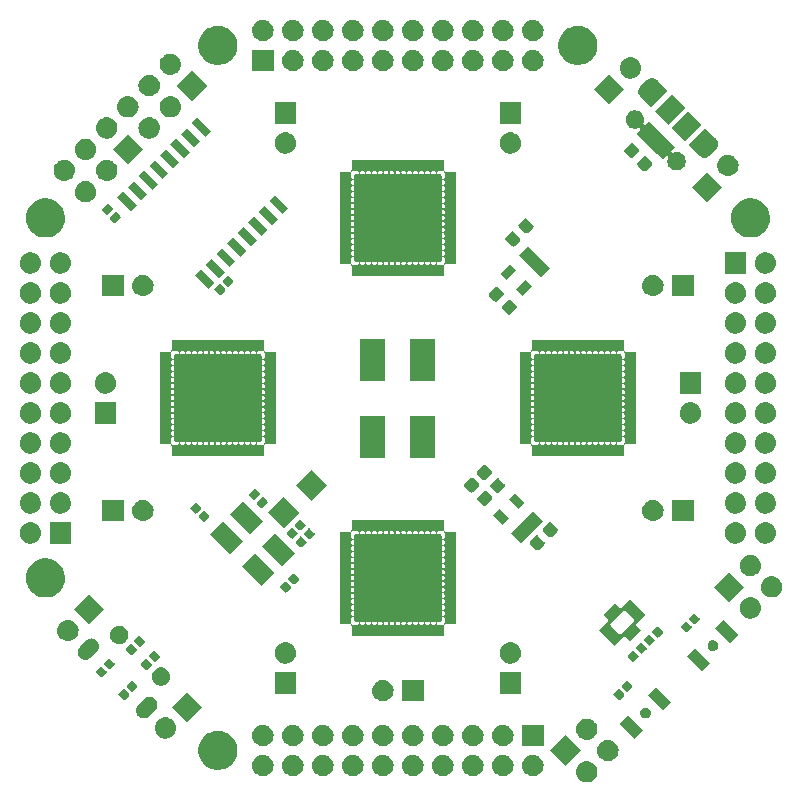
<source format=gbr>
G04 #@! TF.GenerationSoftware,KiCad,Pcbnew,5.0.2-bee76a0~70~ubuntu16.04.1*
G04 #@! TF.CreationDate,2019-08-09T13:45:33+03:00*
G04 #@! TF.ProjectId,FreeEEG32-alpha1.5,46726565-4545-4473-9332-2d616c706861,rev?*
G04 #@! TF.SameCoordinates,Original*
G04 #@! TF.FileFunction,Soldermask,Top*
G04 #@! TF.FilePolarity,Negative*
%FSLAX46Y46*%
G04 Gerber Fmt 4.6, Leading zero omitted, Abs format (unit mm)*
G04 Created by KiCad (PCBNEW 5.0.2-bee76a0~70~ubuntu16.04.1) date Пт 09 авг 2019 13:45:33*
%MOMM*%
%LPD*%
G01*
G04 APERTURE LIST*
%ADD10C,0.100000*%
G04 APERTURE END LIST*
D10*
G36*
X16088609Y-30746000D02*
X16160576Y-30753088D01*
X16273802Y-30787435D01*
X16330416Y-30804608D01*
X16469036Y-30878703D01*
X16486940Y-30888273D01*
X16522678Y-30917603D01*
X16624135Y-31000865D01*
X16707397Y-31102322D01*
X16736727Y-31138060D01*
X16736728Y-31138062D01*
X16820392Y-31294584D01*
X16820392Y-31294585D01*
X16871912Y-31464424D01*
X16889308Y-31641051D01*
X16871912Y-31817678D01*
X16856714Y-31867778D01*
X16820392Y-31987518D01*
X16746297Y-32126138D01*
X16736727Y-32144042D01*
X16707397Y-32179780D01*
X16624135Y-32281237D01*
X16522678Y-32364499D01*
X16486940Y-32393829D01*
X16486938Y-32393830D01*
X16330416Y-32477494D01*
X16273802Y-32494667D01*
X16160576Y-32529014D01*
X16094391Y-32535533D01*
X16028209Y-32542051D01*
X15939689Y-32542051D01*
X15873507Y-32535533D01*
X15807322Y-32529014D01*
X15694096Y-32494667D01*
X15637482Y-32477494D01*
X15480960Y-32393830D01*
X15480958Y-32393829D01*
X15445220Y-32364499D01*
X15343763Y-32281237D01*
X15260501Y-32179780D01*
X15231171Y-32144042D01*
X15221601Y-32126138D01*
X15147506Y-31987518D01*
X15111184Y-31867778D01*
X15095986Y-31817678D01*
X15078590Y-31641051D01*
X15095986Y-31464424D01*
X15147506Y-31294585D01*
X15147506Y-31294584D01*
X15231170Y-31138062D01*
X15231171Y-31138060D01*
X15260501Y-31102322D01*
X15343763Y-31000865D01*
X15445220Y-30917603D01*
X15480958Y-30888273D01*
X15498862Y-30878703D01*
X15637482Y-30804608D01*
X15694096Y-30787435D01*
X15807322Y-30753088D01*
X15879289Y-30746000D01*
X15939689Y-30740051D01*
X16028209Y-30740051D01*
X16088609Y-30746000D01*
X16088609Y-30746000D01*
G37*
G36*
X11540442Y-30220518D02*
X11606627Y-30227037D01*
X11719853Y-30261384D01*
X11776467Y-30278557D01*
X11906363Y-30347989D01*
X11932991Y-30362222D01*
X11968729Y-30391552D01*
X12070186Y-30474814D01*
X12153448Y-30576271D01*
X12182778Y-30612009D01*
X12182779Y-30612011D01*
X12266443Y-30768533D01*
X12266443Y-30768534D01*
X12317963Y-30938373D01*
X12335359Y-31115000D01*
X12317963Y-31291627D01*
X12283616Y-31404853D01*
X12266443Y-31461467D01*
X12264862Y-31464424D01*
X12182778Y-31617991D01*
X12163853Y-31641051D01*
X12070186Y-31755186D01*
X11994038Y-31817678D01*
X11932991Y-31867778D01*
X11932989Y-31867779D01*
X11776467Y-31951443D01*
X11719853Y-31968616D01*
X11606627Y-32002963D01*
X11540443Y-32009481D01*
X11474260Y-32016000D01*
X11385740Y-32016000D01*
X11319557Y-32009481D01*
X11253373Y-32002963D01*
X11140147Y-31968616D01*
X11083533Y-31951443D01*
X10927011Y-31867779D01*
X10927009Y-31867778D01*
X10865962Y-31817678D01*
X10789814Y-31755186D01*
X10696147Y-31641051D01*
X10677222Y-31617991D01*
X10595138Y-31464424D01*
X10593557Y-31461467D01*
X10576384Y-31404853D01*
X10542037Y-31291627D01*
X10524641Y-31115000D01*
X10542037Y-30938373D01*
X10593557Y-30768534D01*
X10593557Y-30768533D01*
X10677221Y-30612011D01*
X10677222Y-30612009D01*
X10706552Y-30576271D01*
X10789814Y-30474814D01*
X10891271Y-30391552D01*
X10927009Y-30362222D01*
X10953637Y-30347989D01*
X11083533Y-30278557D01*
X11140147Y-30261384D01*
X11253373Y-30227037D01*
X11319558Y-30220518D01*
X11385740Y-30214000D01*
X11474260Y-30214000D01*
X11540442Y-30220518D01*
X11540442Y-30220518D01*
G37*
G36*
X-11319558Y-30220518D02*
X-11253373Y-30227037D01*
X-11140147Y-30261384D01*
X-11083533Y-30278557D01*
X-10953637Y-30347989D01*
X-10927009Y-30362222D01*
X-10891271Y-30391552D01*
X-10789814Y-30474814D01*
X-10706552Y-30576271D01*
X-10677222Y-30612009D01*
X-10677221Y-30612011D01*
X-10593557Y-30768533D01*
X-10593557Y-30768534D01*
X-10542037Y-30938373D01*
X-10524641Y-31115000D01*
X-10542037Y-31291627D01*
X-10576384Y-31404853D01*
X-10593557Y-31461467D01*
X-10595138Y-31464424D01*
X-10677222Y-31617991D01*
X-10696147Y-31641051D01*
X-10789814Y-31755186D01*
X-10865962Y-31817678D01*
X-10927009Y-31867778D01*
X-10927011Y-31867779D01*
X-11083533Y-31951443D01*
X-11140147Y-31968616D01*
X-11253373Y-32002963D01*
X-11319557Y-32009481D01*
X-11385740Y-32016000D01*
X-11474260Y-32016000D01*
X-11540443Y-32009481D01*
X-11606627Y-32002963D01*
X-11719853Y-31968616D01*
X-11776467Y-31951443D01*
X-11932989Y-31867779D01*
X-11932991Y-31867778D01*
X-11994038Y-31817678D01*
X-12070186Y-31755186D01*
X-12163853Y-31641051D01*
X-12182778Y-31617991D01*
X-12264862Y-31464424D01*
X-12266443Y-31461467D01*
X-12283616Y-31404853D01*
X-12317963Y-31291627D01*
X-12335359Y-31115000D01*
X-12317963Y-30938373D01*
X-12266443Y-30768534D01*
X-12266443Y-30768533D01*
X-12182779Y-30612011D01*
X-12182778Y-30612009D01*
X-12153448Y-30576271D01*
X-12070186Y-30474814D01*
X-11968729Y-30391552D01*
X-11932991Y-30362222D01*
X-11906363Y-30347989D01*
X-11776467Y-30278557D01*
X-11719853Y-30261384D01*
X-11606627Y-30227037D01*
X-11540442Y-30220518D01*
X-11474260Y-30214000D01*
X-11385740Y-30214000D01*
X-11319558Y-30220518D01*
X-11319558Y-30220518D01*
G37*
G36*
X-8779558Y-30220518D02*
X-8713373Y-30227037D01*
X-8600147Y-30261384D01*
X-8543533Y-30278557D01*
X-8413637Y-30347989D01*
X-8387009Y-30362222D01*
X-8351271Y-30391552D01*
X-8249814Y-30474814D01*
X-8166552Y-30576271D01*
X-8137222Y-30612009D01*
X-8137221Y-30612011D01*
X-8053557Y-30768533D01*
X-8053557Y-30768534D01*
X-8002037Y-30938373D01*
X-7984641Y-31115000D01*
X-8002037Y-31291627D01*
X-8036384Y-31404853D01*
X-8053557Y-31461467D01*
X-8055138Y-31464424D01*
X-8137222Y-31617991D01*
X-8156147Y-31641051D01*
X-8249814Y-31755186D01*
X-8325962Y-31817678D01*
X-8387009Y-31867778D01*
X-8387011Y-31867779D01*
X-8543533Y-31951443D01*
X-8600147Y-31968616D01*
X-8713373Y-32002963D01*
X-8779557Y-32009481D01*
X-8845740Y-32016000D01*
X-8934260Y-32016000D01*
X-9000443Y-32009481D01*
X-9066627Y-32002963D01*
X-9179853Y-31968616D01*
X-9236467Y-31951443D01*
X-9392989Y-31867779D01*
X-9392991Y-31867778D01*
X-9454038Y-31817678D01*
X-9530186Y-31755186D01*
X-9623853Y-31641051D01*
X-9642778Y-31617991D01*
X-9724862Y-31464424D01*
X-9726443Y-31461467D01*
X-9743616Y-31404853D01*
X-9777963Y-31291627D01*
X-9795359Y-31115000D01*
X-9777963Y-30938373D01*
X-9726443Y-30768534D01*
X-9726443Y-30768533D01*
X-9642779Y-30612011D01*
X-9642778Y-30612009D01*
X-9613448Y-30576271D01*
X-9530186Y-30474814D01*
X-9428729Y-30391552D01*
X-9392991Y-30362222D01*
X-9366363Y-30347989D01*
X-9236467Y-30278557D01*
X-9179853Y-30261384D01*
X-9066627Y-30227037D01*
X-9000442Y-30220518D01*
X-8934260Y-30214000D01*
X-8845740Y-30214000D01*
X-8779558Y-30220518D01*
X-8779558Y-30220518D01*
G37*
G36*
X-6239558Y-30220518D02*
X-6173373Y-30227037D01*
X-6060147Y-30261384D01*
X-6003533Y-30278557D01*
X-5873637Y-30347989D01*
X-5847009Y-30362222D01*
X-5811271Y-30391552D01*
X-5709814Y-30474814D01*
X-5626552Y-30576271D01*
X-5597222Y-30612009D01*
X-5597221Y-30612011D01*
X-5513557Y-30768533D01*
X-5513557Y-30768534D01*
X-5462037Y-30938373D01*
X-5444641Y-31115000D01*
X-5462037Y-31291627D01*
X-5496384Y-31404853D01*
X-5513557Y-31461467D01*
X-5515138Y-31464424D01*
X-5597222Y-31617991D01*
X-5616147Y-31641051D01*
X-5709814Y-31755186D01*
X-5785962Y-31817678D01*
X-5847009Y-31867778D01*
X-5847011Y-31867779D01*
X-6003533Y-31951443D01*
X-6060147Y-31968616D01*
X-6173373Y-32002963D01*
X-6239557Y-32009481D01*
X-6305740Y-32016000D01*
X-6394260Y-32016000D01*
X-6460443Y-32009481D01*
X-6526627Y-32002963D01*
X-6639853Y-31968616D01*
X-6696467Y-31951443D01*
X-6852989Y-31867779D01*
X-6852991Y-31867778D01*
X-6914038Y-31817678D01*
X-6990186Y-31755186D01*
X-7083853Y-31641051D01*
X-7102778Y-31617991D01*
X-7184862Y-31464424D01*
X-7186443Y-31461467D01*
X-7203616Y-31404853D01*
X-7237963Y-31291627D01*
X-7255359Y-31115000D01*
X-7237963Y-30938373D01*
X-7186443Y-30768534D01*
X-7186443Y-30768533D01*
X-7102779Y-30612011D01*
X-7102778Y-30612009D01*
X-7073448Y-30576271D01*
X-6990186Y-30474814D01*
X-6888729Y-30391552D01*
X-6852991Y-30362222D01*
X-6826363Y-30347989D01*
X-6696467Y-30278557D01*
X-6639853Y-30261384D01*
X-6526627Y-30227037D01*
X-6460442Y-30220518D01*
X-6394260Y-30214000D01*
X-6305740Y-30214000D01*
X-6239558Y-30220518D01*
X-6239558Y-30220518D01*
G37*
G36*
X-3699558Y-30220518D02*
X-3633373Y-30227037D01*
X-3520147Y-30261384D01*
X-3463533Y-30278557D01*
X-3333637Y-30347989D01*
X-3307009Y-30362222D01*
X-3271271Y-30391552D01*
X-3169814Y-30474814D01*
X-3086552Y-30576271D01*
X-3057222Y-30612009D01*
X-3057221Y-30612011D01*
X-2973557Y-30768533D01*
X-2973557Y-30768534D01*
X-2922037Y-30938373D01*
X-2904641Y-31115000D01*
X-2922037Y-31291627D01*
X-2956384Y-31404853D01*
X-2973557Y-31461467D01*
X-2975138Y-31464424D01*
X-3057222Y-31617991D01*
X-3076147Y-31641051D01*
X-3169814Y-31755186D01*
X-3245962Y-31817678D01*
X-3307009Y-31867778D01*
X-3307011Y-31867779D01*
X-3463533Y-31951443D01*
X-3520147Y-31968616D01*
X-3633373Y-32002963D01*
X-3699557Y-32009481D01*
X-3765740Y-32016000D01*
X-3854260Y-32016000D01*
X-3920443Y-32009481D01*
X-3986627Y-32002963D01*
X-4099853Y-31968616D01*
X-4156467Y-31951443D01*
X-4312989Y-31867779D01*
X-4312991Y-31867778D01*
X-4374038Y-31817678D01*
X-4450186Y-31755186D01*
X-4543853Y-31641051D01*
X-4562778Y-31617991D01*
X-4644862Y-31464424D01*
X-4646443Y-31461467D01*
X-4663616Y-31404853D01*
X-4697963Y-31291627D01*
X-4715359Y-31115000D01*
X-4697963Y-30938373D01*
X-4646443Y-30768534D01*
X-4646443Y-30768533D01*
X-4562779Y-30612011D01*
X-4562778Y-30612009D01*
X-4533448Y-30576271D01*
X-4450186Y-30474814D01*
X-4348729Y-30391552D01*
X-4312991Y-30362222D01*
X-4286363Y-30347989D01*
X-4156467Y-30278557D01*
X-4099853Y-30261384D01*
X-3986627Y-30227037D01*
X-3920442Y-30220518D01*
X-3854260Y-30214000D01*
X-3765740Y-30214000D01*
X-3699558Y-30220518D01*
X-3699558Y-30220518D01*
G37*
G36*
X1380442Y-30220518D02*
X1446627Y-30227037D01*
X1559853Y-30261384D01*
X1616467Y-30278557D01*
X1746363Y-30347989D01*
X1772991Y-30362222D01*
X1808729Y-30391552D01*
X1910186Y-30474814D01*
X1993448Y-30576271D01*
X2022778Y-30612009D01*
X2022779Y-30612011D01*
X2106443Y-30768533D01*
X2106443Y-30768534D01*
X2157963Y-30938373D01*
X2175359Y-31115000D01*
X2157963Y-31291627D01*
X2123616Y-31404853D01*
X2106443Y-31461467D01*
X2104862Y-31464424D01*
X2022778Y-31617991D01*
X2003853Y-31641051D01*
X1910186Y-31755186D01*
X1834038Y-31817678D01*
X1772991Y-31867778D01*
X1772989Y-31867779D01*
X1616467Y-31951443D01*
X1559853Y-31968616D01*
X1446627Y-32002963D01*
X1380443Y-32009481D01*
X1314260Y-32016000D01*
X1225740Y-32016000D01*
X1159557Y-32009481D01*
X1093373Y-32002963D01*
X980147Y-31968616D01*
X923533Y-31951443D01*
X767011Y-31867779D01*
X767009Y-31867778D01*
X705962Y-31817678D01*
X629814Y-31755186D01*
X536147Y-31641051D01*
X517222Y-31617991D01*
X435138Y-31464424D01*
X433557Y-31461467D01*
X416384Y-31404853D01*
X382037Y-31291627D01*
X364641Y-31115000D01*
X382037Y-30938373D01*
X433557Y-30768534D01*
X433557Y-30768533D01*
X517221Y-30612011D01*
X517222Y-30612009D01*
X546552Y-30576271D01*
X629814Y-30474814D01*
X731271Y-30391552D01*
X767009Y-30362222D01*
X793637Y-30347989D01*
X923533Y-30278557D01*
X980147Y-30261384D01*
X1093373Y-30227037D01*
X1159558Y-30220518D01*
X1225740Y-30214000D01*
X1314260Y-30214000D01*
X1380442Y-30220518D01*
X1380442Y-30220518D01*
G37*
G36*
X-1159558Y-30220518D02*
X-1093373Y-30227037D01*
X-980147Y-30261384D01*
X-923533Y-30278557D01*
X-793637Y-30347989D01*
X-767009Y-30362222D01*
X-731271Y-30391552D01*
X-629814Y-30474814D01*
X-546552Y-30576271D01*
X-517222Y-30612009D01*
X-517221Y-30612011D01*
X-433557Y-30768533D01*
X-433557Y-30768534D01*
X-382037Y-30938373D01*
X-364641Y-31115000D01*
X-382037Y-31291627D01*
X-416384Y-31404853D01*
X-433557Y-31461467D01*
X-435138Y-31464424D01*
X-517222Y-31617991D01*
X-536147Y-31641051D01*
X-629814Y-31755186D01*
X-705962Y-31817678D01*
X-767009Y-31867778D01*
X-767011Y-31867779D01*
X-923533Y-31951443D01*
X-980147Y-31968616D01*
X-1093373Y-32002963D01*
X-1159557Y-32009481D01*
X-1225740Y-32016000D01*
X-1314260Y-32016000D01*
X-1380443Y-32009481D01*
X-1446627Y-32002963D01*
X-1559853Y-31968616D01*
X-1616467Y-31951443D01*
X-1772989Y-31867779D01*
X-1772991Y-31867778D01*
X-1834038Y-31817678D01*
X-1910186Y-31755186D01*
X-2003853Y-31641051D01*
X-2022778Y-31617991D01*
X-2104862Y-31464424D01*
X-2106443Y-31461467D01*
X-2123616Y-31404853D01*
X-2157963Y-31291627D01*
X-2175359Y-31115000D01*
X-2157963Y-30938373D01*
X-2106443Y-30768534D01*
X-2106443Y-30768533D01*
X-2022779Y-30612011D01*
X-2022778Y-30612009D01*
X-1993448Y-30576271D01*
X-1910186Y-30474814D01*
X-1808729Y-30391552D01*
X-1772991Y-30362222D01*
X-1746363Y-30347989D01*
X-1616467Y-30278557D01*
X-1559853Y-30261384D01*
X-1446627Y-30227037D01*
X-1380442Y-30220518D01*
X-1314260Y-30214000D01*
X-1225740Y-30214000D01*
X-1159558Y-30220518D01*
X-1159558Y-30220518D01*
G37*
G36*
X9000442Y-30220518D02*
X9066627Y-30227037D01*
X9179853Y-30261384D01*
X9236467Y-30278557D01*
X9366363Y-30347989D01*
X9392991Y-30362222D01*
X9428729Y-30391552D01*
X9530186Y-30474814D01*
X9613448Y-30576271D01*
X9642778Y-30612009D01*
X9642779Y-30612011D01*
X9726443Y-30768533D01*
X9726443Y-30768534D01*
X9777963Y-30938373D01*
X9795359Y-31115000D01*
X9777963Y-31291627D01*
X9743616Y-31404853D01*
X9726443Y-31461467D01*
X9724862Y-31464424D01*
X9642778Y-31617991D01*
X9623853Y-31641051D01*
X9530186Y-31755186D01*
X9454038Y-31817678D01*
X9392991Y-31867778D01*
X9392989Y-31867779D01*
X9236467Y-31951443D01*
X9179853Y-31968616D01*
X9066627Y-32002963D01*
X9000443Y-32009481D01*
X8934260Y-32016000D01*
X8845740Y-32016000D01*
X8779557Y-32009481D01*
X8713373Y-32002963D01*
X8600147Y-31968616D01*
X8543533Y-31951443D01*
X8387011Y-31867779D01*
X8387009Y-31867778D01*
X8325962Y-31817678D01*
X8249814Y-31755186D01*
X8156147Y-31641051D01*
X8137222Y-31617991D01*
X8055138Y-31464424D01*
X8053557Y-31461467D01*
X8036384Y-31404853D01*
X8002037Y-31291627D01*
X7984641Y-31115000D01*
X8002037Y-30938373D01*
X8053557Y-30768534D01*
X8053557Y-30768533D01*
X8137221Y-30612011D01*
X8137222Y-30612009D01*
X8166552Y-30576271D01*
X8249814Y-30474814D01*
X8351271Y-30391552D01*
X8387009Y-30362222D01*
X8413637Y-30347989D01*
X8543533Y-30278557D01*
X8600147Y-30261384D01*
X8713373Y-30227037D01*
X8779558Y-30220518D01*
X8845740Y-30214000D01*
X8934260Y-30214000D01*
X9000442Y-30220518D01*
X9000442Y-30220518D01*
G37*
G36*
X3920442Y-30220518D02*
X3986627Y-30227037D01*
X4099853Y-30261384D01*
X4156467Y-30278557D01*
X4286363Y-30347989D01*
X4312991Y-30362222D01*
X4348729Y-30391552D01*
X4450186Y-30474814D01*
X4533448Y-30576271D01*
X4562778Y-30612009D01*
X4562779Y-30612011D01*
X4646443Y-30768533D01*
X4646443Y-30768534D01*
X4697963Y-30938373D01*
X4715359Y-31115000D01*
X4697963Y-31291627D01*
X4663616Y-31404853D01*
X4646443Y-31461467D01*
X4644862Y-31464424D01*
X4562778Y-31617991D01*
X4543853Y-31641051D01*
X4450186Y-31755186D01*
X4374038Y-31817678D01*
X4312991Y-31867778D01*
X4312989Y-31867779D01*
X4156467Y-31951443D01*
X4099853Y-31968616D01*
X3986627Y-32002963D01*
X3920443Y-32009481D01*
X3854260Y-32016000D01*
X3765740Y-32016000D01*
X3699557Y-32009481D01*
X3633373Y-32002963D01*
X3520147Y-31968616D01*
X3463533Y-31951443D01*
X3307011Y-31867779D01*
X3307009Y-31867778D01*
X3245962Y-31817678D01*
X3169814Y-31755186D01*
X3076147Y-31641051D01*
X3057222Y-31617991D01*
X2975138Y-31464424D01*
X2973557Y-31461467D01*
X2956384Y-31404853D01*
X2922037Y-31291627D01*
X2904641Y-31115000D01*
X2922037Y-30938373D01*
X2973557Y-30768534D01*
X2973557Y-30768533D01*
X3057221Y-30612011D01*
X3057222Y-30612009D01*
X3086552Y-30576271D01*
X3169814Y-30474814D01*
X3271271Y-30391552D01*
X3307009Y-30362222D01*
X3333637Y-30347989D01*
X3463533Y-30278557D01*
X3520147Y-30261384D01*
X3633373Y-30227037D01*
X3699558Y-30220518D01*
X3765740Y-30214000D01*
X3854260Y-30214000D01*
X3920442Y-30220518D01*
X3920442Y-30220518D01*
G37*
G36*
X6460442Y-30220518D02*
X6526627Y-30227037D01*
X6639853Y-30261384D01*
X6696467Y-30278557D01*
X6826363Y-30347989D01*
X6852991Y-30362222D01*
X6888729Y-30391552D01*
X6990186Y-30474814D01*
X7073448Y-30576271D01*
X7102778Y-30612009D01*
X7102779Y-30612011D01*
X7186443Y-30768533D01*
X7186443Y-30768534D01*
X7237963Y-30938373D01*
X7255359Y-31115000D01*
X7237963Y-31291627D01*
X7203616Y-31404853D01*
X7186443Y-31461467D01*
X7184862Y-31464424D01*
X7102778Y-31617991D01*
X7083853Y-31641051D01*
X6990186Y-31755186D01*
X6914038Y-31817678D01*
X6852991Y-31867778D01*
X6852989Y-31867779D01*
X6696467Y-31951443D01*
X6639853Y-31968616D01*
X6526627Y-32002963D01*
X6460443Y-32009481D01*
X6394260Y-32016000D01*
X6305740Y-32016000D01*
X6239557Y-32009481D01*
X6173373Y-32002963D01*
X6060147Y-31968616D01*
X6003533Y-31951443D01*
X5847011Y-31867779D01*
X5847009Y-31867778D01*
X5785962Y-31817678D01*
X5709814Y-31755186D01*
X5616147Y-31641051D01*
X5597222Y-31617991D01*
X5515138Y-31464424D01*
X5513557Y-31461467D01*
X5496384Y-31404853D01*
X5462037Y-31291627D01*
X5444641Y-31115000D01*
X5462037Y-30938373D01*
X5513557Y-30768534D01*
X5513557Y-30768533D01*
X5597221Y-30612011D01*
X5597222Y-30612009D01*
X5626552Y-30576271D01*
X5709814Y-30474814D01*
X5811271Y-30391552D01*
X5847009Y-30362222D01*
X5873637Y-30347989D01*
X6003533Y-30278557D01*
X6060147Y-30261384D01*
X6173373Y-30227037D01*
X6239558Y-30220518D01*
X6305740Y-30214000D01*
X6394260Y-30214000D01*
X6460442Y-30220518D01*
X6460442Y-30220518D01*
G37*
G36*
X-14864744Y-28236298D02*
X-14758421Y-28257447D01*
X-14457958Y-28381903D01*
X-14433309Y-28398373D01*
X-14187546Y-28562587D01*
X-13957587Y-28792546D01*
X-13957585Y-28792549D01*
X-13776903Y-29062958D01*
X-13652447Y-29363421D01*
X-13589000Y-29682391D01*
X-13589000Y-30007609D01*
X-13652447Y-30326579D01*
X-13776903Y-30627042D01*
X-13871445Y-30768533D01*
X-13957587Y-30897454D01*
X-14187546Y-31127413D01*
X-14187549Y-31127415D01*
X-14457958Y-31308097D01*
X-14758421Y-31432553D01*
X-14864744Y-31453702D01*
X-15077389Y-31496000D01*
X-15402611Y-31496000D01*
X-15615256Y-31453702D01*
X-15721579Y-31432553D01*
X-16022042Y-31308097D01*
X-16292451Y-31127415D01*
X-16292454Y-31127413D01*
X-16522413Y-30897454D01*
X-16608555Y-30768533D01*
X-16703097Y-30627042D01*
X-16827553Y-30326579D01*
X-16891000Y-30007609D01*
X-16891000Y-29682391D01*
X-16827553Y-29363421D01*
X-16703097Y-29062958D01*
X-16522415Y-28792549D01*
X-16522413Y-28792546D01*
X-16292454Y-28562587D01*
X-16046691Y-28398373D01*
X-16022042Y-28381903D01*
X-15721579Y-28257447D01*
X-15615256Y-28236298D01*
X-15402611Y-28194000D01*
X-15077389Y-28194000D01*
X-14864744Y-28236298D01*
X-14864744Y-28236298D01*
G37*
G36*
X15462105Y-29845000D02*
X14187898Y-31119207D01*
X12913691Y-29845000D01*
X14187898Y-28570793D01*
X15462105Y-29845000D01*
X15462105Y-29845000D01*
G37*
G36*
X17884660Y-28949949D02*
X17956627Y-28957037D01*
X18069853Y-28991384D01*
X18126467Y-29008557D01*
X18228246Y-29062960D01*
X18282991Y-29092222D01*
X18318729Y-29121552D01*
X18420186Y-29204814D01*
X18503448Y-29306271D01*
X18532778Y-29342009D01*
X18532779Y-29342011D01*
X18616443Y-29498533D01*
X18616443Y-29498534D01*
X18667963Y-29668373D01*
X18685359Y-29845000D01*
X18667963Y-30021627D01*
X18633616Y-30134853D01*
X18616443Y-30191467D01*
X18597430Y-30227037D01*
X18532778Y-30347991D01*
X18503448Y-30383729D01*
X18420186Y-30485186D01*
X18318729Y-30568448D01*
X18282991Y-30597778D01*
X18282989Y-30597779D01*
X18126467Y-30681443D01*
X18069853Y-30698616D01*
X17956627Y-30732963D01*
X17890442Y-30739482D01*
X17824260Y-30746000D01*
X17735740Y-30746000D01*
X17669558Y-30739482D01*
X17603373Y-30732963D01*
X17490147Y-30698616D01*
X17433533Y-30681443D01*
X17277011Y-30597779D01*
X17277009Y-30597778D01*
X17241271Y-30568448D01*
X17139814Y-30485186D01*
X17056552Y-30383729D01*
X17027222Y-30347991D01*
X16962570Y-30227037D01*
X16943557Y-30191467D01*
X16926384Y-30134853D01*
X16892037Y-30021627D01*
X16874641Y-29845000D01*
X16892037Y-29668373D01*
X16943557Y-29498534D01*
X16943557Y-29498533D01*
X17027221Y-29342011D01*
X17027222Y-29342009D01*
X17056552Y-29306271D01*
X17139814Y-29204814D01*
X17241271Y-29121552D01*
X17277009Y-29092222D01*
X17331754Y-29062960D01*
X17433533Y-29008557D01*
X17490147Y-28991384D01*
X17603373Y-28957037D01*
X17675340Y-28949949D01*
X17735740Y-28944000D01*
X17824260Y-28944000D01*
X17884660Y-28949949D01*
X17884660Y-28949949D01*
G37*
G36*
X3920443Y-27680519D02*
X3986627Y-27687037D01*
X4099853Y-27721384D01*
X4156467Y-27738557D01*
X4295087Y-27812652D01*
X4312991Y-27822222D01*
X4348729Y-27851552D01*
X4450186Y-27934814D01*
X4533448Y-28036271D01*
X4562778Y-28072009D01*
X4562779Y-28072011D01*
X4646443Y-28228533D01*
X4646443Y-28228534D01*
X4697963Y-28398373D01*
X4715359Y-28575000D01*
X4697963Y-28751627D01*
X4690435Y-28776443D01*
X4646443Y-28921467D01*
X4627430Y-28957037D01*
X4562778Y-29077991D01*
X4533448Y-29113729D01*
X4450186Y-29215186D01*
X4348729Y-29298448D01*
X4312991Y-29327778D01*
X4312989Y-29327779D01*
X4156467Y-29411443D01*
X4099853Y-29428616D01*
X3986627Y-29462963D01*
X3920443Y-29469481D01*
X3854260Y-29476000D01*
X3765740Y-29476000D01*
X3699557Y-29469481D01*
X3633373Y-29462963D01*
X3520147Y-29428616D01*
X3463533Y-29411443D01*
X3307011Y-29327779D01*
X3307009Y-29327778D01*
X3271271Y-29298448D01*
X3169814Y-29215186D01*
X3086552Y-29113729D01*
X3057222Y-29077991D01*
X2992570Y-28957037D01*
X2973557Y-28921467D01*
X2929565Y-28776443D01*
X2922037Y-28751627D01*
X2904641Y-28575000D01*
X2922037Y-28398373D01*
X2973557Y-28228534D01*
X2973557Y-28228533D01*
X3057221Y-28072011D01*
X3057222Y-28072009D01*
X3086552Y-28036271D01*
X3169814Y-27934814D01*
X3271271Y-27851552D01*
X3307009Y-27822222D01*
X3324913Y-27812652D01*
X3463533Y-27738557D01*
X3520147Y-27721384D01*
X3633373Y-27687037D01*
X3699557Y-27680519D01*
X3765740Y-27674000D01*
X3854260Y-27674000D01*
X3920443Y-27680519D01*
X3920443Y-27680519D01*
G37*
G36*
X-6239557Y-27680519D02*
X-6173373Y-27687037D01*
X-6060147Y-27721384D01*
X-6003533Y-27738557D01*
X-5864913Y-27812652D01*
X-5847009Y-27822222D01*
X-5811271Y-27851552D01*
X-5709814Y-27934814D01*
X-5626552Y-28036271D01*
X-5597222Y-28072009D01*
X-5597221Y-28072011D01*
X-5513557Y-28228533D01*
X-5513557Y-28228534D01*
X-5462037Y-28398373D01*
X-5444641Y-28575000D01*
X-5462037Y-28751627D01*
X-5469565Y-28776443D01*
X-5513557Y-28921467D01*
X-5532570Y-28957037D01*
X-5597222Y-29077991D01*
X-5626552Y-29113729D01*
X-5709814Y-29215186D01*
X-5811271Y-29298448D01*
X-5847009Y-29327778D01*
X-5847011Y-29327779D01*
X-6003533Y-29411443D01*
X-6060147Y-29428616D01*
X-6173373Y-29462963D01*
X-6239557Y-29469481D01*
X-6305740Y-29476000D01*
X-6394260Y-29476000D01*
X-6460443Y-29469481D01*
X-6526627Y-29462963D01*
X-6639853Y-29428616D01*
X-6696467Y-29411443D01*
X-6852989Y-29327779D01*
X-6852991Y-29327778D01*
X-6888729Y-29298448D01*
X-6990186Y-29215186D01*
X-7073448Y-29113729D01*
X-7102778Y-29077991D01*
X-7167430Y-28957037D01*
X-7186443Y-28921467D01*
X-7230435Y-28776443D01*
X-7237963Y-28751627D01*
X-7255359Y-28575000D01*
X-7237963Y-28398373D01*
X-7186443Y-28228534D01*
X-7186443Y-28228533D01*
X-7102779Y-28072011D01*
X-7102778Y-28072009D01*
X-7073448Y-28036271D01*
X-6990186Y-27934814D01*
X-6888729Y-27851552D01*
X-6852991Y-27822222D01*
X-6835087Y-27812652D01*
X-6696467Y-27738557D01*
X-6639853Y-27721384D01*
X-6526627Y-27687037D01*
X-6460443Y-27680519D01*
X-6394260Y-27674000D01*
X-6305740Y-27674000D01*
X-6239557Y-27680519D01*
X-6239557Y-27680519D01*
G37*
G36*
X-3699557Y-27680519D02*
X-3633373Y-27687037D01*
X-3520147Y-27721384D01*
X-3463533Y-27738557D01*
X-3324913Y-27812652D01*
X-3307009Y-27822222D01*
X-3271271Y-27851552D01*
X-3169814Y-27934814D01*
X-3086552Y-28036271D01*
X-3057222Y-28072009D01*
X-3057221Y-28072011D01*
X-2973557Y-28228533D01*
X-2973557Y-28228534D01*
X-2922037Y-28398373D01*
X-2904641Y-28575000D01*
X-2922037Y-28751627D01*
X-2929565Y-28776443D01*
X-2973557Y-28921467D01*
X-2992570Y-28957037D01*
X-3057222Y-29077991D01*
X-3086552Y-29113729D01*
X-3169814Y-29215186D01*
X-3271271Y-29298448D01*
X-3307009Y-29327778D01*
X-3307011Y-29327779D01*
X-3463533Y-29411443D01*
X-3520147Y-29428616D01*
X-3633373Y-29462963D01*
X-3699557Y-29469481D01*
X-3765740Y-29476000D01*
X-3854260Y-29476000D01*
X-3920443Y-29469481D01*
X-3986627Y-29462963D01*
X-4099853Y-29428616D01*
X-4156467Y-29411443D01*
X-4312989Y-29327779D01*
X-4312991Y-29327778D01*
X-4348729Y-29298448D01*
X-4450186Y-29215186D01*
X-4533448Y-29113729D01*
X-4562778Y-29077991D01*
X-4627430Y-28957037D01*
X-4646443Y-28921467D01*
X-4690435Y-28776443D01*
X-4697963Y-28751627D01*
X-4715359Y-28575000D01*
X-4697963Y-28398373D01*
X-4646443Y-28228534D01*
X-4646443Y-28228533D01*
X-4562779Y-28072011D01*
X-4562778Y-28072009D01*
X-4533448Y-28036271D01*
X-4450186Y-27934814D01*
X-4348729Y-27851552D01*
X-4312991Y-27822222D01*
X-4295087Y-27812652D01*
X-4156467Y-27738557D01*
X-4099853Y-27721384D01*
X-3986627Y-27687037D01*
X-3920443Y-27680519D01*
X-3854260Y-27674000D01*
X-3765740Y-27674000D01*
X-3699557Y-27680519D01*
X-3699557Y-27680519D01*
G37*
G36*
X-1159557Y-27680519D02*
X-1093373Y-27687037D01*
X-980147Y-27721384D01*
X-923533Y-27738557D01*
X-784913Y-27812652D01*
X-767009Y-27822222D01*
X-731271Y-27851552D01*
X-629814Y-27934814D01*
X-546552Y-28036271D01*
X-517222Y-28072009D01*
X-517221Y-28072011D01*
X-433557Y-28228533D01*
X-433557Y-28228534D01*
X-382037Y-28398373D01*
X-364641Y-28575000D01*
X-382037Y-28751627D01*
X-389565Y-28776443D01*
X-433557Y-28921467D01*
X-452570Y-28957037D01*
X-517222Y-29077991D01*
X-546552Y-29113729D01*
X-629814Y-29215186D01*
X-731271Y-29298448D01*
X-767009Y-29327778D01*
X-767011Y-29327779D01*
X-923533Y-29411443D01*
X-980147Y-29428616D01*
X-1093373Y-29462963D01*
X-1159557Y-29469481D01*
X-1225740Y-29476000D01*
X-1314260Y-29476000D01*
X-1380443Y-29469481D01*
X-1446627Y-29462963D01*
X-1559853Y-29428616D01*
X-1616467Y-29411443D01*
X-1772989Y-29327779D01*
X-1772991Y-29327778D01*
X-1808729Y-29298448D01*
X-1910186Y-29215186D01*
X-1993448Y-29113729D01*
X-2022778Y-29077991D01*
X-2087430Y-28957037D01*
X-2106443Y-28921467D01*
X-2150435Y-28776443D01*
X-2157963Y-28751627D01*
X-2175359Y-28575000D01*
X-2157963Y-28398373D01*
X-2106443Y-28228534D01*
X-2106443Y-28228533D01*
X-2022779Y-28072011D01*
X-2022778Y-28072009D01*
X-1993448Y-28036271D01*
X-1910186Y-27934814D01*
X-1808729Y-27851552D01*
X-1772991Y-27822222D01*
X-1755087Y-27812652D01*
X-1616467Y-27738557D01*
X-1559853Y-27721384D01*
X-1446627Y-27687037D01*
X-1380443Y-27680519D01*
X-1314260Y-27674000D01*
X-1225740Y-27674000D01*
X-1159557Y-27680519D01*
X-1159557Y-27680519D01*
G37*
G36*
X1380443Y-27680519D02*
X1446627Y-27687037D01*
X1559853Y-27721384D01*
X1616467Y-27738557D01*
X1755087Y-27812652D01*
X1772991Y-27822222D01*
X1808729Y-27851552D01*
X1910186Y-27934814D01*
X1993448Y-28036271D01*
X2022778Y-28072009D01*
X2022779Y-28072011D01*
X2106443Y-28228533D01*
X2106443Y-28228534D01*
X2157963Y-28398373D01*
X2175359Y-28575000D01*
X2157963Y-28751627D01*
X2150435Y-28776443D01*
X2106443Y-28921467D01*
X2087430Y-28957037D01*
X2022778Y-29077991D01*
X1993448Y-29113729D01*
X1910186Y-29215186D01*
X1808729Y-29298448D01*
X1772991Y-29327778D01*
X1772989Y-29327779D01*
X1616467Y-29411443D01*
X1559853Y-29428616D01*
X1446627Y-29462963D01*
X1380443Y-29469481D01*
X1314260Y-29476000D01*
X1225740Y-29476000D01*
X1159557Y-29469481D01*
X1093373Y-29462963D01*
X980147Y-29428616D01*
X923533Y-29411443D01*
X767011Y-29327779D01*
X767009Y-29327778D01*
X731271Y-29298448D01*
X629814Y-29215186D01*
X546552Y-29113729D01*
X517222Y-29077991D01*
X452570Y-28957037D01*
X433557Y-28921467D01*
X389565Y-28776443D01*
X382037Y-28751627D01*
X364641Y-28575000D01*
X382037Y-28398373D01*
X433557Y-28228534D01*
X433557Y-28228533D01*
X517221Y-28072011D01*
X517222Y-28072009D01*
X546552Y-28036271D01*
X629814Y-27934814D01*
X731271Y-27851552D01*
X767009Y-27822222D01*
X784913Y-27812652D01*
X923533Y-27738557D01*
X980147Y-27721384D01*
X1093373Y-27687037D01*
X1159557Y-27680519D01*
X1225740Y-27674000D01*
X1314260Y-27674000D01*
X1380443Y-27680519D01*
X1380443Y-27680519D01*
G37*
G36*
X-8779557Y-27680519D02*
X-8713373Y-27687037D01*
X-8600147Y-27721384D01*
X-8543533Y-27738557D01*
X-8404913Y-27812652D01*
X-8387009Y-27822222D01*
X-8351271Y-27851552D01*
X-8249814Y-27934814D01*
X-8166552Y-28036271D01*
X-8137222Y-28072009D01*
X-8137221Y-28072011D01*
X-8053557Y-28228533D01*
X-8053557Y-28228534D01*
X-8002037Y-28398373D01*
X-7984641Y-28575000D01*
X-8002037Y-28751627D01*
X-8009565Y-28776443D01*
X-8053557Y-28921467D01*
X-8072570Y-28957037D01*
X-8137222Y-29077991D01*
X-8166552Y-29113729D01*
X-8249814Y-29215186D01*
X-8351271Y-29298448D01*
X-8387009Y-29327778D01*
X-8387011Y-29327779D01*
X-8543533Y-29411443D01*
X-8600147Y-29428616D01*
X-8713373Y-29462963D01*
X-8779557Y-29469481D01*
X-8845740Y-29476000D01*
X-8934260Y-29476000D01*
X-9000443Y-29469481D01*
X-9066627Y-29462963D01*
X-9179853Y-29428616D01*
X-9236467Y-29411443D01*
X-9392989Y-29327779D01*
X-9392991Y-29327778D01*
X-9428729Y-29298448D01*
X-9530186Y-29215186D01*
X-9613448Y-29113729D01*
X-9642778Y-29077991D01*
X-9707430Y-28957037D01*
X-9726443Y-28921467D01*
X-9770435Y-28776443D01*
X-9777963Y-28751627D01*
X-9795359Y-28575000D01*
X-9777963Y-28398373D01*
X-9726443Y-28228534D01*
X-9726443Y-28228533D01*
X-9642779Y-28072011D01*
X-9642778Y-28072009D01*
X-9613448Y-28036271D01*
X-9530186Y-27934814D01*
X-9428729Y-27851552D01*
X-9392991Y-27822222D01*
X-9375087Y-27812652D01*
X-9236467Y-27738557D01*
X-9179853Y-27721384D01*
X-9066627Y-27687037D01*
X-9000443Y-27680519D01*
X-8934260Y-27674000D01*
X-8845740Y-27674000D01*
X-8779557Y-27680519D01*
X-8779557Y-27680519D01*
G37*
G36*
X-11319557Y-27680519D02*
X-11253373Y-27687037D01*
X-11140147Y-27721384D01*
X-11083533Y-27738557D01*
X-10944913Y-27812652D01*
X-10927009Y-27822222D01*
X-10891271Y-27851552D01*
X-10789814Y-27934814D01*
X-10706552Y-28036271D01*
X-10677222Y-28072009D01*
X-10677221Y-28072011D01*
X-10593557Y-28228533D01*
X-10593557Y-28228534D01*
X-10542037Y-28398373D01*
X-10524641Y-28575000D01*
X-10542037Y-28751627D01*
X-10549565Y-28776443D01*
X-10593557Y-28921467D01*
X-10612570Y-28957037D01*
X-10677222Y-29077991D01*
X-10706552Y-29113729D01*
X-10789814Y-29215186D01*
X-10891271Y-29298448D01*
X-10927009Y-29327778D01*
X-10927011Y-29327779D01*
X-11083533Y-29411443D01*
X-11140147Y-29428616D01*
X-11253373Y-29462963D01*
X-11319557Y-29469481D01*
X-11385740Y-29476000D01*
X-11474260Y-29476000D01*
X-11540443Y-29469481D01*
X-11606627Y-29462963D01*
X-11719853Y-29428616D01*
X-11776467Y-29411443D01*
X-11932989Y-29327779D01*
X-11932991Y-29327778D01*
X-11968729Y-29298448D01*
X-12070186Y-29215186D01*
X-12153448Y-29113729D01*
X-12182778Y-29077991D01*
X-12247430Y-28957037D01*
X-12266443Y-28921467D01*
X-12310435Y-28776443D01*
X-12317963Y-28751627D01*
X-12335359Y-28575000D01*
X-12317963Y-28398373D01*
X-12266443Y-28228534D01*
X-12266443Y-28228533D01*
X-12182779Y-28072011D01*
X-12182778Y-28072009D01*
X-12153448Y-28036271D01*
X-12070186Y-27934814D01*
X-11968729Y-27851552D01*
X-11932991Y-27822222D01*
X-11915087Y-27812652D01*
X-11776467Y-27738557D01*
X-11719853Y-27721384D01*
X-11606627Y-27687037D01*
X-11540443Y-27680519D01*
X-11474260Y-27674000D01*
X-11385740Y-27674000D01*
X-11319557Y-27680519D01*
X-11319557Y-27680519D01*
G37*
G36*
X9000443Y-27680519D02*
X9066627Y-27687037D01*
X9179853Y-27721384D01*
X9236467Y-27738557D01*
X9375087Y-27812652D01*
X9392991Y-27822222D01*
X9428729Y-27851552D01*
X9530186Y-27934814D01*
X9613448Y-28036271D01*
X9642778Y-28072009D01*
X9642779Y-28072011D01*
X9726443Y-28228533D01*
X9726443Y-28228534D01*
X9777963Y-28398373D01*
X9795359Y-28575000D01*
X9777963Y-28751627D01*
X9770435Y-28776443D01*
X9726443Y-28921467D01*
X9707430Y-28957037D01*
X9642778Y-29077991D01*
X9613448Y-29113729D01*
X9530186Y-29215186D01*
X9428729Y-29298448D01*
X9392991Y-29327778D01*
X9392989Y-29327779D01*
X9236467Y-29411443D01*
X9179853Y-29428616D01*
X9066627Y-29462963D01*
X9000443Y-29469481D01*
X8934260Y-29476000D01*
X8845740Y-29476000D01*
X8779557Y-29469481D01*
X8713373Y-29462963D01*
X8600147Y-29428616D01*
X8543533Y-29411443D01*
X8387011Y-29327779D01*
X8387009Y-29327778D01*
X8351271Y-29298448D01*
X8249814Y-29215186D01*
X8166552Y-29113729D01*
X8137222Y-29077991D01*
X8072570Y-28957037D01*
X8053557Y-28921467D01*
X8009565Y-28776443D01*
X8002037Y-28751627D01*
X7984641Y-28575000D01*
X8002037Y-28398373D01*
X8053557Y-28228534D01*
X8053557Y-28228533D01*
X8137221Y-28072011D01*
X8137222Y-28072009D01*
X8166552Y-28036271D01*
X8249814Y-27934814D01*
X8351271Y-27851552D01*
X8387009Y-27822222D01*
X8404913Y-27812652D01*
X8543533Y-27738557D01*
X8600147Y-27721384D01*
X8713373Y-27687037D01*
X8779557Y-27680519D01*
X8845740Y-27674000D01*
X8934260Y-27674000D01*
X9000443Y-27680519D01*
X9000443Y-27680519D01*
G37*
G36*
X12331000Y-29476000D02*
X10529000Y-29476000D01*
X10529000Y-27674000D01*
X12331000Y-27674000D01*
X12331000Y-29476000D01*
X12331000Y-29476000D01*
G37*
G36*
X6460443Y-27680519D02*
X6526627Y-27687037D01*
X6639853Y-27721384D01*
X6696467Y-27738557D01*
X6835087Y-27812652D01*
X6852991Y-27822222D01*
X6888729Y-27851552D01*
X6990186Y-27934814D01*
X7073448Y-28036271D01*
X7102778Y-28072009D01*
X7102779Y-28072011D01*
X7186443Y-28228533D01*
X7186443Y-28228534D01*
X7237963Y-28398373D01*
X7255359Y-28575000D01*
X7237963Y-28751627D01*
X7230435Y-28776443D01*
X7186443Y-28921467D01*
X7167430Y-28957037D01*
X7102778Y-29077991D01*
X7073448Y-29113729D01*
X6990186Y-29215186D01*
X6888729Y-29298448D01*
X6852991Y-29327778D01*
X6852989Y-29327779D01*
X6696467Y-29411443D01*
X6639853Y-29428616D01*
X6526627Y-29462963D01*
X6460443Y-29469481D01*
X6394260Y-29476000D01*
X6305740Y-29476000D01*
X6239557Y-29469481D01*
X6173373Y-29462963D01*
X6060147Y-29428616D01*
X6003533Y-29411443D01*
X5847011Y-29327779D01*
X5847009Y-29327778D01*
X5811271Y-29298448D01*
X5709814Y-29215186D01*
X5626552Y-29113729D01*
X5597222Y-29077991D01*
X5532570Y-28957037D01*
X5513557Y-28921467D01*
X5469565Y-28776443D01*
X5462037Y-28751627D01*
X5444641Y-28575000D01*
X5462037Y-28398373D01*
X5513557Y-28228534D01*
X5513557Y-28228533D01*
X5597221Y-28072011D01*
X5597222Y-28072009D01*
X5626552Y-28036271D01*
X5709814Y-27934814D01*
X5811271Y-27851552D01*
X5847009Y-27822222D01*
X5864913Y-27812652D01*
X6003533Y-27738557D01*
X6060147Y-27721384D01*
X6173373Y-27687037D01*
X6239557Y-27680519D01*
X6305740Y-27674000D01*
X6394260Y-27674000D01*
X6460443Y-27680519D01*
X6460443Y-27680519D01*
G37*
G36*
X16094392Y-27154468D02*
X16160576Y-27160986D01*
X16273802Y-27195333D01*
X16330416Y-27212506D01*
X16469036Y-27286601D01*
X16486940Y-27296171D01*
X16491380Y-27299815D01*
X16624135Y-27408763D01*
X16707397Y-27510220D01*
X16736727Y-27545958D01*
X16736728Y-27545960D01*
X16820392Y-27702482D01*
X16820392Y-27702483D01*
X16871912Y-27872322D01*
X16889308Y-28048949D01*
X16871912Y-28225576D01*
X16862244Y-28257447D01*
X16820392Y-28395416D01*
X16818811Y-28398373D01*
X16736727Y-28551940D01*
X16721254Y-28570794D01*
X16624135Y-28689135D01*
X16547987Y-28751627D01*
X16486940Y-28801727D01*
X16486938Y-28801728D01*
X16330416Y-28885392D01*
X16273802Y-28902565D01*
X16160576Y-28936912D01*
X16094391Y-28943431D01*
X16028209Y-28949949D01*
X15939689Y-28949949D01*
X15873507Y-28943431D01*
X15807322Y-28936912D01*
X15694096Y-28902565D01*
X15637482Y-28885392D01*
X15480960Y-28801728D01*
X15480958Y-28801727D01*
X15419911Y-28751627D01*
X15343763Y-28689135D01*
X15246644Y-28570794D01*
X15231171Y-28551940D01*
X15149087Y-28398373D01*
X15147506Y-28395416D01*
X15105654Y-28257447D01*
X15095986Y-28225576D01*
X15078590Y-28048949D01*
X15095986Y-27872322D01*
X15147506Y-27702483D01*
X15147506Y-27702482D01*
X15231170Y-27545960D01*
X15231171Y-27545958D01*
X15260501Y-27510220D01*
X15343763Y-27408763D01*
X15476518Y-27299815D01*
X15480958Y-27296171D01*
X15498862Y-27286601D01*
X15637482Y-27212506D01*
X15694096Y-27195333D01*
X15807322Y-27160986D01*
X15873506Y-27154468D01*
X15939689Y-27147949D01*
X16028209Y-27147949D01*
X16094392Y-27154468D01*
X16094392Y-27154468D01*
G37*
G36*
X20744282Y-28154925D02*
X20035761Y-28863446D01*
X18761554Y-27589239D01*
X19470075Y-26880718D01*
X20744282Y-28154925D01*
X20744282Y-28154925D01*
G37*
G36*
X-19574557Y-27045519D02*
X-19508373Y-27052037D01*
X-19395147Y-27086384D01*
X-19338533Y-27103557D01*
X-19255483Y-27147949D01*
X-19182009Y-27187222D01*
X-19151201Y-27212506D01*
X-19044814Y-27299814D01*
X-18961552Y-27401271D01*
X-18932222Y-27437009D01*
X-18932221Y-27437011D01*
X-18848557Y-27593533D01*
X-18848557Y-27593534D01*
X-18797037Y-27763373D01*
X-18779641Y-27940000D01*
X-18797037Y-28116627D01*
X-18808655Y-28154925D01*
X-18848557Y-28286467D01*
X-18906792Y-28395415D01*
X-18932222Y-28442991D01*
X-18961552Y-28478729D01*
X-19044814Y-28580186D01*
X-19146271Y-28663448D01*
X-19182009Y-28692778D01*
X-19182011Y-28692779D01*
X-19338533Y-28776443D01*
X-19391619Y-28792546D01*
X-19508373Y-28827963D01*
X-19574558Y-28834482D01*
X-19640740Y-28841000D01*
X-19729260Y-28841000D01*
X-19795442Y-28834482D01*
X-19861627Y-28827963D01*
X-19978381Y-28792546D01*
X-20031467Y-28776443D01*
X-20187989Y-28692779D01*
X-20187991Y-28692778D01*
X-20223729Y-28663448D01*
X-20325186Y-28580186D01*
X-20408448Y-28478729D01*
X-20437778Y-28442991D01*
X-20463208Y-28395415D01*
X-20521443Y-28286467D01*
X-20561345Y-28154925D01*
X-20572963Y-28116627D01*
X-20590359Y-27940000D01*
X-20572963Y-27763373D01*
X-20521443Y-27593534D01*
X-20521443Y-27593533D01*
X-20437779Y-27437011D01*
X-20437778Y-27437009D01*
X-20408448Y-27401271D01*
X-20325186Y-27299814D01*
X-20218799Y-27212506D01*
X-20187991Y-27187222D01*
X-20114517Y-27147949D01*
X-20031467Y-27103557D01*
X-19974853Y-27086384D01*
X-19861627Y-27052037D01*
X-19795443Y-27045519D01*
X-19729260Y-27039000D01*
X-19640740Y-27039000D01*
X-19574557Y-27045519D01*
X-19574557Y-27045519D01*
G37*
G36*
X-16614742Y-26143949D02*
X-17888949Y-27418156D01*
X-19163156Y-26143949D01*
X-17888949Y-24869742D01*
X-16614742Y-26143949D01*
X-16614742Y-26143949D01*
G37*
G36*
X21086552Y-26236331D02*
X21168625Y-26270327D01*
X21168626Y-26270328D01*
X21168629Y-26270329D01*
X21242496Y-26319686D01*
X21242500Y-26319689D01*
X21305311Y-26382500D01*
X21305313Y-26382503D01*
X21305314Y-26382504D01*
X21354671Y-26456371D01*
X21354672Y-26456374D01*
X21354673Y-26456375D01*
X21388669Y-26538448D01*
X21406000Y-26625579D01*
X21406000Y-26714421D01*
X21388669Y-26801552D01*
X21355877Y-26880718D01*
X21354671Y-26883629D01*
X21330396Y-26919958D01*
X21305311Y-26957500D01*
X21242500Y-27020311D01*
X21242497Y-27020313D01*
X21242496Y-27020314D01*
X21168629Y-27069671D01*
X21168626Y-27069672D01*
X21168625Y-27069673D01*
X21086552Y-27103669D01*
X20999421Y-27121000D01*
X20910579Y-27121000D01*
X20823448Y-27103669D01*
X20741375Y-27069673D01*
X20741374Y-27069672D01*
X20741371Y-27069671D01*
X20667504Y-27020314D01*
X20667503Y-27020313D01*
X20667500Y-27020311D01*
X20604689Y-26957500D01*
X20579604Y-26919958D01*
X20555329Y-26883629D01*
X20554123Y-26880718D01*
X20521331Y-26801552D01*
X20504000Y-26714421D01*
X20504000Y-26625579D01*
X20521331Y-26538448D01*
X20555327Y-26456375D01*
X20555328Y-26456374D01*
X20555329Y-26456371D01*
X20604686Y-26382504D01*
X20604687Y-26382503D01*
X20604689Y-26382500D01*
X20667500Y-26319689D01*
X20667504Y-26319686D01*
X20741371Y-26270329D01*
X20741374Y-26270328D01*
X20741375Y-26270327D01*
X20823448Y-26236331D01*
X20910579Y-26219000D01*
X20999421Y-26219000D01*
X21086552Y-26236331D01*
X21086552Y-26236331D01*
G37*
G36*
X-21000116Y-25309521D02*
X-20885068Y-25320851D01*
X-20762351Y-25358076D01*
X-20701901Y-25390388D01*
X-20649258Y-25418526D01*
X-20550131Y-25499878D01*
X-20495491Y-25566456D01*
X-20468780Y-25599004D01*
X-20408329Y-25712098D01*
X-20371104Y-25834815D01*
X-20358536Y-25962431D01*
X-20371104Y-26090048D01*
X-20408329Y-26212765D01*
X-20411662Y-26219000D01*
X-20468779Y-26325857D01*
X-20529750Y-26400150D01*
X-21069939Y-26940339D01*
X-21090845Y-26957496D01*
X-21144232Y-27001310D01*
X-21257326Y-27061759D01*
X-21257328Y-27061760D01*
X-21380039Y-27098985D01*
X-21507658Y-27111553D01*
X-21635277Y-27098985D01*
X-21757988Y-27061760D01*
X-21757990Y-27061759D01*
X-21871084Y-27001310D01*
X-21970211Y-26919958D01*
X-22051563Y-26820831D01*
X-22112012Y-26707737D01*
X-22112013Y-26707735D01*
X-22149238Y-26585024D01*
X-22161806Y-26457405D01*
X-22149238Y-26329786D01*
X-22112013Y-26207075D01*
X-22112012Y-26207073D01*
X-22051563Y-26093979D01*
X-22015610Y-26050171D01*
X-21990592Y-26019686D01*
X-21450403Y-25479497D01*
X-21376110Y-25418526D01*
X-21263018Y-25358076D01*
X-21140301Y-25320851D01*
X-21012685Y-25308283D01*
X-21012684Y-25308283D01*
X-21000116Y-25309521D01*
X-21000116Y-25309521D01*
G37*
G36*
X23148446Y-25750761D02*
X22439925Y-26459282D01*
X21165718Y-25185075D01*
X21874239Y-24476554D01*
X23148446Y-25750761D01*
X23148446Y-25750761D01*
G37*
G36*
X2171000Y-25666000D02*
X369000Y-25666000D01*
X369000Y-23864000D01*
X2171000Y-23864000D01*
X2171000Y-25666000D01*
X2171000Y-25666000D01*
G37*
G36*
X-1159558Y-23870518D02*
X-1093373Y-23877037D01*
X-980147Y-23911384D01*
X-923533Y-23928557D01*
X-814727Y-23986716D01*
X-767009Y-24012222D01*
X-736346Y-24037387D01*
X-629814Y-24124814D01*
X-571081Y-24196382D01*
X-517222Y-24262009D01*
X-517221Y-24262011D01*
X-433557Y-24418533D01*
X-420624Y-24461169D01*
X-382037Y-24588373D01*
X-364641Y-24765000D01*
X-382037Y-24941627D01*
X-390019Y-24967940D01*
X-433557Y-25111467D01*
X-506512Y-25247954D01*
X-517222Y-25267991D01*
X-546552Y-25303729D01*
X-629814Y-25405186D01*
X-720364Y-25479497D01*
X-767009Y-25517778D01*
X-767011Y-25517779D01*
X-923533Y-25601443D01*
X-980147Y-25618616D01*
X-1093373Y-25652963D01*
X-1159558Y-25659482D01*
X-1225740Y-25666000D01*
X-1314260Y-25666000D01*
X-1380442Y-25659482D01*
X-1446627Y-25652963D01*
X-1559853Y-25618616D01*
X-1616467Y-25601443D01*
X-1772989Y-25517779D01*
X-1772991Y-25517778D01*
X-1819636Y-25479497D01*
X-1910186Y-25405186D01*
X-1993448Y-25303729D01*
X-2022778Y-25267991D01*
X-2033488Y-25247954D01*
X-2106443Y-25111467D01*
X-2149981Y-24967940D01*
X-2157963Y-24941627D01*
X-2175359Y-24765000D01*
X-2157963Y-24588373D01*
X-2119376Y-24461169D01*
X-2106443Y-24418533D01*
X-2022779Y-24262011D01*
X-2022778Y-24262009D01*
X-1968919Y-24196382D01*
X-1910186Y-24124814D01*
X-1803654Y-24037387D01*
X-1772991Y-24012222D01*
X-1725273Y-23986716D01*
X-1616467Y-23928557D01*
X-1559853Y-23911384D01*
X-1446627Y-23877037D01*
X-1380442Y-23870518D01*
X-1314260Y-23864000D01*
X-1225740Y-23864000D01*
X-1159558Y-23870518D01*
X-1159558Y-23870518D01*
G37*
G36*
X18710813Y-24649438D02*
X18731431Y-24655692D01*
X18750431Y-24665848D01*
X18771856Y-24683431D01*
X19131569Y-25043144D01*
X19149152Y-25064569D01*
X19159308Y-25083569D01*
X19165562Y-25104187D01*
X19167673Y-25125625D01*
X19165562Y-25147063D01*
X19159308Y-25167681D01*
X19149152Y-25186681D01*
X19131569Y-25208106D01*
X18807212Y-25532463D01*
X18785787Y-25550046D01*
X18766787Y-25560202D01*
X18746169Y-25566456D01*
X18724731Y-25568567D01*
X18703293Y-25566456D01*
X18682675Y-25560202D01*
X18663675Y-25550046D01*
X18642250Y-25532463D01*
X18282537Y-25172750D01*
X18264954Y-25151325D01*
X18254798Y-25132325D01*
X18248544Y-25111707D01*
X18246433Y-25090269D01*
X18248544Y-25068831D01*
X18254798Y-25048213D01*
X18264954Y-25029213D01*
X18282537Y-25007788D01*
X18606894Y-24683431D01*
X18628319Y-24665848D01*
X18647319Y-24655692D01*
X18667937Y-24649438D01*
X18689375Y-24647327D01*
X18710813Y-24649438D01*
X18710813Y-24649438D01*
G37*
G36*
X-23199187Y-24649438D02*
X-23178569Y-24655692D01*
X-23159569Y-24665848D01*
X-23138144Y-24683431D01*
X-22778431Y-25043144D01*
X-22760848Y-25064569D01*
X-22750692Y-25083569D01*
X-22744438Y-25104187D01*
X-22742327Y-25125625D01*
X-22744438Y-25147063D01*
X-22750692Y-25167681D01*
X-22760848Y-25186681D01*
X-22778431Y-25208106D01*
X-23102788Y-25532463D01*
X-23124213Y-25550046D01*
X-23143213Y-25560202D01*
X-23163831Y-25566456D01*
X-23185269Y-25568567D01*
X-23206707Y-25566456D01*
X-23227325Y-25560202D01*
X-23246325Y-25550046D01*
X-23267750Y-25532463D01*
X-23627463Y-25172750D01*
X-23645046Y-25151325D01*
X-23655202Y-25132325D01*
X-23661456Y-25111707D01*
X-23663567Y-25090269D01*
X-23661456Y-25068831D01*
X-23655202Y-25048213D01*
X-23645046Y-25029213D01*
X-23627463Y-25007788D01*
X-23303106Y-24683431D01*
X-23281681Y-24665848D01*
X-23262681Y-24655692D01*
X-23242063Y-24649438D01*
X-23220625Y-24647327D01*
X-23199187Y-24649438D01*
X-23199187Y-24649438D01*
G37*
G36*
X-8624000Y-25031000D02*
X-10426000Y-25031000D01*
X-10426000Y-23229000D01*
X-8624000Y-23229000D01*
X-8624000Y-25031000D01*
X-8624000Y-25031000D01*
G37*
G36*
X10426000Y-25031000D02*
X8624000Y-25031000D01*
X8624000Y-23229000D01*
X10426000Y-23229000D01*
X10426000Y-25031000D01*
X10426000Y-25031000D01*
G37*
G36*
X19396707Y-23963544D02*
X19417325Y-23969798D01*
X19436325Y-23979954D01*
X19457750Y-23997537D01*
X19817463Y-24357250D01*
X19835046Y-24378675D01*
X19845202Y-24397675D01*
X19851456Y-24418293D01*
X19853567Y-24439731D01*
X19851456Y-24461169D01*
X19845202Y-24481787D01*
X19835046Y-24500787D01*
X19817463Y-24522212D01*
X19493106Y-24846569D01*
X19471681Y-24864152D01*
X19452681Y-24874308D01*
X19432063Y-24880562D01*
X19410625Y-24882673D01*
X19389187Y-24880562D01*
X19368569Y-24874308D01*
X19349569Y-24864152D01*
X19328144Y-24846569D01*
X18968431Y-24486856D01*
X18950848Y-24465431D01*
X18940692Y-24446431D01*
X18934438Y-24425813D01*
X18932327Y-24404375D01*
X18934438Y-24382937D01*
X18940692Y-24362319D01*
X18950848Y-24343319D01*
X18968431Y-24321894D01*
X19292788Y-23997537D01*
X19314213Y-23979954D01*
X19333213Y-23969798D01*
X19353831Y-23963544D01*
X19375269Y-23961433D01*
X19396707Y-23963544D01*
X19396707Y-23963544D01*
G37*
G36*
X-22513293Y-23963544D02*
X-22492675Y-23969798D01*
X-22473675Y-23979954D01*
X-22452250Y-23997537D01*
X-22092537Y-24357250D01*
X-22074954Y-24378675D01*
X-22064798Y-24397675D01*
X-22058544Y-24418293D01*
X-22056433Y-24439731D01*
X-22058544Y-24461169D01*
X-22064798Y-24481787D01*
X-22074954Y-24500787D01*
X-22092537Y-24522212D01*
X-22416894Y-24846569D01*
X-22438319Y-24864152D01*
X-22457319Y-24874308D01*
X-22477937Y-24880562D01*
X-22499375Y-24882673D01*
X-22520813Y-24880562D01*
X-22541431Y-24874308D01*
X-22560431Y-24864152D01*
X-22581856Y-24846569D01*
X-22941569Y-24486856D01*
X-22959152Y-24465431D01*
X-22969308Y-24446431D01*
X-22975562Y-24425813D01*
X-22977673Y-24404375D01*
X-22975562Y-24382937D01*
X-22969308Y-24362319D01*
X-22959152Y-24343319D01*
X-22941569Y-24321894D01*
X-22617212Y-23997537D01*
X-22595787Y-23979954D01*
X-22576787Y-23969798D01*
X-22556169Y-23963544D01*
X-22534731Y-23961433D01*
X-22513293Y-23963544D01*
X-22513293Y-23963544D01*
G37*
G36*
X-19831740Y-22847443D02*
X-19831737Y-22847444D01*
X-19831738Y-22847444D01*
X-19690515Y-22905940D01*
X-19610878Y-22959152D01*
X-19563415Y-22990866D01*
X-19455332Y-23098949D01*
X-19455330Y-23098952D01*
X-19370406Y-23226049D01*
X-19338488Y-23303106D01*
X-19311909Y-23367274D01*
X-19282089Y-23517192D01*
X-19282089Y-23670054D01*
X-19311909Y-23819972D01*
X-19311910Y-23819974D01*
X-19370406Y-23961197D01*
X-19404500Y-24012222D01*
X-19455332Y-24088297D01*
X-19563415Y-24196380D01*
X-19563418Y-24196382D01*
X-19690515Y-24281306D01*
X-19755591Y-24308261D01*
X-19831740Y-24339803D01*
X-19981658Y-24369623D01*
X-20134520Y-24369623D01*
X-20284438Y-24339803D01*
X-20360587Y-24308261D01*
X-20425663Y-24281306D01*
X-20552760Y-24196382D01*
X-20552763Y-24196380D01*
X-20660846Y-24088297D01*
X-20711678Y-24012222D01*
X-20745772Y-23961197D01*
X-20804268Y-23819974D01*
X-20804269Y-23819972D01*
X-20834089Y-23670054D01*
X-20834089Y-23517192D01*
X-20804269Y-23367274D01*
X-20777690Y-23303106D01*
X-20745772Y-23226049D01*
X-20660848Y-23098952D01*
X-20660846Y-23098949D01*
X-20552763Y-22990866D01*
X-20505300Y-22959152D01*
X-20425663Y-22905940D01*
X-20284440Y-22847444D01*
X-20284441Y-22847444D01*
X-20284438Y-22847443D01*
X-20134520Y-22817623D01*
X-19981658Y-22817623D01*
X-19831740Y-22847443D01*
X-19831740Y-22847443D01*
G37*
G36*
X-25104187Y-22744438D02*
X-25083569Y-22750692D01*
X-25064569Y-22760848D01*
X-25043144Y-22778431D01*
X-24683431Y-23138144D01*
X-24665848Y-23159569D01*
X-24655692Y-23178569D01*
X-24649438Y-23199187D01*
X-24647327Y-23220625D01*
X-24649438Y-23242063D01*
X-24655692Y-23262681D01*
X-24665848Y-23281681D01*
X-24683431Y-23303106D01*
X-25007788Y-23627463D01*
X-25029213Y-23645046D01*
X-25048213Y-23655202D01*
X-25068831Y-23661456D01*
X-25090269Y-23663567D01*
X-25111707Y-23661456D01*
X-25132325Y-23655202D01*
X-25151325Y-23645046D01*
X-25172750Y-23627463D01*
X-25532463Y-23267750D01*
X-25550046Y-23246325D01*
X-25560202Y-23227325D01*
X-25566456Y-23206707D01*
X-25568567Y-23185269D01*
X-25566456Y-23163831D01*
X-25560202Y-23143213D01*
X-25550046Y-23124213D01*
X-25532463Y-23102788D01*
X-25208106Y-22778431D01*
X-25186681Y-22760848D01*
X-25167681Y-22750692D01*
X-25147063Y-22744438D01*
X-25125625Y-22742327D01*
X-25104187Y-22744438D01*
X-25104187Y-22744438D01*
G37*
G36*
X26459282Y-22439925D02*
X25750761Y-23148446D01*
X24476554Y-21874239D01*
X25185075Y-21165718D01*
X26459282Y-22439925D01*
X26459282Y-22439925D01*
G37*
G36*
X-21294187Y-22109438D02*
X-21273569Y-22115692D01*
X-21254569Y-22125848D01*
X-21233144Y-22143431D01*
X-20873431Y-22503144D01*
X-20855848Y-22524569D01*
X-20845692Y-22543569D01*
X-20839438Y-22564187D01*
X-20837327Y-22585625D01*
X-20839438Y-22607063D01*
X-20845692Y-22627681D01*
X-20855848Y-22646681D01*
X-20873431Y-22668106D01*
X-21197788Y-22992463D01*
X-21219213Y-23010046D01*
X-21238213Y-23020202D01*
X-21258831Y-23026456D01*
X-21280269Y-23028567D01*
X-21301707Y-23026456D01*
X-21322325Y-23020202D01*
X-21341325Y-23010046D01*
X-21362750Y-22992463D01*
X-21722463Y-22632750D01*
X-21740046Y-22611325D01*
X-21750202Y-22592325D01*
X-21756456Y-22571707D01*
X-21758567Y-22550269D01*
X-21756456Y-22528831D01*
X-21750202Y-22508213D01*
X-21740046Y-22489213D01*
X-21722463Y-22467788D01*
X-21398106Y-22143431D01*
X-21376681Y-22125848D01*
X-21357681Y-22115692D01*
X-21337063Y-22109438D01*
X-21315625Y-22107327D01*
X-21294187Y-22109438D01*
X-21294187Y-22109438D01*
G37*
G36*
X-24418293Y-22058544D02*
X-24397675Y-22064798D01*
X-24378675Y-22074954D01*
X-24357250Y-22092537D01*
X-23997537Y-22452250D01*
X-23979954Y-22473675D01*
X-23969798Y-22492675D01*
X-23963544Y-22513293D01*
X-23961433Y-22534731D01*
X-23963544Y-22556169D01*
X-23969798Y-22576787D01*
X-23979954Y-22595787D01*
X-23997537Y-22617212D01*
X-24321894Y-22941569D01*
X-24343319Y-22959152D01*
X-24362319Y-22969308D01*
X-24382937Y-22975562D01*
X-24404375Y-22977673D01*
X-24425813Y-22975562D01*
X-24446431Y-22969308D01*
X-24465431Y-22959152D01*
X-24486856Y-22941569D01*
X-24846569Y-22581856D01*
X-24864152Y-22560431D01*
X-24874308Y-22541431D01*
X-24880562Y-22520813D01*
X-24882673Y-22499375D01*
X-24880562Y-22477937D01*
X-24874308Y-22457319D01*
X-24864152Y-22438319D01*
X-24846569Y-22416894D01*
X-24522212Y-22092537D01*
X-24500787Y-22074954D01*
X-24481787Y-22064798D01*
X-24461169Y-22058544D01*
X-24439731Y-22056433D01*
X-24418293Y-22058544D01*
X-24418293Y-22058544D01*
G37*
G36*
X-9414557Y-20695519D02*
X-9348373Y-20702037D01*
X-9235147Y-20736384D01*
X-9178533Y-20753557D01*
X-9083661Y-20804268D01*
X-9022009Y-20837222D01*
X-8991074Y-20862610D01*
X-8884814Y-20949814D01*
X-8815544Y-21034221D01*
X-8772222Y-21087009D01*
X-8772221Y-21087011D01*
X-8688557Y-21243533D01*
X-8676927Y-21281874D01*
X-8637037Y-21413373D01*
X-8619641Y-21590000D01*
X-8637037Y-21766627D01*
X-8667175Y-21865980D01*
X-8688557Y-21936467D01*
X-8757152Y-22064798D01*
X-8772222Y-22092991D01*
X-8799187Y-22125848D01*
X-8884814Y-22230186D01*
X-8979697Y-22308053D01*
X-9022009Y-22342778D01*
X-9022011Y-22342779D01*
X-9178533Y-22426443D01*
X-9200713Y-22433171D01*
X-9348373Y-22477963D01*
X-9410329Y-22484065D01*
X-9480740Y-22491000D01*
X-9569260Y-22491000D01*
X-9639671Y-22484065D01*
X-9701627Y-22477963D01*
X-9849287Y-22433171D01*
X-9871467Y-22426443D01*
X-10027989Y-22342779D01*
X-10027991Y-22342778D01*
X-10070303Y-22308053D01*
X-10165186Y-22230186D01*
X-10250813Y-22125848D01*
X-10277778Y-22092991D01*
X-10292848Y-22064798D01*
X-10361443Y-21936467D01*
X-10382825Y-21865980D01*
X-10412963Y-21766627D01*
X-10430359Y-21590000D01*
X-10412963Y-21413373D01*
X-10373073Y-21281874D01*
X-10361443Y-21243533D01*
X-10277779Y-21087011D01*
X-10277778Y-21087009D01*
X-10234456Y-21034221D01*
X-10165186Y-20949814D01*
X-10058926Y-20862610D01*
X-10027991Y-20837222D01*
X-9966339Y-20804268D01*
X-9871467Y-20753557D01*
X-9814853Y-20736384D01*
X-9701627Y-20702037D01*
X-9635443Y-20695519D01*
X-9569260Y-20689000D01*
X-9480740Y-20689000D01*
X-9414557Y-20695519D01*
X-9414557Y-20695519D01*
G37*
G36*
X9635443Y-20695519D02*
X9701627Y-20702037D01*
X9814853Y-20736384D01*
X9871467Y-20753557D01*
X9966339Y-20804268D01*
X10027991Y-20837222D01*
X10058926Y-20862610D01*
X10165186Y-20949814D01*
X10234456Y-21034221D01*
X10277778Y-21087009D01*
X10277779Y-21087011D01*
X10361443Y-21243533D01*
X10373073Y-21281874D01*
X10412963Y-21413373D01*
X10430359Y-21590000D01*
X10412963Y-21766627D01*
X10382825Y-21865980D01*
X10361443Y-21936467D01*
X10292848Y-22064798D01*
X10277778Y-22092991D01*
X10250813Y-22125848D01*
X10165186Y-22230186D01*
X10070303Y-22308053D01*
X10027991Y-22342778D01*
X10027989Y-22342779D01*
X9871467Y-22426443D01*
X9849287Y-22433171D01*
X9701627Y-22477963D01*
X9639671Y-22484065D01*
X9569260Y-22491000D01*
X9480740Y-22491000D01*
X9410329Y-22484065D01*
X9348373Y-22477963D01*
X9200713Y-22433171D01*
X9178533Y-22426443D01*
X9022011Y-22342779D01*
X9022009Y-22342778D01*
X8979697Y-22308053D01*
X8884814Y-22230186D01*
X8799187Y-22125848D01*
X8772222Y-22092991D01*
X8757152Y-22064798D01*
X8688557Y-21936467D01*
X8667175Y-21865980D01*
X8637037Y-21766627D01*
X8619641Y-21590000D01*
X8637037Y-21413373D01*
X8676927Y-21281874D01*
X8688557Y-21243533D01*
X8772221Y-21087011D01*
X8772222Y-21087009D01*
X8815544Y-21034221D01*
X8884814Y-20949814D01*
X8991074Y-20862610D01*
X9022009Y-20837222D01*
X9083661Y-20804268D01*
X9178533Y-20753557D01*
X9235147Y-20736384D01*
X9348373Y-20702037D01*
X9414557Y-20695519D01*
X9480740Y-20689000D01*
X9569260Y-20689000D01*
X9635443Y-20695519D01*
X9635443Y-20695519D01*
G37*
G36*
X19926289Y-21427376D02*
X19946907Y-21433630D01*
X19965907Y-21443786D01*
X19987332Y-21461369D01*
X20347045Y-21821082D01*
X20364628Y-21842507D01*
X20374784Y-21861507D01*
X20381038Y-21882125D01*
X20383149Y-21903563D01*
X20381038Y-21925001D01*
X20374784Y-21945619D01*
X20364628Y-21964619D01*
X20347045Y-21986044D01*
X20022688Y-22310401D01*
X20001263Y-22327984D01*
X19982263Y-22338140D01*
X19961645Y-22344394D01*
X19940207Y-22346505D01*
X19918769Y-22344394D01*
X19898151Y-22338140D01*
X19879151Y-22327984D01*
X19857726Y-22310401D01*
X19498013Y-21950688D01*
X19480430Y-21929263D01*
X19470274Y-21910263D01*
X19464020Y-21889645D01*
X19461909Y-21868207D01*
X19464020Y-21846769D01*
X19470274Y-21826151D01*
X19480430Y-21807151D01*
X19498013Y-21785726D01*
X19822370Y-21461369D01*
X19843795Y-21443786D01*
X19862795Y-21433630D01*
X19883413Y-21427376D01*
X19904851Y-21425265D01*
X19926289Y-21427376D01*
X19926289Y-21427376D01*
G37*
G36*
X-20608293Y-21423544D02*
X-20587675Y-21429798D01*
X-20568675Y-21439954D01*
X-20547250Y-21457537D01*
X-20187537Y-21817250D01*
X-20169954Y-21838675D01*
X-20159798Y-21857675D01*
X-20153544Y-21878293D01*
X-20151433Y-21899731D01*
X-20153544Y-21921169D01*
X-20159798Y-21941787D01*
X-20169954Y-21960787D01*
X-20187537Y-21982212D01*
X-20511894Y-22306569D01*
X-20533319Y-22324152D01*
X-20552319Y-22334308D01*
X-20572937Y-22340562D01*
X-20594375Y-22342673D01*
X-20615813Y-22340562D01*
X-20636431Y-22334308D01*
X-20655431Y-22324152D01*
X-20676856Y-22306569D01*
X-21036569Y-21946856D01*
X-21054152Y-21925431D01*
X-21064308Y-21906431D01*
X-21070562Y-21885813D01*
X-21072673Y-21864375D01*
X-21070562Y-21842937D01*
X-21064308Y-21822319D01*
X-21054152Y-21803319D01*
X-21036569Y-21781894D01*
X-20712212Y-21457537D01*
X-20690787Y-21439954D01*
X-20671787Y-21429798D01*
X-20651169Y-21423544D01*
X-20629731Y-21421433D01*
X-20608293Y-21423544D01*
X-20608293Y-21423544D01*
G37*
G36*
X-25949863Y-20359774D02*
X-25834815Y-20371104D01*
X-25712098Y-20408329D01*
X-25667606Y-20432111D01*
X-25599005Y-20468779D01*
X-25499878Y-20550131D01*
X-25418526Y-20649258D01*
X-25396488Y-20690489D01*
X-25358076Y-20762351D01*
X-25320851Y-20885068D01*
X-25308283Y-21012684D01*
X-25320851Y-21140301D01*
X-25358076Y-21263018D01*
X-25363716Y-21273569D01*
X-25418526Y-21376110D01*
X-25479497Y-21450403D01*
X-26019686Y-21990592D01*
X-26050171Y-22015610D01*
X-26093979Y-22051563D01*
X-26204940Y-22110872D01*
X-26207075Y-22112013D01*
X-26329786Y-22149238D01*
X-26457405Y-22161806D01*
X-26585024Y-22149238D01*
X-26707735Y-22112013D01*
X-26709870Y-22110872D01*
X-26820831Y-22051563D01*
X-26919958Y-21970211D01*
X-27001310Y-21871084D01*
X-27061759Y-21757990D01*
X-27061760Y-21757988D01*
X-27098985Y-21635277D01*
X-27111553Y-21507658D01*
X-27098985Y-21380039D01*
X-27061760Y-21257328D01*
X-27057534Y-21249421D01*
X-27001310Y-21144232D01*
X-26954349Y-21087011D01*
X-26940339Y-21069939D01*
X-26400150Y-20529750D01*
X-26325857Y-20468779D01*
X-26247068Y-20426665D01*
X-26212765Y-20408329D01*
X-26090048Y-20371104D01*
X-25962432Y-20358536D01*
X-25962431Y-20358536D01*
X-25949863Y-20359774D01*
X-25949863Y-20359774D01*
G37*
G36*
X-22564187Y-20839438D02*
X-22543569Y-20845692D01*
X-22524569Y-20855848D01*
X-22503144Y-20873431D01*
X-22143431Y-21233144D01*
X-22125848Y-21254569D01*
X-22115692Y-21273569D01*
X-22109438Y-21294187D01*
X-22107327Y-21315625D01*
X-22109438Y-21337063D01*
X-22115692Y-21357681D01*
X-22125848Y-21376681D01*
X-22143431Y-21398106D01*
X-22467788Y-21722463D01*
X-22489213Y-21740046D01*
X-22508213Y-21750202D01*
X-22528831Y-21756456D01*
X-22550269Y-21758567D01*
X-22571707Y-21756456D01*
X-22592325Y-21750202D01*
X-22611325Y-21740046D01*
X-22632750Y-21722463D01*
X-22992463Y-21362750D01*
X-23010046Y-21341325D01*
X-23020202Y-21322325D01*
X-23026456Y-21301707D01*
X-23028567Y-21280269D01*
X-23026456Y-21258831D01*
X-23020202Y-21238213D01*
X-23010046Y-21219213D01*
X-22992463Y-21197788D01*
X-22668106Y-20873431D01*
X-22646681Y-20855848D01*
X-22627681Y-20845692D01*
X-22607063Y-20839438D01*
X-22585625Y-20837327D01*
X-22564187Y-20839438D01*
X-22564187Y-20839438D01*
G37*
G36*
X20612183Y-20741482D02*
X20632801Y-20747736D01*
X20651801Y-20757892D01*
X20673226Y-20775475D01*
X21032939Y-21135188D01*
X21050522Y-21156613D01*
X21060678Y-21175613D01*
X21066932Y-21196231D01*
X21069043Y-21217669D01*
X21066932Y-21239107D01*
X21060678Y-21259725D01*
X21050522Y-21278725D01*
X21032939Y-21300150D01*
X20708582Y-21624507D01*
X20687157Y-21642090D01*
X20668157Y-21652246D01*
X20647539Y-21658500D01*
X20626101Y-21660611D01*
X20604663Y-21658500D01*
X20584045Y-21652246D01*
X20565045Y-21642090D01*
X20543620Y-21624507D01*
X20183907Y-21264794D01*
X20166324Y-21243369D01*
X20156168Y-21224369D01*
X20149914Y-21203751D01*
X20147803Y-21182313D01*
X20149914Y-21160875D01*
X20156168Y-21140257D01*
X20166324Y-21121257D01*
X20183907Y-21099832D01*
X20508264Y-20775475D01*
X20529689Y-20757892D01*
X20548689Y-20747736D01*
X20569307Y-20741482D01*
X20590745Y-20739371D01*
X20612183Y-20741482D01*
X20612183Y-20741482D01*
G37*
G36*
X26801552Y-20521331D02*
X26883625Y-20555327D01*
X26883626Y-20555328D01*
X26883629Y-20555329D01*
X26957496Y-20604686D01*
X26957500Y-20604689D01*
X27020311Y-20667500D01*
X27020313Y-20667503D01*
X27020314Y-20667504D01*
X27069671Y-20741371D01*
X27069672Y-20741374D01*
X27069673Y-20741375D01*
X27103669Y-20823448D01*
X27121000Y-20910579D01*
X27121000Y-20999421D01*
X27103669Y-21086552D01*
X27072883Y-21160875D01*
X27069671Y-21168629D01*
X27022578Y-21239107D01*
X27020311Y-21242500D01*
X26957500Y-21305311D01*
X26957497Y-21305313D01*
X26957496Y-21305314D01*
X26883629Y-21354671D01*
X26883626Y-21354672D01*
X26883625Y-21354673D01*
X26801552Y-21388669D01*
X26714421Y-21406000D01*
X26625579Y-21406000D01*
X26538448Y-21388669D01*
X26456375Y-21354673D01*
X26456374Y-21354672D01*
X26456371Y-21354671D01*
X26382504Y-21305314D01*
X26382503Y-21305313D01*
X26382500Y-21305311D01*
X26319689Y-21242500D01*
X26317422Y-21239107D01*
X26270329Y-21168629D01*
X26267117Y-21160875D01*
X26236331Y-21086552D01*
X26219000Y-20999421D01*
X26219000Y-20910579D01*
X26236331Y-20823448D01*
X26270327Y-20741375D01*
X26270328Y-20741374D01*
X26270329Y-20741371D01*
X26319686Y-20667504D01*
X26319687Y-20667503D01*
X26319689Y-20667500D01*
X26382500Y-20604689D01*
X26382504Y-20604686D01*
X26456371Y-20555329D01*
X26456374Y-20555328D01*
X26456375Y-20555327D01*
X26538448Y-20521331D01*
X26625579Y-20504000D01*
X26714421Y-20504000D01*
X26801552Y-20521331D01*
X26801552Y-20521331D01*
G37*
G36*
X-21878293Y-20153544D02*
X-21857675Y-20159798D01*
X-21838675Y-20169954D01*
X-21817250Y-20187537D01*
X-21457537Y-20547250D01*
X-21439954Y-20568675D01*
X-21429798Y-20587675D01*
X-21423544Y-20608293D01*
X-21421433Y-20629731D01*
X-21423544Y-20651169D01*
X-21429798Y-20671787D01*
X-21439954Y-20690787D01*
X-21457537Y-20712212D01*
X-21781894Y-21036569D01*
X-21803319Y-21054152D01*
X-21822319Y-21064308D01*
X-21842937Y-21070562D01*
X-21864375Y-21072673D01*
X-21885813Y-21070562D01*
X-21906431Y-21064308D01*
X-21925431Y-21054152D01*
X-21946856Y-21036569D01*
X-22306569Y-20676856D01*
X-22324152Y-20655431D01*
X-22334308Y-20636431D01*
X-22340562Y-20615813D01*
X-22342673Y-20594375D01*
X-22340562Y-20572937D01*
X-22334308Y-20552319D01*
X-22324152Y-20533319D01*
X-22306569Y-20511894D01*
X-21982212Y-20187537D01*
X-21960787Y-20169954D01*
X-21941787Y-20159798D01*
X-21921169Y-20153544D01*
X-21899731Y-20151433D01*
X-21878293Y-20153544D01*
X-21878293Y-20153544D01*
G37*
G36*
X21301613Y-20052038D02*
X21322231Y-20058292D01*
X21341231Y-20068448D01*
X21362656Y-20086031D01*
X21722369Y-20445744D01*
X21739952Y-20467169D01*
X21750108Y-20486169D01*
X21756362Y-20506787D01*
X21758473Y-20528225D01*
X21756362Y-20549663D01*
X21750108Y-20570281D01*
X21739952Y-20589281D01*
X21722369Y-20610706D01*
X21398012Y-20935063D01*
X21376587Y-20952646D01*
X21357587Y-20962802D01*
X21336969Y-20969056D01*
X21315531Y-20971167D01*
X21294093Y-20969056D01*
X21273475Y-20962802D01*
X21254475Y-20952646D01*
X21233050Y-20935063D01*
X20873337Y-20575350D01*
X20855754Y-20553925D01*
X20845598Y-20534925D01*
X20839344Y-20514307D01*
X20837233Y-20492869D01*
X20839344Y-20471431D01*
X20845598Y-20450813D01*
X20855754Y-20431813D01*
X20873337Y-20410388D01*
X21197694Y-20086031D01*
X21219119Y-20068448D01*
X21238119Y-20058292D01*
X21258737Y-20052038D01*
X21280175Y-20049927D01*
X21301613Y-20052038D01*
X21301613Y-20052038D01*
G37*
G36*
X20959112Y-18348864D02*
X20216650Y-19091327D01*
X20201104Y-19110269D01*
X20189553Y-19131880D01*
X20182440Y-19155329D01*
X20180038Y-19179715D01*
X20182440Y-19204101D01*
X20189553Y-19227550D01*
X20201104Y-19249161D01*
X20216650Y-19268103D01*
X20605559Y-19657012D01*
X19649550Y-20613021D01*
X19260641Y-20224112D01*
X19241699Y-20208566D01*
X19220088Y-20197015D01*
X19196639Y-20189902D01*
X19172253Y-20187500D01*
X19147867Y-20189902D01*
X19124418Y-20197015D01*
X19102807Y-20208566D01*
X19083865Y-20224112D01*
X18341402Y-20966574D01*
X17031840Y-19657012D01*
X17509137Y-19179715D01*
X17988007Y-19179715D01*
X17990409Y-19204101D01*
X17997522Y-19227550D01*
X18009073Y-19249161D01*
X18024619Y-19268103D01*
X18730312Y-19973796D01*
X18749254Y-19989342D01*
X18770865Y-20000893D01*
X18794314Y-20008006D01*
X18818700Y-20010408D01*
X18843086Y-20008006D01*
X18866535Y-20000893D01*
X18888146Y-19989342D01*
X18907088Y-19973796D01*
X19223872Y-19657012D01*
X19223881Y-19657001D01*
X19649539Y-19231343D01*
X19649550Y-19231334D01*
X19966334Y-18914550D01*
X19981880Y-18895608D01*
X19993431Y-18873997D01*
X20000544Y-18850548D01*
X20002946Y-18826162D01*
X20000544Y-18801776D01*
X19993431Y-18778327D01*
X19981880Y-18756716D01*
X19966334Y-18737774D01*
X19260641Y-18032081D01*
X19241699Y-18016535D01*
X19220088Y-18004984D01*
X19196639Y-17997871D01*
X19172253Y-17995469D01*
X19147867Y-17997871D01*
X19124418Y-18004984D01*
X19102807Y-18016535D01*
X19083865Y-18032081D01*
X18024619Y-19091327D01*
X18009073Y-19110269D01*
X17997522Y-19131880D01*
X17990409Y-19155329D01*
X17988007Y-19179715D01*
X17509137Y-19179715D01*
X17774303Y-18914550D01*
X17789849Y-18895608D01*
X17801400Y-18873997D01*
X17808513Y-18850548D01*
X17810915Y-18826162D01*
X17808513Y-18801776D01*
X17801400Y-18778327D01*
X17789849Y-18756716D01*
X17774303Y-18737774D01*
X17385393Y-18348864D01*
X17722673Y-18011584D01*
X17722684Y-18011575D01*
X18004113Y-17730146D01*
X18004122Y-17730135D01*
X18341402Y-17392855D01*
X18730312Y-17781765D01*
X18749254Y-17797311D01*
X18770865Y-17808862D01*
X18794314Y-17815975D01*
X18818700Y-17818377D01*
X18843086Y-17815975D01*
X18866535Y-17808862D01*
X18888146Y-17797311D01*
X18907088Y-17781765D01*
X19649550Y-17039302D01*
X20959112Y-18348864D01*
X20959112Y-18348864D01*
G37*
G36*
X-23367274Y-19311909D02*
X-23348412Y-19319722D01*
X-23226049Y-19370406D01*
X-23155830Y-19417325D01*
X-23098949Y-19455332D01*
X-22990866Y-19563415D01*
X-22990864Y-19563418D01*
X-22905940Y-19690515D01*
X-22882991Y-19745919D01*
X-22847443Y-19831740D01*
X-22817623Y-19981658D01*
X-22817623Y-20134520D01*
X-22847443Y-20284438D01*
X-22847444Y-20284440D01*
X-22905940Y-20425663D01*
X-22977874Y-20533319D01*
X-22990866Y-20552763D01*
X-23098949Y-20660846D01*
X-23098952Y-20660848D01*
X-23226049Y-20745772D01*
X-23297759Y-20775475D01*
X-23367274Y-20804269D01*
X-23517192Y-20834089D01*
X-23670054Y-20834089D01*
X-23819972Y-20804269D01*
X-23889487Y-20775475D01*
X-23961197Y-20745772D01*
X-24088294Y-20660848D01*
X-24088297Y-20660846D01*
X-24196380Y-20552763D01*
X-24209372Y-20533319D01*
X-24281306Y-20425663D01*
X-24339802Y-20284440D01*
X-24339803Y-20284438D01*
X-24369623Y-20134520D01*
X-24369623Y-19981658D01*
X-24339803Y-19831740D01*
X-24304255Y-19745919D01*
X-24281306Y-19690515D01*
X-24196382Y-19563418D01*
X-24196380Y-19563415D01*
X-24088297Y-19455332D01*
X-24031416Y-19417325D01*
X-23961197Y-19370406D01*
X-23838834Y-19319722D01*
X-23819972Y-19311909D01*
X-23670054Y-19282089D01*
X-23517192Y-19282089D01*
X-23367274Y-19311909D01*
X-23367274Y-19311909D01*
G37*
G36*
X28863446Y-20035761D02*
X28154925Y-20744282D01*
X26880718Y-19470075D01*
X27589239Y-18761554D01*
X28863446Y-20035761D01*
X28863446Y-20035761D01*
G37*
G36*
X-27829557Y-18790519D02*
X-27763373Y-18797037D01*
X-27667361Y-18826162D01*
X-27593533Y-18848557D01*
X-27505508Y-18895608D01*
X-27437009Y-18932222D01*
X-27408329Y-18955759D01*
X-27299814Y-19044814D01*
X-27222465Y-19139066D01*
X-27187222Y-19182009D01*
X-27178123Y-19199031D01*
X-27103557Y-19338533D01*
X-27091927Y-19376874D01*
X-27052037Y-19508373D01*
X-27034641Y-19685000D01*
X-27052037Y-19861627D01*
X-27083292Y-19964660D01*
X-27103557Y-20031467D01*
X-27169230Y-20154330D01*
X-27187222Y-20187991D01*
X-27194628Y-20197015D01*
X-27299814Y-20325186D01*
X-27398161Y-20405896D01*
X-27437009Y-20437778D01*
X-27437011Y-20437779D01*
X-27593533Y-20521443D01*
X-27620935Y-20529755D01*
X-27763373Y-20572963D01*
X-27829557Y-20579481D01*
X-27895740Y-20586000D01*
X-27984260Y-20586000D01*
X-28050443Y-20579481D01*
X-28116627Y-20572963D01*
X-28259065Y-20529755D01*
X-28286467Y-20521443D01*
X-28442989Y-20437779D01*
X-28442991Y-20437778D01*
X-28481839Y-20405896D01*
X-28580186Y-20325186D01*
X-28685372Y-20197015D01*
X-28692778Y-20187991D01*
X-28710770Y-20154330D01*
X-28776443Y-20031467D01*
X-28796708Y-19964660D01*
X-28827963Y-19861627D01*
X-28845359Y-19685000D01*
X-28827963Y-19508373D01*
X-28788073Y-19376874D01*
X-28776443Y-19338533D01*
X-28701877Y-19199031D01*
X-28692778Y-19182009D01*
X-28657535Y-19139066D01*
X-28580186Y-19044814D01*
X-28471671Y-18955759D01*
X-28442991Y-18932222D01*
X-28374492Y-18895608D01*
X-28286467Y-18848557D01*
X-28212639Y-18826162D01*
X-28116627Y-18797037D01*
X-28050443Y-18790519D01*
X-27984260Y-18784000D01*
X-27895740Y-18784000D01*
X-27829557Y-18790519D01*
X-27829557Y-18790519D01*
G37*
G36*
X21987507Y-19366144D02*
X22008125Y-19372398D01*
X22027125Y-19382554D01*
X22048550Y-19400137D01*
X22408263Y-19759850D01*
X22425846Y-19781275D01*
X22436002Y-19800275D01*
X22442256Y-19820893D01*
X22444367Y-19842331D01*
X22442256Y-19863769D01*
X22436002Y-19884387D01*
X22425846Y-19903387D01*
X22408263Y-19924812D01*
X22083906Y-20249169D01*
X22062481Y-20266752D01*
X22043481Y-20276908D01*
X22022863Y-20283162D01*
X22001425Y-20285273D01*
X21979987Y-20283162D01*
X21959369Y-20276908D01*
X21940369Y-20266752D01*
X21918944Y-20249169D01*
X21559231Y-19889456D01*
X21541648Y-19868031D01*
X21531492Y-19849031D01*
X21525238Y-19828413D01*
X21523127Y-19806975D01*
X21525238Y-19785537D01*
X21531492Y-19764919D01*
X21541648Y-19745919D01*
X21559231Y-19724494D01*
X21883588Y-19400137D01*
X21905013Y-19382554D01*
X21924013Y-19372398D01*
X21944631Y-19366144D01*
X21966069Y-19364033D01*
X21987507Y-19366144D01*
X21987507Y-19366144D01*
G37*
G36*
X-3594643Y-10315083D02*
X-3589972Y-10316500D01*
X-3585670Y-10318800D01*
X-3579295Y-10324031D01*
X-3558920Y-10337644D01*
X-3536281Y-10347020D01*
X-3512247Y-10351800D01*
X-3487743Y-10351799D01*
X-3463709Y-10347017D01*
X-3441071Y-10337639D01*
X-3420705Y-10324031D01*
X-3414330Y-10318800D01*
X-3410028Y-10316500D01*
X-3405357Y-10315083D01*
X-3394359Y-10314000D01*
X-3105641Y-10314000D01*
X-3094643Y-10315083D01*
X-3089972Y-10316500D01*
X-3085670Y-10318800D01*
X-3079295Y-10324031D01*
X-3058920Y-10337644D01*
X-3036281Y-10347020D01*
X-3012247Y-10351800D01*
X-2987743Y-10351799D01*
X-2963709Y-10347017D01*
X-2941071Y-10337639D01*
X-2920705Y-10324031D01*
X-2914330Y-10318800D01*
X-2910028Y-10316500D01*
X-2905357Y-10315083D01*
X-2894359Y-10314000D01*
X-2605641Y-10314000D01*
X-2594643Y-10315083D01*
X-2589972Y-10316500D01*
X-2585670Y-10318800D01*
X-2579295Y-10324031D01*
X-2558920Y-10337644D01*
X-2536281Y-10347020D01*
X-2512247Y-10351800D01*
X-2487743Y-10351799D01*
X-2463709Y-10347017D01*
X-2441071Y-10337639D01*
X-2420705Y-10324031D01*
X-2414330Y-10318800D01*
X-2410028Y-10316500D01*
X-2405357Y-10315083D01*
X-2394359Y-10314000D01*
X-2105641Y-10314000D01*
X-2094643Y-10315083D01*
X-2089972Y-10316500D01*
X-2085670Y-10318800D01*
X-2079295Y-10324031D01*
X-2058920Y-10337644D01*
X-2036281Y-10347020D01*
X-2012247Y-10351800D01*
X-1987743Y-10351799D01*
X-1963709Y-10347017D01*
X-1941071Y-10337639D01*
X-1920705Y-10324031D01*
X-1914330Y-10318800D01*
X-1910028Y-10316500D01*
X-1905357Y-10315083D01*
X-1894359Y-10314000D01*
X-1605641Y-10314000D01*
X-1594643Y-10315083D01*
X-1589972Y-10316500D01*
X-1585670Y-10318800D01*
X-1579295Y-10324031D01*
X-1558920Y-10337644D01*
X-1536281Y-10347020D01*
X-1512247Y-10351800D01*
X-1487743Y-10351799D01*
X-1463709Y-10347017D01*
X-1441071Y-10337639D01*
X-1420705Y-10324031D01*
X-1414330Y-10318800D01*
X-1410028Y-10316500D01*
X-1405357Y-10315083D01*
X-1394359Y-10314000D01*
X-1105641Y-10314000D01*
X-1094643Y-10315083D01*
X-1089972Y-10316500D01*
X-1085670Y-10318800D01*
X-1079295Y-10324031D01*
X-1058920Y-10337644D01*
X-1036281Y-10347020D01*
X-1012247Y-10351800D01*
X-987743Y-10351799D01*
X-963709Y-10347017D01*
X-941071Y-10337639D01*
X-920705Y-10324031D01*
X-914330Y-10318800D01*
X-910028Y-10316500D01*
X-905357Y-10315083D01*
X-894359Y-10314000D01*
X-605641Y-10314000D01*
X-594643Y-10315083D01*
X-589972Y-10316500D01*
X-585670Y-10318800D01*
X-579295Y-10324031D01*
X-558920Y-10337644D01*
X-536281Y-10347020D01*
X-512247Y-10351800D01*
X-487743Y-10351799D01*
X-463709Y-10347017D01*
X-441071Y-10337639D01*
X-420705Y-10324031D01*
X-414330Y-10318800D01*
X-410028Y-10316500D01*
X-405357Y-10315083D01*
X-394359Y-10314000D01*
X-105641Y-10314000D01*
X-94643Y-10315083D01*
X-89972Y-10316500D01*
X-85670Y-10318800D01*
X-79295Y-10324031D01*
X-58920Y-10337644D01*
X-36281Y-10347020D01*
X-12247Y-10351800D01*
X12257Y-10351799D01*
X36291Y-10347017D01*
X58929Y-10337639D01*
X79295Y-10324031D01*
X85670Y-10318800D01*
X89972Y-10316500D01*
X94643Y-10315083D01*
X105641Y-10314000D01*
X394359Y-10314000D01*
X405357Y-10315083D01*
X410028Y-10316500D01*
X414330Y-10318800D01*
X420705Y-10324031D01*
X441080Y-10337644D01*
X463719Y-10347020D01*
X487753Y-10351800D01*
X512257Y-10351799D01*
X536291Y-10347017D01*
X558929Y-10337639D01*
X579295Y-10324031D01*
X585670Y-10318800D01*
X589972Y-10316500D01*
X594643Y-10315083D01*
X605641Y-10314000D01*
X894359Y-10314000D01*
X905357Y-10315083D01*
X910028Y-10316500D01*
X914330Y-10318800D01*
X920705Y-10324031D01*
X941080Y-10337644D01*
X963719Y-10347020D01*
X987753Y-10351800D01*
X1012257Y-10351799D01*
X1036291Y-10347017D01*
X1058929Y-10337639D01*
X1079295Y-10324031D01*
X1085670Y-10318800D01*
X1089972Y-10316500D01*
X1094643Y-10315083D01*
X1105641Y-10314000D01*
X1394359Y-10314000D01*
X1405357Y-10315083D01*
X1410028Y-10316500D01*
X1414330Y-10318800D01*
X1420705Y-10324031D01*
X1441080Y-10337644D01*
X1463719Y-10347020D01*
X1487753Y-10351800D01*
X1512257Y-10351799D01*
X1536291Y-10347017D01*
X1558929Y-10337639D01*
X1579295Y-10324031D01*
X1585670Y-10318800D01*
X1589972Y-10316500D01*
X1594643Y-10315083D01*
X1605641Y-10314000D01*
X1894359Y-10314000D01*
X1905357Y-10315083D01*
X1910028Y-10316500D01*
X1914330Y-10318800D01*
X1920705Y-10324031D01*
X1941080Y-10337644D01*
X1963719Y-10347020D01*
X1987753Y-10351800D01*
X2012257Y-10351799D01*
X2036291Y-10347017D01*
X2058929Y-10337639D01*
X2079295Y-10324031D01*
X2085670Y-10318800D01*
X2089972Y-10316500D01*
X2094643Y-10315083D01*
X2105641Y-10314000D01*
X2394359Y-10314000D01*
X2405357Y-10315083D01*
X2410028Y-10316500D01*
X2414330Y-10318800D01*
X2420705Y-10324031D01*
X2441080Y-10337644D01*
X2463719Y-10347020D01*
X2487753Y-10351800D01*
X2512257Y-10351799D01*
X2536291Y-10347017D01*
X2558929Y-10337639D01*
X2579295Y-10324031D01*
X2585670Y-10318800D01*
X2589972Y-10316500D01*
X2594643Y-10315083D01*
X2605641Y-10314000D01*
X2894359Y-10314000D01*
X2905357Y-10315083D01*
X2910028Y-10316500D01*
X2914330Y-10318800D01*
X2920705Y-10324031D01*
X2941080Y-10337644D01*
X2963719Y-10347020D01*
X2987753Y-10351800D01*
X3012257Y-10351799D01*
X3036291Y-10347017D01*
X3058929Y-10337639D01*
X3079295Y-10324031D01*
X3085670Y-10318800D01*
X3089972Y-10316500D01*
X3094643Y-10315083D01*
X3105641Y-10314000D01*
X3394359Y-10314000D01*
X3405357Y-10315083D01*
X3410028Y-10316500D01*
X3414330Y-10318800D01*
X3420705Y-10324031D01*
X3441080Y-10337644D01*
X3463719Y-10347020D01*
X3487753Y-10351800D01*
X3512257Y-10351799D01*
X3536291Y-10347017D01*
X3558929Y-10337639D01*
X3579295Y-10324031D01*
X3585670Y-10318800D01*
X3589972Y-10316500D01*
X3594643Y-10315083D01*
X3605641Y-10314000D01*
X3894359Y-10314000D01*
X3905357Y-10315083D01*
X3910028Y-10316500D01*
X3914330Y-10318800D01*
X3918104Y-10321896D01*
X3921200Y-10325670D01*
X3923500Y-10329972D01*
X3924917Y-10334643D01*
X3926000Y-10345641D01*
X3926000Y-11189000D01*
X3928402Y-11213386D01*
X3935515Y-11236835D01*
X3947066Y-11258446D01*
X3962612Y-11277388D01*
X3981554Y-11292934D01*
X4003165Y-11304485D01*
X4026614Y-11311598D01*
X4051000Y-11314000D01*
X4894359Y-11314000D01*
X4905357Y-11315083D01*
X4910028Y-11316500D01*
X4914330Y-11318800D01*
X4918104Y-11321896D01*
X4921200Y-11325670D01*
X4923500Y-11329972D01*
X4924917Y-11334643D01*
X4926000Y-11345641D01*
X4926000Y-11634359D01*
X4924917Y-11645357D01*
X4923500Y-11650028D01*
X4921200Y-11654330D01*
X4915969Y-11660705D01*
X4902356Y-11681080D01*
X4892980Y-11703719D01*
X4888200Y-11727753D01*
X4888201Y-11752257D01*
X4892983Y-11776291D01*
X4902361Y-11798929D01*
X4915969Y-11819295D01*
X4921200Y-11825670D01*
X4923500Y-11829972D01*
X4924917Y-11834643D01*
X4926000Y-11845641D01*
X4926000Y-12134359D01*
X4924917Y-12145357D01*
X4923500Y-12150028D01*
X4921200Y-12154330D01*
X4915969Y-12160705D01*
X4902356Y-12181080D01*
X4892980Y-12203719D01*
X4888200Y-12227753D01*
X4888201Y-12252257D01*
X4892983Y-12276291D01*
X4902361Y-12298929D01*
X4915969Y-12319295D01*
X4921200Y-12325670D01*
X4923500Y-12329972D01*
X4924917Y-12334643D01*
X4926000Y-12345641D01*
X4926000Y-12634359D01*
X4924917Y-12645357D01*
X4923500Y-12650028D01*
X4921200Y-12654330D01*
X4915969Y-12660705D01*
X4902356Y-12681080D01*
X4892980Y-12703719D01*
X4888200Y-12727753D01*
X4888201Y-12752257D01*
X4892983Y-12776291D01*
X4902361Y-12798929D01*
X4915969Y-12819295D01*
X4921200Y-12825670D01*
X4923500Y-12829972D01*
X4924917Y-12834643D01*
X4926000Y-12845641D01*
X4926000Y-13134359D01*
X4924917Y-13145357D01*
X4923500Y-13150028D01*
X4921200Y-13154330D01*
X4915969Y-13160705D01*
X4902356Y-13181080D01*
X4892980Y-13203719D01*
X4888200Y-13227753D01*
X4888201Y-13252257D01*
X4892983Y-13276291D01*
X4902361Y-13298929D01*
X4915969Y-13319295D01*
X4921200Y-13325670D01*
X4923500Y-13329972D01*
X4924917Y-13334643D01*
X4926000Y-13345641D01*
X4926000Y-13634359D01*
X4924917Y-13645357D01*
X4923500Y-13650028D01*
X4921200Y-13654330D01*
X4915969Y-13660705D01*
X4902356Y-13681080D01*
X4892980Y-13703719D01*
X4888200Y-13727753D01*
X4888201Y-13752257D01*
X4892983Y-13776291D01*
X4902361Y-13798929D01*
X4915969Y-13819295D01*
X4921200Y-13825670D01*
X4923500Y-13829972D01*
X4924917Y-13834643D01*
X4926000Y-13845641D01*
X4926000Y-14134359D01*
X4924917Y-14145357D01*
X4923500Y-14150028D01*
X4921200Y-14154330D01*
X4915969Y-14160705D01*
X4902356Y-14181080D01*
X4892980Y-14203719D01*
X4888200Y-14227753D01*
X4888201Y-14252257D01*
X4892983Y-14276291D01*
X4902361Y-14298929D01*
X4915969Y-14319295D01*
X4921200Y-14325670D01*
X4923500Y-14329972D01*
X4924917Y-14334643D01*
X4926000Y-14345641D01*
X4926000Y-14634359D01*
X4924917Y-14645357D01*
X4923500Y-14650028D01*
X4921200Y-14654330D01*
X4915969Y-14660705D01*
X4902356Y-14681080D01*
X4892980Y-14703719D01*
X4888200Y-14727753D01*
X4888201Y-14752257D01*
X4892983Y-14776291D01*
X4902361Y-14798929D01*
X4915969Y-14819295D01*
X4921200Y-14825670D01*
X4923500Y-14829972D01*
X4924917Y-14834643D01*
X4926000Y-14845641D01*
X4926000Y-15134359D01*
X4924917Y-15145357D01*
X4923500Y-15150028D01*
X4921200Y-15154330D01*
X4915969Y-15160705D01*
X4902356Y-15181080D01*
X4892980Y-15203719D01*
X4888200Y-15227753D01*
X4888201Y-15252257D01*
X4892983Y-15276291D01*
X4902361Y-15298929D01*
X4915969Y-15319295D01*
X4921200Y-15325670D01*
X4923500Y-15329972D01*
X4924917Y-15334643D01*
X4926000Y-15345641D01*
X4926000Y-15634359D01*
X4924917Y-15645357D01*
X4923500Y-15650028D01*
X4921200Y-15654330D01*
X4915969Y-15660705D01*
X4902356Y-15681080D01*
X4892980Y-15703719D01*
X4888200Y-15727753D01*
X4888201Y-15752257D01*
X4892983Y-15776291D01*
X4902361Y-15798929D01*
X4915969Y-15819295D01*
X4921200Y-15825670D01*
X4923500Y-15829972D01*
X4924917Y-15834643D01*
X4926000Y-15845641D01*
X4926000Y-16134359D01*
X4924917Y-16145357D01*
X4923500Y-16150028D01*
X4921200Y-16154330D01*
X4915969Y-16160705D01*
X4902356Y-16181080D01*
X4892980Y-16203719D01*
X4888200Y-16227753D01*
X4888201Y-16252257D01*
X4892983Y-16276291D01*
X4902361Y-16298929D01*
X4915969Y-16319295D01*
X4921200Y-16325670D01*
X4923500Y-16329972D01*
X4924917Y-16334643D01*
X4926000Y-16345641D01*
X4926000Y-16634359D01*
X4924917Y-16645357D01*
X4923500Y-16650028D01*
X4921200Y-16654330D01*
X4915969Y-16660705D01*
X4902356Y-16681080D01*
X4892980Y-16703719D01*
X4888200Y-16727753D01*
X4888201Y-16752257D01*
X4892983Y-16776291D01*
X4902361Y-16798929D01*
X4915969Y-16819295D01*
X4921200Y-16825670D01*
X4923500Y-16829972D01*
X4924917Y-16834643D01*
X4926000Y-16845641D01*
X4926000Y-17134359D01*
X4924917Y-17145357D01*
X4923500Y-17150028D01*
X4921200Y-17154330D01*
X4915969Y-17160705D01*
X4902356Y-17181080D01*
X4892980Y-17203719D01*
X4888200Y-17227753D01*
X4888201Y-17252257D01*
X4892983Y-17276291D01*
X4902361Y-17298929D01*
X4915969Y-17319295D01*
X4921200Y-17325670D01*
X4923500Y-17329972D01*
X4924917Y-17334643D01*
X4926000Y-17345641D01*
X4926000Y-17634359D01*
X4924917Y-17645357D01*
X4923500Y-17650028D01*
X4921200Y-17654330D01*
X4915969Y-17660705D01*
X4902356Y-17681080D01*
X4892980Y-17703719D01*
X4888200Y-17727753D01*
X4888201Y-17752257D01*
X4892983Y-17776291D01*
X4902361Y-17798929D01*
X4915969Y-17819295D01*
X4921200Y-17825670D01*
X4923500Y-17829972D01*
X4924917Y-17834643D01*
X4926000Y-17845641D01*
X4926000Y-18134359D01*
X4924917Y-18145357D01*
X4923500Y-18150028D01*
X4921200Y-18154330D01*
X4915969Y-18160705D01*
X4902356Y-18181080D01*
X4892980Y-18203719D01*
X4888200Y-18227753D01*
X4888201Y-18252257D01*
X4892983Y-18276291D01*
X4902361Y-18298929D01*
X4915969Y-18319295D01*
X4921200Y-18325670D01*
X4923500Y-18329972D01*
X4924917Y-18334643D01*
X4926000Y-18345641D01*
X4926000Y-18634359D01*
X4924917Y-18645357D01*
X4923500Y-18650028D01*
X4921200Y-18654330D01*
X4915969Y-18660705D01*
X4902356Y-18681080D01*
X4892980Y-18703719D01*
X4888200Y-18727753D01*
X4888201Y-18752257D01*
X4892983Y-18776291D01*
X4902361Y-18798929D01*
X4915969Y-18819295D01*
X4921200Y-18825670D01*
X4923500Y-18829972D01*
X4924917Y-18834643D01*
X4926000Y-18845641D01*
X4926000Y-19134359D01*
X4924917Y-19145357D01*
X4923500Y-19150028D01*
X4921200Y-19154330D01*
X4918104Y-19158104D01*
X4914330Y-19161200D01*
X4910028Y-19163500D01*
X4905357Y-19164917D01*
X4894359Y-19166000D01*
X4051000Y-19166000D01*
X4026614Y-19168402D01*
X4003165Y-19175515D01*
X3981554Y-19187066D01*
X3962612Y-19202612D01*
X3947066Y-19221554D01*
X3935515Y-19243165D01*
X3928402Y-19266614D01*
X3926000Y-19291000D01*
X3926000Y-20134359D01*
X3924917Y-20145357D01*
X3923500Y-20150028D01*
X3921200Y-20154330D01*
X3918104Y-20158104D01*
X3914330Y-20161200D01*
X3910028Y-20163500D01*
X3905357Y-20164917D01*
X3894359Y-20166000D01*
X3605641Y-20166000D01*
X3594643Y-20164917D01*
X3589972Y-20163500D01*
X3585670Y-20161200D01*
X3579295Y-20155969D01*
X3558920Y-20142356D01*
X3536281Y-20132980D01*
X3512247Y-20128200D01*
X3487743Y-20128201D01*
X3463709Y-20132983D01*
X3441071Y-20142361D01*
X3420705Y-20155969D01*
X3414330Y-20161200D01*
X3410028Y-20163500D01*
X3405357Y-20164917D01*
X3394359Y-20166000D01*
X3105641Y-20166000D01*
X3094643Y-20164917D01*
X3089972Y-20163500D01*
X3085670Y-20161200D01*
X3079295Y-20155969D01*
X3058920Y-20142356D01*
X3036281Y-20132980D01*
X3012247Y-20128200D01*
X2987743Y-20128201D01*
X2963709Y-20132983D01*
X2941071Y-20142361D01*
X2920705Y-20155969D01*
X2914330Y-20161200D01*
X2910028Y-20163500D01*
X2905357Y-20164917D01*
X2894359Y-20166000D01*
X2605641Y-20166000D01*
X2594643Y-20164917D01*
X2589972Y-20163500D01*
X2585670Y-20161200D01*
X2579295Y-20155969D01*
X2558920Y-20142356D01*
X2536281Y-20132980D01*
X2512247Y-20128200D01*
X2487743Y-20128201D01*
X2463709Y-20132983D01*
X2441071Y-20142361D01*
X2420705Y-20155969D01*
X2414330Y-20161200D01*
X2410028Y-20163500D01*
X2405357Y-20164917D01*
X2394359Y-20166000D01*
X2105641Y-20166000D01*
X2094643Y-20164917D01*
X2089972Y-20163500D01*
X2085670Y-20161200D01*
X2079295Y-20155969D01*
X2058920Y-20142356D01*
X2036281Y-20132980D01*
X2012247Y-20128200D01*
X1987743Y-20128201D01*
X1963709Y-20132983D01*
X1941071Y-20142361D01*
X1920705Y-20155969D01*
X1914330Y-20161200D01*
X1910028Y-20163500D01*
X1905357Y-20164917D01*
X1894359Y-20166000D01*
X1605641Y-20166000D01*
X1594643Y-20164917D01*
X1589972Y-20163500D01*
X1585670Y-20161200D01*
X1579295Y-20155969D01*
X1558920Y-20142356D01*
X1536281Y-20132980D01*
X1512247Y-20128200D01*
X1487743Y-20128201D01*
X1463709Y-20132983D01*
X1441071Y-20142361D01*
X1420705Y-20155969D01*
X1414330Y-20161200D01*
X1410028Y-20163500D01*
X1405357Y-20164917D01*
X1394359Y-20166000D01*
X1105641Y-20166000D01*
X1094643Y-20164917D01*
X1089972Y-20163500D01*
X1085670Y-20161200D01*
X1079295Y-20155969D01*
X1058920Y-20142356D01*
X1036281Y-20132980D01*
X1012247Y-20128200D01*
X987743Y-20128201D01*
X963709Y-20132983D01*
X941071Y-20142361D01*
X920705Y-20155969D01*
X914330Y-20161200D01*
X910028Y-20163500D01*
X905357Y-20164917D01*
X894359Y-20166000D01*
X605641Y-20166000D01*
X594643Y-20164917D01*
X589972Y-20163500D01*
X585670Y-20161200D01*
X579295Y-20155969D01*
X558920Y-20142356D01*
X536281Y-20132980D01*
X512247Y-20128200D01*
X487743Y-20128201D01*
X463709Y-20132983D01*
X441071Y-20142361D01*
X420705Y-20155969D01*
X414330Y-20161200D01*
X410028Y-20163500D01*
X405357Y-20164917D01*
X394359Y-20166000D01*
X105641Y-20166000D01*
X94643Y-20164917D01*
X89972Y-20163500D01*
X85670Y-20161200D01*
X79295Y-20155969D01*
X58920Y-20142356D01*
X36281Y-20132980D01*
X12247Y-20128200D01*
X-12257Y-20128201D01*
X-36291Y-20132983D01*
X-58929Y-20142361D01*
X-79295Y-20155969D01*
X-85670Y-20161200D01*
X-89972Y-20163500D01*
X-94643Y-20164917D01*
X-105641Y-20166000D01*
X-394359Y-20166000D01*
X-405357Y-20164917D01*
X-410028Y-20163500D01*
X-414330Y-20161200D01*
X-420705Y-20155969D01*
X-441080Y-20142356D01*
X-463719Y-20132980D01*
X-487753Y-20128200D01*
X-512257Y-20128201D01*
X-536291Y-20132983D01*
X-558929Y-20142361D01*
X-579295Y-20155969D01*
X-585670Y-20161200D01*
X-589972Y-20163500D01*
X-594643Y-20164917D01*
X-605641Y-20166000D01*
X-894359Y-20166000D01*
X-905357Y-20164917D01*
X-910028Y-20163500D01*
X-914330Y-20161200D01*
X-920705Y-20155969D01*
X-941080Y-20142356D01*
X-963719Y-20132980D01*
X-987753Y-20128200D01*
X-1012257Y-20128201D01*
X-1036291Y-20132983D01*
X-1058929Y-20142361D01*
X-1079295Y-20155969D01*
X-1085670Y-20161200D01*
X-1089972Y-20163500D01*
X-1094643Y-20164917D01*
X-1105641Y-20166000D01*
X-1394359Y-20166000D01*
X-1405357Y-20164917D01*
X-1410028Y-20163500D01*
X-1414330Y-20161200D01*
X-1420705Y-20155969D01*
X-1441080Y-20142356D01*
X-1463719Y-20132980D01*
X-1487753Y-20128200D01*
X-1512257Y-20128201D01*
X-1536291Y-20132983D01*
X-1558929Y-20142361D01*
X-1579295Y-20155969D01*
X-1585670Y-20161200D01*
X-1589972Y-20163500D01*
X-1594643Y-20164917D01*
X-1605641Y-20166000D01*
X-1894359Y-20166000D01*
X-1905357Y-20164917D01*
X-1910028Y-20163500D01*
X-1914330Y-20161200D01*
X-1920705Y-20155969D01*
X-1941080Y-20142356D01*
X-1963719Y-20132980D01*
X-1987753Y-20128200D01*
X-2012257Y-20128201D01*
X-2036291Y-20132983D01*
X-2058929Y-20142361D01*
X-2079295Y-20155969D01*
X-2085670Y-20161200D01*
X-2089972Y-20163500D01*
X-2094643Y-20164917D01*
X-2105641Y-20166000D01*
X-2394359Y-20166000D01*
X-2405357Y-20164917D01*
X-2410028Y-20163500D01*
X-2414330Y-20161200D01*
X-2420705Y-20155969D01*
X-2441080Y-20142356D01*
X-2463719Y-20132980D01*
X-2487753Y-20128200D01*
X-2512257Y-20128201D01*
X-2536291Y-20132983D01*
X-2558929Y-20142361D01*
X-2579295Y-20155969D01*
X-2585670Y-20161200D01*
X-2589972Y-20163500D01*
X-2594643Y-20164917D01*
X-2605641Y-20166000D01*
X-2894359Y-20166000D01*
X-2905357Y-20164917D01*
X-2910028Y-20163500D01*
X-2914330Y-20161200D01*
X-2920705Y-20155969D01*
X-2941080Y-20142356D01*
X-2963719Y-20132980D01*
X-2987753Y-20128200D01*
X-3012257Y-20128201D01*
X-3036291Y-20132983D01*
X-3058929Y-20142361D01*
X-3079295Y-20155969D01*
X-3085670Y-20161200D01*
X-3089972Y-20163500D01*
X-3094643Y-20164917D01*
X-3105641Y-20166000D01*
X-3394359Y-20166000D01*
X-3405357Y-20164917D01*
X-3410028Y-20163500D01*
X-3414330Y-20161200D01*
X-3420705Y-20155969D01*
X-3441080Y-20142356D01*
X-3463719Y-20132980D01*
X-3487753Y-20128200D01*
X-3512257Y-20128201D01*
X-3536291Y-20132983D01*
X-3558929Y-20142361D01*
X-3579295Y-20155969D01*
X-3585670Y-20161200D01*
X-3589972Y-20163500D01*
X-3594643Y-20164917D01*
X-3605641Y-20166000D01*
X-3894359Y-20166000D01*
X-3905357Y-20164917D01*
X-3910028Y-20163500D01*
X-3914330Y-20161200D01*
X-3918104Y-20158104D01*
X-3921200Y-20154330D01*
X-3923500Y-20150028D01*
X-3924917Y-20145357D01*
X-3926000Y-20134359D01*
X-3926000Y-19291000D01*
X-3928402Y-19266614D01*
X-3935515Y-19243165D01*
X-3947066Y-19221554D01*
X-3962612Y-19202612D01*
X-3981554Y-19187066D01*
X-4003165Y-19175515D01*
X-4026614Y-19168402D01*
X-4051000Y-19166000D01*
X-4894359Y-19166000D01*
X-4905357Y-19164917D01*
X-4910028Y-19163500D01*
X-4914330Y-19161200D01*
X-4918104Y-19158104D01*
X-4921200Y-19154330D01*
X-4923500Y-19150028D01*
X-4924917Y-19145357D01*
X-4926000Y-19134359D01*
X-4926000Y-18845641D01*
X-4924917Y-18834643D01*
X-4923500Y-18829972D01*
X-4921200Y-18825670D01*
X-4915969Y-18819295D01*
X-4902356Y-18798920D01*
X-4892980Y-18776281D01*
X-4888200Y-18752247D01*
X-4888200Y-18727753D01*
X-3986800Y-18727753D01*
X-3986799Y-18752257D01*
X-3982017Y-18776291D01*
X-3972639Y-18798929D01*
X-3959031Y-18819295D01*
X-3953800Y-18825670D01*
X-3951500Y-18829972D01*
X-3950083Y-18834643D01*
X-3949000Y-18845641D01*
X-3949000Y-19064000D01*
X-3946598Y-19088386D01*
X-3939485Y-19111835D01*
X-3927934Y-19133446D01*
X-3912388Y-19152388D01*
X-3893446Y-19167934D01*
X-3871835Y-19179485D01*
X-3848386Y-19186598D01*
X-3824000Y-19189000D01*
X-3605641Y-19189000D01*
X-3594643Y-19190083D01*
X-3589972Y-19191500D01*
X-3585670Y-19193800D01*
X-3579295Y-19199031D01*
X-3558920Y-19212644D01*
X-3536281Y-19222020D01*
X-3512247Y-19226800D01*
X-3487743Y-19226799D01*
X-3463709Y-19222017D01*
X-3441071Y-19212639D01*
X-3420705Y-19199031D01*
X-3414330Y-19193800D01*
X-3410028Y-19191500D01*
X-3402284Y-19189151D01*
X-3384519Y-19185617D01*
X-3361880Y-19176240D01*
X-3341505Y-19162626D01*
X-3324178Y-19145299D01*
X-3310564Y-19124924D01*
X-3301187Y-19102285D01*
X-3296407Y-19078251D01*
X-3296407Y-19066000D01*
X-3204195Y-19066000D01*
X-3201793Y-19090386D01*
X-3194680Y-19113835D01*
X-3183129Y-19135446D01*
X-3167583Y-19154388D01*
X-3148641Y-19169934D01*
X-3127030Y-19181485D01*
X-3103833Y-19187296D01*
X-3089972Y-19191500D01*
X-3085670Y-19193800D01*
X-3079295Y-19199031D01*
X-3058920Y-19212644D01*
X-3036281Y-19222020D01*
X-3012247Y-19226800D01*
X-2987743Y-19226799D01*
X-2963709Y-19222017D01*
X-2941071Y-19212639D01*
X-2920705Y-19199031D01*
X-2914330Y-19193800D01*
X-2910028Y-19191500D01*
X-2902284Y-19189151D01*
X-2884519Y-19185617D01*
X-2861880Y-19176240D01*
X-2841505Y-19162626D01*
X-2824178Y-19145299D01*
X-2810564Y-19124924D01*
X-2801187Y-19102285D01*
X-2796407Y-19078251D01*
X-2796407Y-19066000D01*
X-2704195Y-19066000D01*
X-2701793Y-19090386D01*
X-2694680Y-19113835D01*
X-2683129Y-19135446D01*
X-2667583Y-19154388D01*
X-2648641Y-19169934D01*
X-2627030Y-19181485D01*
X-2603833Y-19187296D01*
X-2589972Y-19191500D01*
X-2585670Y-19193800D01*
X-2579295Y-19199031D01*
X-2558920Y-19212644D01*
X-2536281Y-19222020D01*
X-2512247Y-19226800D01*
X-2487743Y-19226799D01*
X-2463709Y-19222017D01*
X-2441071Y-19212639D01*
X-2420705Y-19199031D01*
X-2414330Y-19193800D01*
X-2410028Y-19191500D01*
X-2402284Y-19189151D01*
X-2384519Y-19185617D01*
X-2361880Y-19176240D01*
X-2341505Y-19162626D01*
X-2324178Y-19145299D01*
X-2310564Y-19124924D01*
X-2301187Y-19102285D01*
X-2296407Y-19078251D01*
X-2296407Y-19066000D01*
X-2204195Y-19066000D01*
X-2201793Y-19090386D01*
X-2194680Y-19113835D01*
X-2183129Y-19135446D01*
X-2167583Y-19154388D01*
X-2148641Y-19169934D01*
X-2127030Y-19181485D01*
X-2103833Y-19187296D01*
X-2089972Y-19191500D01*
X-2085670Y-19193800D01*
X-2079295Y-19199031D01*
X-2058920Y-19212644D01*
X-2036281Y-19222020D01*
X-2012247Y-19226800D01*
X-1987743Y-19226799D01*
X-1963709Y-19222017D01*
X-1941071Y-19212639D01*
X-1920705Y-19199031D01*
X-1914330Y-19193800D01*
X-1910028Y-19191500D01*
X-1902284Y-19189151D01*
X-1884519Y-19185617D01*
X-1861880Y-19176240D01*
X-1841505Y-19162626D01*
X-1824178Y-19145299D01*
X-1810564Y-19124924D01*
X-1801187Y-19102285D01*
X-1796407Y-19078251D01*
X-1796407Y-19066000D01*
X-1704195Y-19066000D01*
X-1701793Y-19090386D01*
X-1694680Y-19113835D01*
X-1683129Y-19135446D01*
X-1667583Y-19154388D01*
X-1648641Y-19169934D01*
X-1627030Y-19181485D01*
X-1603833Y-19187296D01*
X-1589972Y-19191500D01*
X-1585670Y-19193800D01*
X-1579295Y-19199031D01*
X-1558920Y-19212644D01*
X-1536281Y-19222020D01*
X-1512247Y-19226800D01*
X-1487743Y-19226799D01*
X-1463709Y-19222017D01*
X-1441071Y-19212639D01*
X-1420705Y-19199031D01*
X-1414330Y-19193800D01*
X-1410028Y-19191500D01*
X-1402284Y-19189151D01*
X-1384519Y-19185617D01*
X-1361880Y-19176240D01*
X-1341505Y-19162626D01*
X-1324178Y-19145299D01*
X-1310564Y-19124924D01*
X-1301187Y-19102285D01*
X-1296407Y-19078251D01*
X-1296407Y-19066000D01*
X-1204195Y-19066000D01*
X-1201793Y-19090386D01*
X-1194680Y-19113835D01*
X-1183129Y-19135446D01*
X-1167583Y-19154388D01*
X-1148641Y-19169934D01*
X-1127030Y-19181485D01*
X-1103833Y-19187296D01*
X-1089972Y-19191500D01*
X-1085670Y-19193800D01*
X-1079295Y-19199031D01*
X-1058920Y-19212644D01*
X-1036281Y-19222020D01*
X-1012247Y-19226800D01*
X-987743Y-19226799D01*
X-963709Y-19222017D01*
X-941071Y-19212639D01*
X-920705Y-19199031D01*
X-914330Y-19193800D01*
X-910028Y-19191500D01*
X-902284Y-19189151D01*
X-884519Y-19185617D01*
X-861880Y-19176240D01*
X-841505Y-19162626D01*
X-824178Y-19145299D01*
X-810564Y-19124924D01*
X-801187Y-19102285D01*
X-796407Y-19078251D01*
X-796407Y-19066000D01*
X-704195Y-19066000D01*
X-701793Y-19090386D01*
X-694680Y-19113835D01*
X-683129Y-19135446D01*
X-667583Y-19154388D01*
X-648641Y-19169934D01*
X-627030Y-19181485D01*
X-603833Y-19187296D01*
X-589972Y-19191500D01*
X-585670Y-19193800D01*
X-579295Y-19199031D01*
X-558920Y-19212644D01*
X-536281Y-19222020D01*
X-512247Y-19226800D01*
X-487743Y-19226799D01*
X-463709Y-19222017D01*
X-441071Y-19212639D01*
X-420705Y-19199031D01*
X-414330Y-19193800D01*
X-410028Y-19191500D01*
X-402284Y-19189151D01*
X-384519Y-19185617D01*
X-361880Y-19176240D01*
X-341505Y-19162626D01*
X-324178Y-19145299D01*
X-310564Y-19124924D01*
X-301187Y-19102285D01*
X-296407Y-19078251D01*
X-296407Y-19066000D01*
X-204195Y-19066000D01*
X-201793Y-19090386D01*
X-194680Y-19113835D01*
X-183129Y-19135446D01*
X-167583Y-19154388D01*
X-148641Y-19169934D01*
X-127030Y-19181485D01*
X-103833Y-19187296D01*
X-89972Y-19191500D01*
X-85670Y-19193800D01*
X-79295Y-19199031D01*
X-58920Y-19212644D01*
X-36281Y-19222020D01*
X-12247Y-19226800D01*
X12257Y-19226799D01*
X36291Y-19222017D01*
X58929Y-19212639D01*
X79295Y-19199031D01*
X85670Y-19193800D01*
X89972Y-19191500D01*
X97716Y-19189151D01*
X115481Y-19185617D01*
X138120Y-19176240D01*
X158495Y-19162626D01*
X175822Y-19145299D01*
X189436Y-19124924D01*
X198813Y-19102285D01*
X203593Y-19078251D01*
X203593Y-19066000D01*
X295805Y-19066000D01*
X298207Y-19090386D01*
X305320Y-19113835D01*
X316871Y-19135446D01*
X332417Y-19154388D01*
X351359Y-19169934D01*
X372970Y-19181485D01*
X396167Y-19187296D01*
X410028Y-19191500D01*
X414330Y-19193800D01*
X420705Y-19199031D01*
X441080Y-19212644D01*
X463719Y-19222020D01*
X487753Y-19226800D01*
X512257Y-19226799D01*
X536291Y-19222017D01*
X558929Y-19212639D01*
X579295Y-19199031D01*
X585670Y-19193800D01*
X589972Y-19191500D01*
X597716Y-19189151D01*
X615481Y-19185617D01*
X638120Y-19176240D01*
X658495Y-19162626D01*
X675822Y-19145299D01*
X689436Y-19124924D01*
X698813Y-19102285D01*
X703593Y-19078251D01*
X703593Y-19066000D01*
X795805Y-19066000D01*
X798207Y-19090386D01*
X805320Y-19113835D01*
X816871Y-19135446D01*
X832417Y-19154388D01*
X851359Y-19169934D01*
X872970Y-19181485D01*
X896167Y-19187296D01*
X910028Y-19191500D01*
X914330Y-19193800D01*
X920705Y-19199031D01*
X941080Y-19212644D01*
X963719Y-19222020D01*
X987753Y-19226800D01*
X1012257Y-19226799D01*
X1036291Y-19222017D01*
X1058929Y-19212639D01*
X1079295Y-19199031D01*
X1085670Y-19193800D01*
X1089972Y-19191500D01*
X1097716Y-19189151D01*
X1115481Y-19185617D01*
X1138120Y-19176240D01*
X1158495Y-19162626D01*
X1175822Y-19145299D01*
X1189436Y-19124924D01*
X1198813Y-19102285D01*
X1203593Y-19078251D01*
X1203593Y-19066000D01*
X1295805Y-19066000D01*
X1298207Y-19090386D01*
X1305320Y-19113835D01*
X1316871Y-19135446D01*
X1332417Y-19154388D01*
X1351359Y-19169934D01*
X1372970Y-19181485D01*
X1396167Y-19187296D01*
X1410028Y-19191500D01*
X1414330Y-19193800D01*
X1420705Y-19199031D01*
X1441080Y-19212644D01*
X1463719Y-19222020D01*
X1487753Y-19226800D01*
X1512257Y-19226799D01*
X1536291Y-19222017D01*
X1558929Y-19212639D01*
X1579295Y-19199031D01*
X1585670Y-19193800D01*
X1589972Y-19191500D01*
X1597716Y-19189151D01*
X1615481Y-19185617D01*
X1638120Y-19176240D01*
X1658495Y-19162626D01*
X1675822Y-19145299D01*
X1689436Y-19124924D01*
X1698813Y-19102285D01*
X1703593Y-19078251D01*
X1703593Y-19066000D01*
X1795805Y-19066000D01*
X1798207Y-19090386D01*
X1805320Y-19113835D01*
X1816871Y-19135446D01*
X1832417Y-19154388D01*
X1851359Y-19169934D01*
X1872970Y-19181485D01*
X1896167Y-19187296D01*
X1910028Y-19191500D01*
X1914330Y-19193800D01*
X1920705Y-19199031D01*
X1941080Y-19212644D01*
X1963719Y-19222020D01*
X1987753Y-19226800D01*
X2012257Y-19226799D01*
X2036291Y-19222017D01*
X2058929Y-19212639D01*
X2079295Y-19199031D01*
X2085670Y-19193800D01*
X2089972Y-19191500D01*
X2097716Y-19189151D01*
X2115481Y-19185617D01*
X2138120Y-19176240D01*
X2158495Y-19162626D01*
X2175822Y-19145299D01*
X2189436Y-19124924D01*
X2198813Y-19102285D01*
X2203593Y-19078251D01*
X2203593Y-19066000D01*
X2295805Y-19066000D01*
X2298207Y-19090386D01*
X2305320Y-19113835D01*
X2316871Y-19135446D01*
X2332417Y-19154388D01*
X2351359Y-19169934D01*
X2372970Y-19181485D01*
X2396167Y-19187296D01*
X2410028Y-19191500D01*
X2414330Y-19193800D01*
X2420705Y-19199031D01*
X2441080Y-19212644D01*
X2463719Y-19222020D01*
X2487753Y-19226800D01*
X2512257Y-19226799D01*
X2536291Y-19222017D01*
X2558929Y-19212639D01*
X2579295Y-19199031D01*
X2585670Y-19193800D01*
X2589972Y-19191500D01*
X2597716Y-19189151D01*
X2615481Y-19185617D01*
X2638120Y-19176240D01*
X2658495Y-19162626D01*
X2675822Y-19145299D01*
X2689436Y-19124924D01*
X2698813Y-19102285D01*
X2703593Y-19078251D01*
X2703593Y-19066000D01*
X2795805Y-19066000D01*
X2798207Y-19090386D01*
X2805320Y-19113835D01*
X2816871Y-19135446D01*
X2832417Y-19154388D01*
X2851359Y-19169934D01*
X2872970Y-19181485D01*
X2896167Y-19187296D01*
X2910028Y-19191500D01*
X2914330Y-19193800D01*
X2920705Y-19199031D01*
X2941080Y-19212644D01*
X2963719Y-19222020D01*
X2987753Y-19226800D01*
X3012257Y-19226799D01*
X3036291Y-19222017D01*
X3058929Y-19212639D01*
X3079295Y-19199031D01*
X3085670Y-19193800D01*
X3089972Y-19191500D01*
X3097716Y-19189151D01*
X3115481Y-19185617D01*
X3138120Y-19176240D01*
X3158495Y-19162626D01*
X3175822Y-19145299D01*
X3189436Y-19124924D01*
X3198813Y-19102285D01*
X3203593Y-19078251D01*
X3203593Y-19066000D01*
X3295805Y-19066000D01*
X3298207Y-19090386D01*
X3305320Y-19113835D01*
X3316871Y-19135446D01*
X3332417Y-19154388D01*
X3351359Y-19169934D01*
X3372970Y-19181485D01*
X3396167Y-19187296D01*
X3410028Y-19191500D01*
X3414330Y-19193800D01*
X3420705Y-19199031D01*
X3441080Y-19212644D01*
X3463719Y-19222020D01*
X3487753Y-19226800D01*
X3512257Y-19226799D01*
X3536291Y-19222017D01*
X3558929Y-19212639D01*
X3579295Y-19199031D01*
X3585670Y-19193800D01*
X3589972Y-19191500D01*
X3594643Y-19190083D01*
X3605641Y-19189000D01*
X3824000Y-19189000D01*
X3848386Y-19186598D01*
X3871835Y-19179485D01*
X3893446Y-19167934D01*
X3912388Y-19152388D01*
X3927934Y-19133446D01*
X3939485Y-19111835D01*
X3946598Y-19088386D01*
X3949000Y-19064000D01*
X3949000Y-18845641D01*
X3950083Y-18834643D01*
X3951500Y-18829972D01*
X3953800Y-18825670D01*
X3959031Y-18819295D01*
X3972644Y-18798920D01*
X3982020Y-18776281D01*
X3986800Y-18752247D01*
X3986799Y-18727743D01*
X3982017Y-18703709D01*
X3972639Y-18681071D01*
X3959031Y-18660705D01*
X3953800Y-18654330D01*
X3951500Y-18650028D01*
X3949151Y-18642284D01*
X3945617Y-18624519D01*
X3936240Y-18601880D01*
X3922626Y-18581505D01*
X3905299Y-18564178D01*
X3884924Y-18550564D01*
X3862285Y-18541187D01*
X3838251Y-18536407D01*
X3813747Y-18536407D01*
X3789714Y-18541188D01*
X3767075Y-18550565D01*
X3746700Y-18564179D01*
X3729373Y-18581506D01*
X3715759Y-18601881D01*
X3706382Y-18624520D01*
X3701000Y-18660805D01*
X3701000Y-18797804D01*
X3697774Y-18830562D01*
X3690008Y-18856161D01*
X3677399Y-18879752D01*
X3660429Y-18900429D01*
X3639752Y-18917399D01*
X3616161Y-18930008D01*
X3590562Y-18937774D01*
X3557804Y-18941000D01*
X3420805Y-18941000D01*
X3396419Y-18943402D01*
X3372970Y-18950515D01*
X3351359Y-18962066D01*
X3332417Y-18977612D01*
X3316871Y-18996554D01*
X3305320Y-19018165D01*
X3298207Y-19041614D01*
X3295805Y-19066000D01*
X3203593Y-19066000D01*
X3203593Y-19053747D01*
X3198812Y-19029714D01*
X3189435Y-19007075D01*
X3175821Y-18986700D01*
X3158494Y-18969373D01*
X3138119Y-18955759D01*
X3115480Y-18946382D01*
X3079195Y-18941000D01*
X2920805Y-18941000D01*
X2896419Y-18943402D01*
X2872970Y-18950515D01*
X2851359Y-18962066D01*
X2832417Y-18977612D01*
X2816871Y-18996554D01*
X2805320Y-19018165D01*
X2798207Y-19041614D01*
X2795805Y-19066000D01*
X2703593Y-19066000D01*
X2703593Y-19053747D01*
X2698812Y-19029714D01*
X2689435Y-19007075D01*
X2675821Y-18986700D01*
X2658494Y-18969373D01*
X2638119Y-18955759D01*
X2615480Y-18946382D01*
X2579195Y-18941000D01*
X2420805Y-18941000D01*
X2396419Y-18943402D01*
X2372970Y-18950515D01*
X2351359Y-18962066D01*
X2332417Y-18977612D01*
X2316871Y-18996554D01*
X2305320Y-19018165D01*
X2298207Y-19041614D01*
X2295805Y-19066000D01*
X2203593Y-19066000D01*
X2203593Y-19053747D01*
X2198812Y-19029714D01*
X2189435Y-19007075D01*
X2175821Y-18986700D01*
X2158494Y-18969373D01*
X2138119Y-18955759D01*
X2115480Y-18946382D01*
X2079195Y-18941000D01*
X1920805Y-18941000D01*
X1896419Y-18943402D01*
X1872970Y-18950515D01*
X1851359Y-18962066D01*
X1832417Y-18977612D01*
X1816871Y-18996554D01*
X1805320Y-19018165D01*
X1798207Y-19041614D01*
X1795805Y-19066000D01*
X1703593Y-19066000D01*
X1703593Y-19053747D01*
X1698812Y-19029714D01*
X1689435Y-19007075D01*
X1675821Y-18986700D01*
X1658494Y-18969373D01*
X1638119Y-18955759D01*
X1615480Y-18946382D01*
X1579195Y-18941000D01*
X1420805Y-18941000D01*
X1396419Y-18943402D01*
X1372970Y-18950515D01*
X1351359Y-18962066D01*
X1332417Y-18977612D01*
X1316871Y-18996554D01*
X1305320Y-19018165D01*
X1298207Y-19041614D01*
X1295805Y-19066000D01*
X1203593Y-19066000D01*
X1203593Y-19053747D01*
X1198812Y-19029714D01*
X1189435Y-19007075D01*
X1175821Y-18986700D01*
X1158494Y-18969373D01*
X1138119Y-18955759D01*
X1115480Y-18946382D01*
X1079195Y-18941000D01*
X920805Y-18941000D01*
X896419Y-18943402D01*
X872970Y-18950515D01*
X851359Y-18962066D01*
X832417Y-18977612D01*
X816871Y-18996554D01*
X805320Y-19018165D01*
X798207Y-19041614D01*
X795805Y-19066000D01*
X703593Y-19066000D01*
X703593Y-19053747D01*
X698812Y-19029714D01*
X689435Y-19007075D01*
X675821Y-18986700D01*
X658494Y-18969373D01*
X638119Y-18955759D01*
X615480Y-18946382D01*
X579195Y-18941000D01*
X420805Y-18941000D01*
X396419Y-18943402D01*
X372970Y-18950515D01*
X351359Y-18962066D01*
X332417Y-18977612D01*
X316871Y-18996554D01*
X305320Y-19018165D01*
X298207Y-19041614D01*
X295805Y-19066000D01*
X203593Y-19066000D01*
X203593Y-19053747D01*
X198812Y-19029714D01*
X189435Y-19007075D01*
X175821Y-18986700D01*
X158494Y-18969373D01*
X138119Y-18955759D01*
X115480Y-18946382D01*
X79195Y-18941000D01*
X-79195Y-18941000D01*
X-103581Y-18943402D01*
X-127030Y-18950515D01*
X-148641Y-18962066D01*
X-167583Y-18977612D01*
X-183129Y-18996554D01*
X-194680Y-19018165D01*
X-201793Y-19041614D01*
X-204195Y-19066000D01*
X-296407Y-19066000D01*
X-296407Y-19053747D01*
X-301188Y-19029714D01*
X-310565Y-19007075D01*
X-324179Y-18986700D01*
X-341506Y-18969373D01*
X-361881Y-18955759D01*
X-384520Y-18946382D01*
X-420805Y-18941000D01*
X-579195Y-18941000D01*
X-603581Y-18943402D01*
X-627030Y-18950515D01*
X-648641Y-18962066D01*
X-667583Y-18977612D01*
X-683129Y-18996554D01*
X-694680Y-19018165D01*
X-701793Y-19041614D01*
X-704195Y-19066000D01*
X-796407Y-19066000D01*
X-796407Y-19053747D01*
X-801188Y-19029714D01*
X-810565Y-19007075D01*
X-824179Y-18986700D01*
X-841506Y-18969373D01*
X-861881Y-18955759D01*
X-884520Y-18946382D01*
X-920805Y-18941000D01*
X-1079195Y-18941000D01*
X-1103581Y-18943402D01*
X-1127030Y-18950515D01*
X-1148641Y-18962066D01*
X-1167583Y-18977612D01*
X-1183129Y-18996554D01*
X-1194680Y-19018165D01*
X-1201793Y-19041614D01*
X-1204195Y-19066000D01*
X-1296407Y-19066000D01*
X-1296407Y-19053747D01*
X-1301188Y-19029714D01*
X-1310565Y-19007075D01*
X-1324179Y-18986700D01*
X-1341506Y-18969373D01*
X-1361881Y-18955759D01*
X-1384520Y-18946382D01*
X-1420805Y-18941000D01*
X-1579195Y-18941000D01*
X-1603581Y-18943402D01*
X-1627030Y-18950515D01*
X-1648641Y-18962066D01*
X-1667583Y-18977612D01*
X-1683129Y-18996554D01*
X-1694680Y-19018165D01*
X-1701793Y-19041614D01*
X-1704195Y-19066000D01*
X-1796407Y-19066000D01*
X-1796407Y-19053747D01*
X-1801188Y-19029714D01*
X-1810565Y-19007075D01*
X-1824179Y-18986700D01*
X-1841506Y-18969373D01*
X-1861881Y-18955759D01*
X-1884520Y-18946382D01*
X-1920805Y-18941000D01*
X-2079195Y-18941000D01*
X-2103581Y-18943402D01*
X-2127030Y-18950515D01*
X-2148641Y-18962066D01*
X-2167583Y-18977612D01*
X-2183129Y-18996554D01*
X-2194680Y-19018165D01*
X-2201793Y-19041614D01*
X-2204195Y-19066000D01*
X-2296407Y-19066000D01*
X-2296407Y-19053747D01*
X-2301188Y-19029714D01*
X-2310565Y-19007075D01*
X-2324179Y-18986700D01*
X-2341506Y-18969373D01*
X-2361881Y-18955759D01*
X-2384520Y-18946382D01*
X-2420805Y-18941000D01*
X-2579195Y-18941000D01*
X-2603581Y-18943402D01*
X-2627030Y-18950515D01*
X-2648641Y-18962066D01*
X-2667583Y-18977612D01*
X-2683129Y-18996554D01*
X-2694680Y-19018165D01*
X-2701793Y-19041614D01*
X-2704195Y-19066000D01*
X-2796407Y-19066000D01*
X-2796407Y-19053747D01*
X-2801188Y-19029714D01*
X-2810565Y-19007075D01*
X-2824179Y-18986700D01*
X-2841506Y-18969373D01*
X-2861881Y-18955759D01*
X-2884520Y-18946382D01*
X-2920805Y-18941000D01*
X-3079195Y-18941000D01*
X-3103581Y-18943402D01*
X-3127030Y-18950515D01*
X-3148641Y-18962066D01*
X-3167583Y-18977612D01*
X-3183129Y-18996554D01*
X-3194680Y-19018165D01*
X-3201793Y-19041614D01*
X-3204195Y-19066000D01*
X-3296407Y-19066000D01*
X-3296407Y-19053747D01*
X-3301188Y-19029714D01*
X-3310565Y-19007075D01*
X-3324179Y-18986700D01*
X-3341506Y-18969373D01*
X-3361881Y-18955759D01*
X-3384520Y-18946382D01*
X-3420805Y-18941000D01*
X-3557804Y-18941000D01*
X-3590562Y-18937774D01*
X-3616161Y-18930008D01*
X-3639752Y-18917399D01*
X-3660429Y-18900429D01*
X-3677399Y-18879752D01*
X-3690008Y-18856161D01*
X-3697774Y-18830562D01*
X-3701000Y-18797804D01*
X-3701000Y-18660805D01*
X-3703402Y-18636419D01*
X-3710515Y-18612970D01*
X-3722066Y-18591359D01*
X-3737612Y-18572417D01*
X-3756554Y-18556871D01*
X-3778165Y-18545320D01*
X-3801614Y-18538207D01*
X-3826000Y-18535805D01*
X-3850386Y-18538207D01*
X-3873835Y-18545320D01*
X-3895446Y-18556871D01*
X-3914388Y-18572417D01*
X-3929934Y-18591359D01*
X-3941485Y-18612970D01*
X-3947296Y-18636167D01*
X-3951500Y-18650028D01*
X-3953800Y-18654330D01*
X-3959031Y-18660705D01*
X-3972644Y-18681080D01*
X-3982020Y-18703719D01*
X-3986800Y-18727753D01*
X-4888200Y-18727753D01*
X-4888201Y-18727743D01*
X-4892983Y-18703709D01*
X-4902361Y-18681071D01*
X-4915969Y-18660705D01*
X-4921200Y-18654330D01*
X-4923500Y-18650028D01*
X-4924917Y-18645357D01*
X-4926000Y-18634359D01*
X-4926000Y-18345641D01*
X-4924917Y-18334643D01*
X-4923500Y-18329972D01*
X-4921200Y-18325670D01*
X-4915969Y-18319295D01*
X-4902356Y-18298920D01*
X-4892980Y-18276281D01*
X-4888200Y-18252247D01*
X-4888200Y-18227753D01*
X-3986800Y-18227753D01*
X-3986799Y-18252257D01*
X-3982017Y-18276291D01*
X-3972639Y-18298929D01*
X-3959031Y-18319295D01*
X-3953800Y-18325670D01*
X-3951500Y-18329972D01*
X-3949151Y-18337716D01*
X-3945617Y-18355481D01*
X-3936240Y-18378120D01*
X-3922626Y-18398495D01*
X-3905299Y-18415822D01*
X-3884924Y-18429436D01*
X-3862285Y-18438813D01*
X-3838251Y-18443593D01*
X-3813747Y-18443593D01*
X-3789714Y-18438812D01*
X-3767075Y-18429435D01*
X-3746700Y-18415821D01*
X-3729373Y-18398494D01*
X-3715759Y-18378119D01*
X-3706382Y-18355480D01*
X-3701000Y-18319195D01*
X-3701000Y-18160805D01*
X3701000Y-18160805D01*
X3701000Y-18319195D01*
X3703402Y-18343581D01*
X3710515Y-18367030D01*
X3722066Y-18388641D01*
X3737612Y-18407583D01*
X3756554Y-18423129D01*
X3778165Y-18434680D01*
X3801614Y-18441793D01*
X3826000Y-18444195D01*
X3850386Y-18441793D01*
X3873835Y-18434680D01*
X3895446Y-18423129D01*
X3914388Y-18407583D01*
X3929934Y-18388641D01*
X3941485Y-18367030D01*
X3947296Y-18343833D01*
X3951500Y-18329972D01*
X3953800Y-18325670D01*
X3959031Y-18319295D01*
X3972644Y-18298920D01*
X3982020Y-18276281D01*
X3986800Y-18252247D01*
X3986799Y-18227743D01*
X3982017Y-18203709D01*
X3972639Y-18181071D01*
X3959031Y-18160705D01*
X3953800Y-18154330D01*
X3951500Y-18150028D01*
X3949151Y-18142284D01*
X3945617Y-18124519D01*
X3936240Y-18101880D01*
X3922626Y-18081505D01*
X3905299Y-18064178D01*
X3884924Y-18050564D01*
X3862285Y-18041187D01*
X3838251Y-18036407D01*
X3813747Y-18036407D01*
X3789714Y-18041188D01*
X3767075Y-18050565D01*
X3746700Y-18064179D01*
X3729373Y-18081506D01*
X3715759Y-18101881D01*
X3706382Y-18124520D01*
X3701000Y-18160805D01*
X-3701000Y-18160805D01*
X-3703402Y-18136419D01*
X-3710515Y-18112970D01*
X-3722066Y-18091359D01*
X-3737612Y-18072417D01*
X-3756554Y-18056871D01*
X-3778165Y-18045320D01*
X-3801614Y-18038207D01*
X-3826000Y-18035805D01*
X-3850386Y-18038207D01*
X-3873835Y-18045320D01*
X-3895446Y-18056871D01*
X-3914388Y-18072417D01*
X-3929934Y-18091359D01*
X-3941485Y-18112970D01*
X-3947296Y-18136167D01*
X-3951500Y-18150028D01*
X-3953800Y-18154330D01*
X-3959031Y-18160705D01*
X-3972644Y-18181080D01*
X-3982020Y-18203719D01*
X-3986800Y-18227753D01*
X-4888200Y-18227753D01*
X-4888201Y-18227743D01*
X-4892983Y-18203709D01*
X-4902361Y-18181071D01*
X-4915969Y-18160705D01*
X-4921200Y-18154330D01*
X-4923500Y-18150028D01*
X-4924917Y-18145357D01*
X-4926000Y-18134359D01*
X-4926000Y-17845641D01*
X-4924917Y-17834643D01*
X-4923500Y-17829972D01*
X-4921200Y-17825670D01*
X-4915969Y-17819295D01*
X-4902356Y-17798920D01*
X-4892980Y-17776281D01*
X-4888200Y-17752247D01*
X-4888200Y-17727753D01*
X-3986800Y-17727753D01*
X-3986799Y-17752257D01*
X-3982017Y-17776291D01*
X-3972639Y-17798929D01*
X-3959031Y-17819295D01*
X-3953800Y-17825670D01*
X-3951500Y-17829972D01*
X-3949151Y-17837716D01*
X-3945617Y-17855481D01*
X-3936240Y-17878120D01*
X-3922626Y-17898495D01*
X-3905299Y-17915822D01*
X-3884924Y-17929436D01*
X-3862285Y-17938813D01*
X-3838251Y-17943593D01*
X-3813747Y-17943593D01*
X-3789714Y-17938812D01*
X-3767075Y-17929435D01*
X-3746700Y-17915821D01*
X-3729373Y-17898494D01*
X-3715759Y-17878119D01*
X-3706382Y-17855480D01*
X-3701000Y-17819195D01*
X-3701000Y-17660805D01*
X3701000Y-17660805D01*
X3701000Y-17819195D01*
X3703402Y-17843581D01*
X3710515Y-17867030D01*
X3722066Y-17888641D01*
X3737612Y-17907583D01*
X3756554Y-17923129D01*
X3778165Y-17934680D01*
X3801614Y-17941793D01*
X3826000Y-17944195D01*
X3850386Y-17941793D01*
X3873835Y-17934680D01*
X3895446Y-17923129D01*
X3914388Y-17907583D01*
X3929934Y-17888641D01*
X3941485Y-17867030D01*
X3947296Y-17843833D01*
X3951500Y-17829972D01*
X3953800Y-17825670D01*
X3959031Y-17819295D01*
X3972644Y-17798920D01*
X3982020Y-17776281D01*
X3986800Y-17752247D01*
X3986799Y-17727743D01*
X3982017Y-17703709D01*
X3972639Y-17681071D01*
X3959031Y-17660705D01*
X3953800Y-17654330D01*
X3951500Y-17650028D01*
X3949151Y-17642284D01*
X3945617Y-17624519D01*
X3936240Y-17601880D01*
X3922626Y-17581505D01*
X3905299Y-17564178D01*
X3884924Y-17550564D01*
X3862285Y-17541187D01*
X3838251Y-17536407D01*
X3813747Y-17536407D01*
X3789714Y-17541188D01*
X3767075Y-17550565D01*
X3746700Y-17564179D01*
X3729373Y-17581506D01*
X3715759Y-17601881D01*
X3706382Y-17624520D01*
X3701000Y-17660805D01*
X-3701000Y-17660805D01*
X-3703402Y-17636419D01*
X-3710515Y-17612970D01*
X-3722066Y-17591359D01*
X-3737612Y-17572417D01*
X-3756554Y-17556871D01*
X-3778165Y-17545320D01*
X-3801614Y-17538207D01*
X-3826000Y-17535805D01*
X-3850386Y-17538207D01*
X-3873835Y-17545320D01*
X-3895446Y-17556871D01*
X-3914388Y-17572417D01*
X-3929934Y-17591359D01*
X-3941485Y-17612970D01*
X-3947296Y-17636167D01*
X-3951500Y-17650028D01*
X-3953800Y-17654330D01*
X-3959031Y-17660705D01*
X-3972644Y-17681080D01*
X-3982020Y-17703719D01*
X-3986800Y-17727753D01*
X-4888200Y-17727753D01*
X-4888201Y-17727743D01*
X-4892983Y-17703709D01*
X-4902361Y-17681071D01*
X-4915969Y-17660705D01*
X-4921200Y-17654330D01*
X-4923500Y-17650028D01*
X-4924917Y-17645357D01*
X-4926000Y-17634359D01*
X-4926000Y-17345641D01*
X-4924917Y-17334643D01*
X-4923500Y-17329972D01*
X-4921200Y-17325670D01*
X-4915969Y-17319295D01*
X-4902356Y-17298920D01*
X-4892980Y-17276281D01*
X-4888200Y-17252247D01*
X-4888200Y-17227753D01*
X-3986800Y-17227753D01*
X-3986799Y-17252257D01*
X-3982017Y-17276291D01*
X-3972639Y-17298929D01*
X-3959031Y-17319295D01*
X-3953800Y-17325670D01*
X-3951500Y-17329972D01*
X-3949151Y-17337716D01*
X-3945617Y-17355481D01*
X-3936240Y-17378120D01*
X-3922626Y-17398495D01*
X-3905299Y-17415822D01*
X-3884924Y-17429436D01*
X-3862285Y-17438813D01*
X-3838251Y-17443593D01*
X-3813747Y-17443593D01*
X-3789714Y-17438812D01*
X-3767075Y-17429435D01*
X-3746700Y-17415821D01*
X-3729373Y-17398494D01*
X-3715759Y-17378119D01*
X-3706382Y-17355480D01*
X-3701000Y-17319195D01*
X-3701000Y-17160805D01*
X3701000Y-17160805D01*
X3701000Y-17319195D01*
X3703402Y-17343581D01*
X3710515Y-17367030D01*
X3722066Y-17388641D01*
X3737612Y-17407583D01*
X3756554Y-17423129D01*
X3778165Y-17434680D01*
X3801614Y-17441793D01*
X3826000Y-17444195D01*
X3850386Y-17441793D01*
X3873835Y-17434680D01*
X3895446Y-17423129D01*
X3914388Y-17407583D01*
X3929934Y-17388641D01*
X3941485Y-17367030D01*
X3947296Y-17343833D01*
X3951500Y-17329972D01*
X3953800Y-17325670D01*
X3959031Y-17319295D01*
X3972644Y-17298920D01*
X3982020Y-17276281D01*
X3986800Y-17252247D01*
X3986799Y-17227743D01*
X3982017Y-17203709D01*
X3972639Y-17181071D01*
X3959031Y-17160705D01*
X3953800Y-17154330D01*
X3951500Y-17150028D01*
X3949151Y-17142284D01*
X3945617Y-17124519D01*
X3936240Y-17101880D01*
X3922626Y-17081505D01*
X3905299Y-17064178D01*
X3884924Y-17050564D01*
X3862285Y-17041187D01*
X3838251Y-17036407D01*
X3813747Y-17036407D01*
X3789714Y-17041188D01*
X3767075Y-17050565D01*
X3746700Y-17064179D01*
X3729373Y-17081506D01*
X3715759Y-17101881D01*
X3706382Y-17124520D01*
X3701000Y-17160805D01*
X-3701000Y-17160805D01*
X-3703402Y-17136419D01*
X-3710515Y-17112970D01*
X-3722066Y-17091359D01*
X-3737612Y-17072417D01*
X-3756554Y-17056871D01*
X-3778165Y-17045320D01*
X-3801614Y-17038207D01*
X-3826000Y-17035805D01*
X-3850386Y-17038207D01*
X-3873835Y-17045320D01*
X-3895446Y-17056871D01*
X-3914388Y-17072417D01*
X-3929934Y-17091359D01*
X-3941485Y-17112970D01*
X-3947296Y-17136167D01*
X-3951500Y-17150028D01*
X-3953800Y-17154330D01*
X-3959031Y-17160705D01*
X-3972644Y-17181080D01*
X-3982020Y-17203719D01*
X-3986800Y-17227753D01*
X-4888200Y-17227753D01*
X-4888201Y-17227743D01*
X-4892983Y-17203709D01*
X-4902361Y-17181071D01*
X-4915969Y-17160705D01*
X-4921200Y-17154330D01*
X-4923500Y-17150028D01*
X-4924917Y-17145357D01*
X-4926000Y-17134359D01*
X-4926000Y-16845641D01*
X-4924917Y-16834643D01*
X-4923500Y-16829972D01*
X-4921200Y-16825670D01*
X-4915969Y-16819295D01*
X-4902356Y-16798920D01*
X-4892980Y-16776281D01*
X-4888200Y-16752247D01*
X-4888200Y-16727753D01*
X-3986800Y-16727753D01*
X-3986799Y-16752257D01*
X-3982017Y-16776291D01*
X-3972639Y-16798929D01*
X-3959031Y-16819295D01*
X-3953800Y-16825670D01*
X-3951500Y-16829972D01*
X-3949151Y-16837716D01*
X-3945617Y-16855481D01*
X-3936240Y-16878120D01*
X-3922626Y-16898495D01*
X-3905299Y-16915822D01*
X-3884924Y-16929436D01*
X-3862285Y-16938813D01*
X-3838251Y-16943593D01*
X-3813747Y-16943593D01*
X-3789714Y-16938812D01*
X-3767075Y-16929435D01*
X-3746700Y-16915821D01*
X-3729373Y-16898494D01*
X-3715759Y-16878119D01*
X-3706382Y-16855480D01*
X-3701000Y-16819195D01*
X-3701000Y-16660805D01*
X3701000Y-16660805D01*
X3701000Y-16819195D01*
X3703402Y-16843581D01*
X3710515Y-16867030D01*
X3722066Y-16888641D01*
X3737612Y-16907583D01*
X3756554Y-16923129D01*
X3778165Y-16934680D01*
X3801614Y-16941793D01*
X3826000Y-16944195D01*
X3850386Y-16941793D01*
X3873835Y-16934680D01*
X3895446Y-16923129D01*
X3914388Y-16907583D01*
X3929934Y-16888641D01*
X3941485Y-16867030D01*
X3947296Y-16843833D01*
X3951500Y-16829972D01*
X3953800Y-16825670D01*
X3959031Y-16819295D01*
X3972644Y-16798920D01*
X3982020Y-16776281D01*
X3986800Y-16752247D01*
X3986799Y-16727743D01*
X3982017Y-16703709D01*
X3972639Y-16681071D01*
X3959031Y-16660705D01*
X3953800Y-16654330D01*
X3951500Y-16650028D01*
X3949151Y-16642284D01*
X3945617Y-16624519D01*
X3936240Y-16601880D01*
X3922626Y-16581505D01*
X3905299Y-16564178D01*
X3884924Y-16550564D01*
X3862285Y-16541187D01*
X3838251Y-16536407D01*
X3813747Y-16536407D01*
X3789714Y-16541188D01*
X3767075Y-16550565D01*
X3746700Y-16564179D01*
X3729373Y-16581506D01*
X3715759Y-16601881D01*
X3706382Y-16624520D01*
X3701000Y-16660805D01*
X-3701000Y-16660805D01*
X-3703402Y-16636419D01*
X-3710515Y-16612970D01*
X-3722066Y-16591359D01*
X-3737612Y-16572417D01*
X-3756554Y-16556871D01*
X-3778165Y-16545320D01*
X-3801614Y-16538207D01*
X-3826000Y-16535805D01*
X-3850386Y-16538207D01*
X-3873835Y-16545320D01*
X-3895446Y-16556871D01*
X-3914388Y-16572417D01*
X-3929934Y-16591359D01*
X-3941485Y-16612970D01*
X-3947296Y-16636167D01*
X-3951500Y-16650028D01*
X-3953800Y-16654330D01*
X-3959031Y-16660705D01*
X-3972644Y-16681080D01*
X-3982020Y-16703719D01*
X-3986800Y-16727753D01*
X-4888200Y-16727753D01*
X-4888201Y-16727743D01*
X-4892983Y-16703709D01*
X-4902361Y-16681071D01*
X-4915969Y-16660705D01*
X-4921200Y-16654330D01*
X-4923500Y-16650028D01*
X-4924917Y-16645357D01*
X-4926000Y-16634359D01*
X-4926000Y-16345641D01*
X-4924917Y-16334643D01*
X-4923500Y-16329972D01*
X-4921200Y-16325670D01*
X-4915969Y-16319295D01*
X-4902356Y-16298920D01*
X-4892980Y-16276281D01*
X-4888200Y-16252247D01*
X-4888200Y-16227753D01*
X-3986800Y-16227753D01*
X-3986799Y-16252257D01*
X-3982017Y-16276291D01*
X-3972639Y-16298929D01*
X-3959031Y-16319295D01*
X-3953800Y-16325670D01*
X-3951500Y-16329972D01*
X-3949151Y-16337716D01*
X-3945617Y-16355481D01*
X-3936240Y-16378120D01*
X-3922626Y-16398495D01*
X-3905299Y-16415822D01*
X-3884924Y-16429436D01*
X-3862285Y-16438813D01*
X-3838251Y-16443593D01*
X-3813747Y-16443593D01*
X-3789714Y-16438812D01*
X-3767075Y-16429435D01*
X-3746700Y-16415821D01*
X-3729373Y-16398494D01*
X-3715759Y-16378119D01*
X-3706382Y-16355480D01*
X-3701000Y-16319195D01*
X-3701000Y-16160805D01*
X3701000Y-16160805D01*
X3701000Y-16319195D01*
X3703402Y-16343581D01*
X3710515Y-16367030D01*
X3722066Y-16388641D01*
X3737612Y-16407583D01*
X3756554Y-16423129D01*
X3778165Y-16434680D01*
X3801614Y-16441793D01*
X3826000Y-16444195D01*
X3850386Y-16441793D01*
X3873835Y-16434680D01*
X3895446Y-16423129D01*
X3914388Y-16407583D01*
X3929934Y-16388641D01*
X3941485Y-16367030D01*
X3947296Y-16343833D01*
X3951500Y-16329972D01*
X3953800Y-16325670D01*
X3959031Y-16319295D01*
X3972644Y-16298920D01*
X3982020Y-16276281D01*
X3986800Y-16252247D01*
X3986799Y-16227743D01*
X3982017Y-16203709D01*
X3972639Y-16181071D01*
X3959031Y-16160705D01*
X3953800Y-16154330D01*
X3951500Y-16150028D01*
X3949151Y-16142284D01*
X3945617Y-16124519D01*
X3936240Y-16101880D01*
X3922626Y-16081505D01*
X3905299Y-16064178D01*
X3884924Y-16050564D01*
X3862285Y-16041187D01*
X3838251Y-16036407D01*
X3813747Y-16036407D01*
X3789714Y-16041188D01*
X3767075Y-16050565D01*
X3746700Y-16064179D01*
X3729373Y-16081506D01*
X3715759Y-16101881D01*
X3706382Y-16124520D01*
X3701000Y-16160805D01*
X-3701000Y-16160805D01*
X-3703402Y-16136419D01*
X-3710515Y-16112970D01*
X-3722066Y-16091359D01*
X-3737612Y-16072417D01*
X-3756554Y-16056871D01*
X-3778165Y-16045320D01*
X-3801614Y-16038207D01*
X-3826000Y-16035805D01*
X-3850386Y-16038207D01*
X-3873835Y-16045320D01*
X-3895446Y-16056871D01*
X-3914388Y-16072417D01*
X-3929934Y-16091359D01*
X-3941485Y-16112970D01*
X-3947296Y-16136167D01*
X-3951500Y-16150028D01*
X-3953800Y-16154330D01*
X-3959031Y-16160705D01*
X-3972644Y-16181080D01*
X-3982020Y-16203719D01*
X-3986800Y-16227753D01*
X-4888200Y-16227753D01*
X-4888201Y-16227743D01*
X-4892983Y-16203709D01*
X-4902361Y-16181071D01*
X-4915969Y-16160705D01*
X-4921200Y-16154330D01*
X-4923500Y-16150028D01*
X-4924917Y-16145357D01*
X-4926000Y-16134359D01*
X-4926000Y-15845641D01*
X-4924917Y-15834643D01*
X-4923500Y-15829972D01*
X-4921200Y-15825670D01*
X-4915969Y-15819295D01*
X-4902356Y-15798920D01*
X-4892980Y-15776281D01*
X-4888200Y-15752247D01*
X-4888200Y-15727753D01*
X-3986800Y-15727753D01*
X-3986799Y-15752257D01*
X-3982017Y-15776291D01*
X-3972639Y-15798929D01*
X-3959031Y-15819295D01*
X-3953800Y-15825670D01*
X-3951500Y-15829972D01*
X-3949151Y-15837716D01*
X-3945617Y-15855481D01*
X-3936240Y-15878120D01*
X-3922626Y-15898495D01*
X-3905299Y-15915822D01*
X-3884924Y-15929436D01*
X-3862285Y-15938813D01*
X-3838251Y-15943593D01*
X-3813747Y-15943593D01*
X-3789714Y-15938812D01*
X-3767075Y-15929435D01*
X-3746700Y-15915821D01*
X-3729373Y-15898494D01*
X-3715759Y-15878119D01*
X-3706382Y-15855480D01*
X-3701000Y-15819195D01*
X-3701000Y-15660805D01*
X3701000Y-15660805D01*
X3701000Y-15819195D01*
X3703402Y-15843581D01*
X3710515Y-15867030D01*
X3722066Y-15888641D01*
X3737612Y-15907583D01*
X3756554Y-15923129D01*
X3778165Y-15934680D01*
X3801614Y-15941793D01*
X3826000Y-15944195D01*
X3850386Y-15941793D01*
X3873835Y-15934680D01*
X3895446Y-15923129D01*
X3914388Y-15907583D01*
X3929934Y-15888641D01*
X3941485Y-15867030D01*
X3947296Y-15843833D01*
X3951500Y-15829972D01*
X3953800Y-15825670D01*
X3959031Y-15819295D01*
X3972644Y-15798920D01*
X3982020Y-15776281D01*
X3986800Y-15752247D01*
X3986799Y-15727743D01*
X3982017Y-15703709D01*
X3972639Y-15681071D01*
X3959031Y-15660705D01*
X3953800Y-15654330D01*
X3951500Y-15650028D01*
X3949151Y-15642284D01*
X3945617Y-15624519D01*
X3936240Y-15601880D01*
X3922626Y-15581505D01*
X3905299Y-15564178D01*
X3884924Y-15550564D01*
X3862285Y-15541187D01*
X3838251Y-15536407D01*
X3813747Y-15536407D01*
X3789714Y-15541188D01*
X3767075Y-15550565D01*
X3746700Y-15564179D01*
X3729373Y-15581506D01*
X3715759Y-15601881D01*
X3706382Y-15624520D01*
X3701000Y-15660805D01*
X-3701000Y-15660805D01*
X-3703402Y-15636419D01*
X-3710515Y-15612970D01*
X-3722066Y-15591359D01*
X-3737612Y-15572417D01*
X-3756554Y-15556871D01*
X-3778165Y-15545320D01*
X-3801614Y-15538207D01*
X-3826000Y-15535805D01*
X-3850386Y-15538207D01*
X-3873835Y-15545320D01*
X-3895446Y-15556871D01*
X-3914388Y-15572417D01*
X-3929934Y-15591359D01*
X-3941485Y-15612970D01*
X-3947296Y-15636167D01*
X-3951500Y-15650028D01*
X-3953800Y-15654330D01*
X-3959031Y-15660705D01*
X-3972644Y-15681080D01*
X-3982020Y-15703719D01*
X-3986800Y-15727753D01*
X-4888200Y-15727753D01*
X-4888201Y-15727743D01*
X-4892983Y-15703709D01*
X-4902361Y-15681071D01*
X-4915969Y-15660705D01*
X-4921200Y-15654330D01*
X-4923500Y-15650028D01*
X-4924917Y-15645357D01*
X-4926000Y-15634359D01*
X-4926000Y-15345641D01*
X-4924917Y-15334643D01*
X-4923500Y-15329972D01*
X-4921200Y-15325670D01*
X-4915969Y-15319295D01*
X-4902356Y-15298920D01*
X-4892980Y-15276281D01*
X-4888200Y-15252247D01*
X-4888200Y-15227753D01*
X-3986800Y-15227753D01*
X-3986799Y-15252257D01*
X-3982017Y-15276291D01*
X-3972639Y-15298929D01*
X-3959031Y-15319295D01*
X-3953800Y-15325670D01*
X-3951500Y-15329972D01*
X-3949151Y-15337716D01*
X-3945617Y-15355481D01*
X-3936240Y-15378120D01*
X-3922626Y-15398495D01*
X-3905299Y-15415822D01*
X-3884924Y-15429436D01*
X-3862285Y-15438813D01*
X-3838251Y-15443593D01*
X-3813747Y-15443593D01*
X-3789714Y-15438812D01*
X-3767075Y-15429435D01*
X-3746700Y-15415821D01*
X-3729373Y-15398494D01*
X-3715759Y-15378119D01*
X-3706382Y-15355480D01*
X-3701000Y-15319195D01*
X-3701000Y-15160805D01*
X3701000Y-15160805D01*
X3701000Y-15319195D01*
X3703402Y-15343581D01*
X3710515Y-15367030D01*
X3722066Y-15388641D01*
X3737612Y-15407583D01*
X3756554Y-15423129D01*
X3778165Y-15434680D01*
X3801614Y-15441793D01*
X3826000Y-15444195D01*
X3850386Y-15441793D01*
X3873835Y-15434680D01*
X3895446Y-15423129D01*
X3914388Y-15407583D01*
X3929934Y-15388641D01*
X3941485Y-15367030D01*
X3947296Y-15343833D01*
X3951500Y-15329972D01*
X3953800Y-15325670D01*
X3959031Y-15319295D01*
X3972644Y-15298920D01*
X3982020Y-15276281D01*
X3986800Y-15252247D01*
X3986799Y-15227743D01*
X3982017Y-15203709D01*
X3972639Y-15181071D01*
X3959031Y-15160705D01*
X3953800Y-15154330D01*
X3951500Y-15150028D01*
X3949151Y-15142284D01*
X3945617Y-15124519D01*
X3936240Y-15101880D01*
X3922626Y-15081505D01*
X3905299Y-15064178D01*
X3884924Y-15050564D01*
X3862285Y-15041187D01*
X3838251Y-15036407D01*
X3813747Y-15036407D01*
X3789714Y-15041188D01*
X3767075Y-15050565D01*
X3746700Y-15064179D01*
X3729373Y-15081506D01*
X3715759Y-15101881D01*
X3706382Y-15124520D01*
X3701000Y-15160805D01*
X-3701000Y-15160805D01*
X-3703402Y-15136419D01*
X-3710515Y-15112970D01*
X-3722066Y-15091359D01*
X-3737612Y-15072417D01*
X-3756554Y-15056871D01*
X-3778165Y-15045320D01*
X-3801614Y-15038207D01*
X-3826000Y-15035805D01*
X-3850386Y-15038207D01*
X-3873835Y-15045320D01*
X-3895446Y-15056871D01*
X-3914388Y-15072417D01*
X-3929934Y-15091359D01*
X-3941485Y-15112970D01*
X-3947296Y-15136167D01*
X-3951500Y-15150028D01*
X-3953800Y-15154330D01*
X-3959031Y-15160705D01*
X-3972644Y-15181080D01*
X-3982020Y-15203719D01*
X-3986800Y-15227753D01*
X-4888200Y-15227753D01*
X-4888201Y-15227743D01*
X-4892983Y-15203709D01*
X-4902361Y-15181071D01*
X-4915969Y-15160705D01*
X-4921200Y-15154330D01*
X-4923500Y-15150028D01*
X-4924917Y-15145357D01*
X-4926000Y-15134359D01*
X-4926000Y-14845641D01*
X-4924917Y-14834643D01*
X-4923500Y-14829972D01*
X-4921200Y-14825670D01*
X-4915969Y-14819295D01*
X-4902356Y-14798920D01*
X-4892980Y-14776281D01*
X-4888200Y-14752247D01*
X-4888200Y-14727753D01*
X-3986800Y-14727753D01*
X-3986799Y-14752257D01*
X-3982017Y-14776291D01*
X-3972639Y-14798929D01*
X-3959031Y-14819295D01*
X-3953800Y-14825670D01*
X-3951500Y-14829972D01*
X-3949151Y-14837716D01*
X-3945617Y-14855481D01*
X-3936240Y-14878120D01*
X-3922626Y-14898495D01*
X-3905299Y-14915822D01*
X-3884924Y-14929436D01*
X-3862285Y-14938813D01*
X-3838251Y-14943593D01*
X-3813747Y-14943593D01*
X-3789714Y-14938812D01*
X-3767075Y-14929435D01*
X-3746700Y-14915821D01*
X-3729373Y-14898494D01*
X-3715759Y-14878119D01*
X-3706382Y-14855480D01*
X-3701000Y-14819195D01*
X-3701000Y-14660805D01*
X3701000Y-14660805D01*
X3701000Y-14819195D01*
X3703402Y-14843581D01*
X3710515Y-14867030D01*
X3722066Y-14888641D01*
X3737612Y-14907583D01*
X3756554Y-14923129D01*
X3778165Y-14934680D01*
X3801614Y-14941793D01*
X3826000Y-14944195D01*
X3850386Y-14941793D01*
X3873835Y-14934680D01*
X3895446Y-14923129D01*
X3914388Y-14907583D01*
X3929934Y-14888641D01*
X3941485Y-14867030D01*
X3947296Y-14843833D01*
X3951500Y-14829972D01*
X3953800Y-14825670D01*
X3959031Y-14819295D01*
X3972644Y-14798920D01*
X3982020Y-14776281D01*
X3986800Y-14752247D01*
X3986799Y-14727743D01*
X3982017Y-14703709D01*
X3972639Y-14681071D01*
X3959031Y-14660705D01*
X3953800Y-14654330D01*
X3951500Y-14650028D01*
X3949151Y-14642284D01*
X3945617Y-14624519D01*
X3936240Y-14601880D01*
X3922626Y-14581505D01*
X3905299Y-14564178D01*
X3884924Y-14550564D01*
X3862285Y-14541187D01*
X3838251Y-14536407D01*
X3813747Y-14536407D01*
X3789714Y-14541188D01*
X3767075Y-14550565D01*
X3746700Y-14564179D01*
X3729373Y-14581506D01*
X3715759Y-14601881D01*
X3706382Y-14624520D01*
X3701000Y-14660805D01*
X-3701000Y-14660805D01*
X-3703402Y-14636419D01*
X-3710515Y-14612970D01*
X-3722066Y-14591359D01*
X-3737612Y-14572417D01*
X-3756554Y-14556871D01*
X-3778165Y-14545320D01*
X-3801614Y-14538207D01*
X-3826000Y-14535805D01*
X-3850386Y-14538207D01*
X-3873835Y-14545320D01*
X-3895446Y-14556871D01*
X-3914388Y-14572417D01*
X-3929934Y-14591359D01*
X-3941485Y-14612970D01*
X-3947296Y-14636167D01*
X-3951500Y-14650028D01*
X-3953800Y-14654330D01*
X-3959031Y-14660705D01*
X-3972644Y-14681080D01*
X-3982020Y-14703719D01*
X-3986800Y-14727753D01*
X-4888200Y-14727753D01*
X-4888201Y-14727743D01*
X-4892983Y-14703709D01*
X-4902361Y-14681071D01*
X-4915969Y-14660705D01*
X-4921200Y-14654330D01*
X-4923500Y-14650028D01*
X-4924917Y-14645357D01*
X-4926000Y-14634359D01*
X-4926000Y-14345641D01*
X-4924917Y-14334643D01*
X-4923500Y-14329972D01*
X-4921200Y-14325670D01*
X-4915969Y-14319295D01*
X-4902356Y-14298920D01*
X-4892980Y-14276281D01*
X-4888200Y-14252247D01*
X-4888200Y-14227753D01*
X-3986800Y-14227753D01*
X-3986799Y-14252257D01*
X-3982017Y-14276291D01*
X-3972639Y-14298929D01*
X-3959031Y-14319295D01*
X-3953800Y-14325670D01*
X-3951500Y-14329972D01*
X-3949151Y-14337716D01*
X-3945617Y-14355481D01*
X-3936240Y-14378120D01*
X-3922626Y-14398495D01*
X-3905299Y-14415822D01*
X-3884924Y-14429436D01*
X-3862285Y-14438813D01*
X-3838251Y-14443593D01*
X-3813747Y-14443593D01*
X-3789714Y-14438812D01*
X-3767075Y-14429435D01*
X-3746700Y-14415821D01*
X-3729373Y-14398494D01*
X-3715759Y-14378119D01*
X-3706382Y-14355480D01*
X-3701000Y-14319195D01*
X-3701000Y-14160805D01*
X3701000Y-14160805D01*
X3701000Y-14319195D01*
X3703402Y-14343581D01*
X3710515Y-14367030D01*
X3722066Y-14388641D01*
X3737612Y-14407583D01*
X3756554Y-14423129D01*
X3778165Y-14434680D01*
X3801614Y-14441793D01*
X3826000Y-14444195D01*
X3850386Y-14441793D01*
X3873835Y-14434680D01*
X3895446Y-14423129D01*
X3914388Y-14407583D01*
X3929934Y-14388641D01*
X3941485Y-14367030D01*
X3947296Y-14343833D01*
X3951500Y-14329972D01*
X3953800Y-14325670D01*
X3959031Y-14319295D01*
X3972644Y-14298920D01*
X3982020Y-14276281D01*
X3986800Y-14252247D01*
X3986799Y-14227743D01*
X3982017Y-14203709D01*
X3972639Y-14181071D01*
X3959031Y-14160705D01*
X3953800Y-14154330D01*
X3951500Y-14150028D01*
X3949151Y-14142284D01*
X3945617Y-14124519D01*
X3936240Y-14101880D01*
X3922626Y-14081505D01*
X3905299Y-14064178D01*
X3884924Y-14050564D01*
X3862285Y-14041187D01*
X3838251Y-14036407D01*
X3813747Y-14036407D01*
X3789714Y-14041188D01*
X3767075Y-14050565D01*
X3746700Y-14064179D01*
X3729373Y-14081506D01*
X3715759Y-14101881D01*
X3706382Y-14124520D01*
X3701000Y-14160805D01*
X-3701000Y-14160805D01*
X-3703402Y-14136419D01*
X-3710515Y-14112970D01*
X-3722066Y-14091359D01*
X-3737612Y-14072417D01*
X-3756554Y-14056871D01*
X-3778165Y-14045320D01*
X-3801614Y-14038207D01*
X-3826000Y-14035805D01*
X-3850386Y-14038207D01*
X-3873835Y-14045320D01*
X-3895446Y-14056871D01*
X-3914388Y-14072417D01*
X-3929934Y-14091359D01*
X-3941485Y-14112970D01*
X-3947296Y-14136167D01*
X-3951500Y-14150028D01*
X-3953800Y-14154330D01*
X-3959031Y-14160705D01*
X-3972644Y-14181080D01*
X-3982020Y-14203719D01*
X-3986800Y-14227753D01*
X-4888200Y-14227753D01*
X-4888201Y-14227743D01*
X-4892983Y-14203709D01*
X-4902361Y-14181071D01*
X-4915969Y-14160705D01*
X-4921200Y-14154330D01*
X-4923500Y-14150028D01*
X-4924917Y-14145357D01*
X-4926000Y-14134359D01*
X-4926000Y-13845641D01*
X-4924917Y-13834643D01*
X-4923500Y-13829972D01*
X-4921200Y-13825670D01*
X-4915969Y-13819295D01*
X-4902356Y-13798920D01*
X-4892980Y-13776281D01*
X-4888200Y-13752247D01*
X-4888200Y-13727753D01*
X-3986800Y-13727753D01*
X-3986799Y-13752257D01*
X-3982017Y-13776291D01*
X-3972639Y-13798929D01*
X-3959031Y-13819295D01*
X-3953800Y-13825670D01*
X-3951500Y-13829972D01*
X-3949151Y-13837716D01*
X-3945617Y-13855481D01*
X-3936240Y-13878120D01*
X-3922626Y-13898495D01*
X-3905299Y-13915822D01*
X-3884924Y-13929436D01*
X-3862285Y-13938813D01*
X-3838251Y-13943593D01*
X-3813747Y-13943593D01*
X-3789714Y-13938812D01*
X-3767075Y-13929435D01*
X-3746700Y-13915821D01*
X-3729373Y-13898494D01*
X-3715759Y-13878119D01*
X-3706382Y-13855480D01*
X-3701000Y-13819195D01*
X-3701000Y-13660805D01*
X3701000Y-13660805D01*
X3701000Y-13819195D01*
X3703402Y-13843581D01*
X3710515Y-13867030D01*
X3722066Y-13888641D01*
X3737612Y-13907583D01*
X3756554Y-13923129D01*
X3778165Y-13934680D01*
X3801614Y-13941793D01*
X3826000Y-13944195D01*
X3850386Y-13941793D01*
X3873835Y-13934680D01*
X3895446Y-13923129D01*
X3914388Y-13907583D01*
X3929934Y-13888641D01*
X3941485Y-13867030D01*
X3947296Y-13843833D01*
X3951500Y-13829972D01*
X3953800Y-13825670D01*
X3959031Y-13819295D01*
X3972644Y-13798920D01*
X3982020Y-13776281D01*
X3986800Y-13752247D01*
X3986799Y-13727743D01*
X3982017Y-13703709D01*
X3972639Y-13681071D01*
X3959031Y-13660705D01*
X3953800Y-13654330D01*
X3951500Y-13650028D01*
X3949151Y-13642284D01*
X3945617Y-13624519D01*
X3936240Y-13601880D01*
X3922626Y-13581505D01*
X3905299Y-13564178D01*
X3884924Y-13550564D01*
X3862285Y-13541187D01*
X3838251Y-13536407D01*
X3813747Y-13536407D01*
X3789714Y-13541188D01*
X3767075Y-13550565D01*
X3746700Y-13564179D01*
X3729373Y-13581506D01*
X3715759Y-13601881D01*
X3706382Y-13624520D01*
X3701000Y-13660805D01*
X-3701000Y-13660805D01*
X-3703402Y-13636419D01*
X-3710515Y-13612970D01*
X-3722066Y-13591359D01*
X-3737612Y-13572417D01*
X-3756554Y-13556871D01*
X-3778165Y-13545320D01*
X-3801614Y-13538207D01*
X-3826000Y-13535805D01*
X-3850386Y-13538207D01*
X-3873835Y-13545320D01*
X-3895446Y-13556871D01*
X-3914388Y-13572417D01*
X-3929934Y-13591359D01*
X-3941485Y-13612970D01*
X-3947296Y-13636167D01*
X-3951500Y-13650028D01*
X-3953800Y-13654330D01*
X-3959031Y-13660705D01*
X-3972644Y-13681080D01*
X-3982020Y-13703719D01*
X-3986800Y-13727753D01*
X-4888200Y-13727753D01*
X-4888201Y-13727743D01*
X-4892983Y-13703709D01*
X-4902361Y-13681071D01*
X-4915969Y-13660705D01*
X-4921200Y-13654330D01*
X-4923500Y-13650028D01*
X-4924917Y-13645357D01*
X-4926000Y-13634359D01*
X-4926000Y-13345641D01*
X-4924917Y-13334643D01*
X-4923500Y-13329972D01*
X-4921200Y-13325670D01*
X-4915969Y-13319295D01*
X-4902356Y-13298920D01*
X-4892980Y-13276281D01*
X-4888200Y-13252247D01*
X-4888200Y-13227753D01*
X-3986800Y-13227753D01*
X-3986799Y-13252257D01*
X-3982017Y-13276291D01*
X-3972639Y-13298929D01*
X-3959031Y-13319295D01*
X-3953800Y-13325670D01*
X-3951500Y-13329972D01*
X-3949151Y-13337716D01*
X-3945617Y-13355481D01*
X-3936240Y-13378120D01*
X-3922626Y-13398495D01*
X-3905299Y-13415822D01*
X-3884924Y-13429436D01*
X-3862285Y-13438813D01*
X-3838251Y-13443593D01*
X-3813747Y-13443593D01*
X-3789714Y-13438812D01*
X-3767075Y-13429435D01*
X-3746700Y-13415821D01*
X-3729373Y-13398494D01*
X-3715759Y-13378119D01*
X-3706382Y-13355480D01*
X-3701000Y-13319195D01*
X-3701000Y-13160805D01*
X3701000Y-13160805D01*
X3701000Y-13319195D01*
X3703402Y-13343581D01*
X3710515Y-13367030D01*
X3722066Y-13388641D01*
X3737612Y-13407583D01*
X3756554Y-13423129D01*
X3778165Y-13434680D01*
X3801614Y-13441793D01*
X3826000Y-13444195D01*
X3850386Y-13441793D01*
X3873835Y-13434680D01*
X3895446Y-13423129D01*
X3914388Y-13407583D01*
X3929934Y-13388641D01*
X3941485Y-13367030D01*
X3947296Y-13343833D01*
X3951500Y-13329972D01*
X3953800Y-13325670D01*
X3959031Y-13319295D01*
X3972644Y-13298920D01*
X3982020Y-13276281D01*
X3986800Y-13252247D01*
X3986799Y-13227743D01*
X3982017Y-13203709D01*
X3972639Y-13181071D01*
X3959031Y-13160705D01*
X3953800Y-13154330D01*
X3951500Y-13150028D01*
X3949151Y-13142284D01*
X3945617Y-13124519D01*
X3936240Y-13101880D01*
X3922626Y-13081505D01*
X3905299Y-13064178D01*
X3884924Y-13050564D01*
X3862285Y-13041187D01*
X3838251Y-13036407D01*
X3813747Y-13036407D01*
X3789714Y-13041188D01*
X3767075Y-13050565D01*
X3746700Y-13064179D01*
X3729373Y-13081506D01*
X3715759Y-13101881D01*
X3706382Y-13124520D01*
X3701000Y-13160805D01*
X-3701000Y-13160805D01*
X-3703402Y-13136419D01*
X-3710515Y-13112970D01*
X-3722066Y-13091359D01*
X-3737612Y-13072417D01*
X-3756554Y-13056871D01*
X-3778165Y-13045320D01*
X-3801614Y-13038207D01*
X-3826000Y-13035805D01*
X-3850386Y-13038207D01*
X-3873835Y-13045320D01*
X-3895446Y-13056871D01*
X-3914388Y-13072417D01*
X-3929934Y-13091359D01*
X-3941485Y-13112970D01*
X-3947296Y-13136167D01*
X-3951500Y-13150028D01*
X-3953800Y-13154330D01*
X-3959031Y-13160705D01*
X-3972644Y-13181080D01*
X-3982020Y-13203719D01*
X-3986800Y-13227753D01*
X-4888200Y-13227753D01*
X-4888201Y-13227743D01*
X-4892983Y-13203709D01*
X-4902361Y-13181071D01*
X-4915969Y-13160705D01*
X-4921200Y-13154330D01*
X-4923500Y-13150028D01*
X-4924917Y-13145357D01*
X-4926000Y-13134359D01*
X-4926000Y-12845641D01*
X-4924917Y-12834643D01*
X-4923500Y-12829972D01*
X-4921200Y-12825670D01*
X-4915969Y-12819295D01*
X-4902356Y-12798920D01*
X-4892980Y-12776281D01*
X-4888200Y-12752247D01*
X-4888200Y-12727753D01*
X-3986800Y-12727753D01*
X-3986799Y-12752257D01*
X-3982017Y-12776291D01*
X-3972639Y-12798929D01*
X-3959031Y-12819295D01*
X-3953800Y-12825670D01*
X-3951500Y-12829972D01*
X-3949151Y-12837716D01*
X-3945617Y-12855481D01*
X-3936240Y-12878120D01*
X-3922626Y-12898495D01*
X-3905299Y-12915822D01*
X-3884924Y-12929436D01*
X-3862285Y-12938813D01*
X-3838251Y-12943593D01*
X-3813747Y-12943593D01*
X-3789714Y-12938812D01*
X-3767075Y-12929435D01*
X-3746700Y-12915821D01*
X-3729373Y-12898494D01*
X-3715759Y-12878119D01*
X-3706382Y-12855480D01*
X-3701000Y-12819195D01*
X-3701000Y-12660805D01*
X3701000Y-12660805D01*
X3701000Y-12819195D01*
X3703402Y-12843581D01*
X3710515Y-12867030D01*
X3722066Y-12888641D01*
X3737612Y-12907583D01*
X3756554Y-12923129D01*
X3778165Y-12934680D01*
X3801614Y-12941793D01*
X3826000Y-12944195D01*
X3850386Y-12941793D01*
X3873835Y-12934680D01*
X3895446Y-12923129D01*
X3914388Y-12907583D01*
X3929934Y-12888641D01*
X3941485Y-12867030D01*
X3947296Y-12843833D01*
X3951500Y-12829972D01*
X3953800Y-12825670D01*
X3959031Y-12819295D01*
X3972644Y-12798920D01*
X3982020Y-12776281D01*
X3986800Y-12752247D01*
X3986799Y-12727743D01*
X3982017Y-12703709D01*
X3972639Y-12681071D01*
X3959031Y-12660705D01*
X3953800Y-12654330D01*
X3951500Y-12650028D01*
X3949151Y-12642284D01*
X3945617Y-12624519D01*
X3936240Y-12601880D01*
X3922626Y-12581505D01*
X3905299Y-12564178D01*
X3884924Y-12550564D01*
X3862285Y-12541187D01*
X3838251Y-12536407D01*
X3813747Y-12536407D01*
X3789714Y-12541188D01*
X3767075Y-12550565D01*
X3746700Y-12564179D01*
X3729373Y-12581506D01*
X3715759Y-12601881D01*
X3706382Y-12624520D01*
X3701000Y-12660805D01*
X-3701000Y-12660805D01*
X-3703402Y-12636419D01*
X-3710515Y-12612970D01*
X-3722066Y-12591359D01*
X-3737612Y-12572417D01*
X-3756554Y-12556871D01*
X-3778165Y-12545320D01*
X-3801614Y-12538207D01*
X-3826000Y-12535805D01*
X-3850386Y-12538207D01*
X-3873835Y-12545320D01*
X-3895446Y-12556871D01*
X-3914388Y-12572417D01*
X-3929934Y-12591359D01*
X-3941485Y-12612970D01*
X-3947296Y-12636167D01*
X-3951500Y-12650028D01*
X-3953800Y-12654330D01*
X-3959031Y-12660705D01*
X-3972644Y-12681080D01*
X-3982020Y-12703719D01*
X-3986800Y-12727753D01*
X-4888200Y-12727753D01*
X-4888201Y-12727743D01*
X-4892983Y-12703709D01*
X-4902361Y-12681071D01*
X-4915969Y-12660705D01*
X-4921200Y-12654330D01*
X-4923500Y-12650028D01*
X-4924917Y-12645357D01*
X-4926000Y-12634359D01*
X-4926000Y-12345641D01*
X-4924917Y-12334643D01*
X-4923500Y-12329972D01*
X-4921200Y-12325670D01*
X-4915969Y-12319295D01*
X-4902356Y-12298920D01*
X-4892980Y-12276281D01*
X-4888200Y-12252247D01*
X-4888200Y-12227753D01*
X-3986800Y-12227753D01*
X-3986799Y-12252257D01*
X-3982017Y-12276291D01*
X-3972639Y-12298929D01*
X-3959031Y-12319295D01*
X-3953800Y-12325670D01*
X-3951500Y-12329972D01*
X-3949151Y-12337716D01*
X-3945617Y-12355481D01*
X-3936240Y-12378120D01*
X-3922626Y-12398495D01*
X-3905299Y-12415822D01*
X-3884924Y-12429436D01*
X-3862285Y-12438813D01*
X-3838251Y-12443593D01*
X-3813747Y-12443593D01*
X-3789714Y-12438812D01*
X-3767075Y-12429435D01*
X-3746700Y-12415821D01*
X-3729373Y-12398494D01*
X-3715759Y-12378119D01*
X-3706382Y-12355480D01*
X-3701000Y-12319195D01*
X-3701000Y-12160805D01*
X3701000Y-12160805D01*
X3701000Y-12319195D01*
X3703402Y-12343581D01*
X3710515Y-12367030D01*
X3722066Y-12388641D01*
X3737612Y-12407583D01*
X3756554Y-12423129D01*
X3778165Y-12434680D01*
X3801614Y-12441793D01*
X3826000Y-12444195D01*
X3850386Y-12441793D01*
X3873835Y-12434680D01*
X3895446Y-12423129D01*
X3914388Y-12407583D01*
X3929934Y-12388641D01*
X3941485Y-12367030D01*
X3947296Y-12343833D01*
X3951500Y-12329972D01*
X3953800Y-12325670D01*
X3959031Y-12319295D01*
X3972644Y-12298920D01*
X3982020Y-12276281D01*
X3986800Y-12252247D01*
X3986799Y-12227743D01*
X3982017Y-12203709D01*
X3972639Y-12181071D01*
X3959031Y-12160705D01*
X3953800Y-12154330D01*
X3951500Y-12150028D01*
X3949151Y-12142284D01*
X3945617Y-12124519D01*
X3936240Y-12101880D01*
X3922626Y-12081505D01*
X3905299Y-12064178D01*
X3884924Y-12050564D01*
X3862285Y-12041187D01*
X3838251Y-12036407D01*
X3813747Y-12036407D01*
X3789714Y-12041188D01*
X3767075Y-12050565D01*
X3746700Y-12064179D01*
X3729373Y-12081506D01*
X3715759Y-12101881D01*
X3706382Y-12124520D01*
X3701000Y-12160805D01*
X-3701000Y-12160805D01*
X-3703402Y-12136419D01*
X-3710515Y-12112970D01*
X-3722066Y-12091359D01*
X-3737612Y-12072417D01*
X-3756554Y-12056871D01*
X-3778165Y-12045320D01*
X-3801614Y-12038207D01*
X-3826000Y-12035805D01*
X-3850386Y-12038207D01*
X-3873835Y-12045320D01*
X-3895446Y-12056871D01*
X-3914388Y-12072417D01*
X-3929934Y-12091359D01*
X-3941485Y-12112970D01*
X-3947296Y-12136167D01*
X-3951500Y-12150028D01*
X-3953800Y-12154330D01*
X-3959031Y-12160705D01*
X-3972644Y-12181080D01*
X-3982020Y-12203719D01*
X-3986800Y-12227753D01*
X-4888200Y-12227753D01*
X-4888201Y-12227743D01*
X-4892983Y-12203709D01*
X-4902361Y-12181071D01*
X-4915969Y-12160705D01*
X-4921200Y-12154330D01*
X-4923500Y-12150028D01*
X-4924917Y-12145357D01*
X-4926000Y-12134359D01*
X-4926000Y-11845641D01*
X-4924917Y-11834643D01*
X-4923500Y-11829972D01*
X-4921200Y-11825670D01*
X-4915969Y-11819295D01*
X-4902356Y-11798920D01*
X-4892980Y-11776281D01*
X-4888200Y-11752247D01*
X-4888200Y-11727753D01*
X-3986800Y-11727753D01*
X-3986799Y-11752257D01*
X-3982017Y-11776291D01*
X-3972639Y-11798929D01*
X-3959031Y-11819295D01*
X-3953800Y-11825670D01*
X-3951500Y-11829972D01*
X-3949151Y-11837716D01*
X-3945617Y-11855481D01*
X-3936240Y-11878120D01*
X-3922626Y-11898495D01*
X-3905299Y-11915822D01*
X-3884924Y-11929436D01*
X-3862285Y-11938813D01*
X-3838251Y-11943593D01*
X-3813747Y-11943593D01*
X-3789714Y-11938812D01*
X-3767075Y-11929435D01*
X-3746700Y-11915821D01*
X-3729373Y-11898494D01*
X-3715759Y-11878119D01*
X-3706382Y-11855480D01*
X-3701000Y-11819195D01*
X-3701000Y-11682196D01*
X-3697774Y-11649438D01*
X-3690008Y-11623839D01*
X-3677399Y-11600248D01*
X-3660429Y-11579571D01*
X-3639752Y-11562601D01*
X-3616161Y-11549992D01*
X-3590562Y-11542226D01*
X-3557804Y-11539000D01*
X-3420805Y-11539000D01*
X-3396419Y-11536598D01*
X-3372970Y-11529485D01*
X-3351359Y-11517934D01*
X-3332417Y-11502388D01*
X-3316871Y-11483446D01*
X-3305320Y-11461835D01*
X-3298207Y-11438386D01*
X-3295805Y-11414000D01*
X-3297011Y-11401749D01*
X-3203593Y-11401749D01*
X-3203593Y-11426253D01*
X-3198812Y-11450286D01*
X-3189435Y-11472925D01*
X-3175821Y-11493300D01*
X-3158494Y-11510627D01*
X-3138119Y-11524241D01*
X-3115480Y-11533618D01*
X-3079195Y-11539000D01*
X-2920805Y-11539000D01*
X-2896419Y-11536598D01*
X-2872970Y-11529485D01*
X-2851359Y-11517934D01*
X-2832417Y-11502388D01*
X-2816871Y-11483446D01*
X-2805320Y-11461835D01*
X-2798207Y-11438386D01*
X-2795805Y-11414000D01*
X-2797011Y-11401749D01*
X-2703593Y-11401749D01*
X-2703593Y-11426253D01*
X-2698812Y-11450286D01*
X-2689435Y-11472925D01*
X-2675821Y-11493300D01*
X-2658494Y-11510627D01*
X-2638119Y-11524241D01*
X-2615480Y-11533618D01*
X-2579195Y-11539000D01*
X-2420805Y-11539000D01*
X-2396419Y-11536598D01*
X-2372970Y-11529485D01*
X-2351359Y-11517934D01*
X-2332417Y-11502388D01*
X-2316871Y-11483446D01*
X-2305320Y-11461835D01*
X-2298207Y-11438386D01*
X-2295805Y-11414000D01*
X-2297011Y-11401749D01*
X-2203593Y-11401749D01*
X-2203593Y-11426253D01*
X-2198812Y-11450286D01*
X-2189435Y-11472925D01*
X-2175821Y-11493300D01*
X-2158494Y-11510627D01*
X-2138119Y-11524241D01*
X-2115480Y-11533618D01*
X-2079195Y-11539000D01*
X-1920805Y-11539000D01*
X-1896419Y-11536598D01*
X-1872970Y-11529485D01*
X-1851359Y-11517934D01*
X-1832417Y-11502388D01*
X-1816871Y-11483446D01*
X-1805320Y-11461835D01*
X-1798207Y-11438386D01*
X-1795805Y-11414000D01*
X-1797011Y-11401749D01*
X-1703593Y-11401749D01*
X-1703593Y-11426253D01*
X-1698812Y-11450286D01*
X-1689435Y-11472925D01*
X-1675821Y-11493300D01*
X-1658494Y-11510627D01*
X-1638119Y-11524241D01*
X-1615480Y-11533618D01*
X-1579195Y-11539000D01*
X-1420805Y-11539000D01*
X-1396419Y-11536598D01*
X-1372970Y-11529485D01*
X-1351359Y-11517934D01*
X-1332417Y-11502388D01*
X-1316871Y-11483446D01*
X-1305320Y-11461835D01*
X-1298207Y-11438386D01*
X-1295805Y-11414000D01*
X-1297011Y-11401749D01*
X-1203593Y-11401749D01*
X-1203593Y-11426253D01*
X-1198812Y-11450286D01*
X-1189435Y-11472925D01*
X-1175821Y-11493300D01*
X-1158494Y-11510627D01*
X-1138119Y-11524241D01*
X-1115480Y-11533618D01*
X-1079195Y-11539000D01*
X-920805Y-11539000D01*
X-896419Y-11536598D01*
X-872970Y-11529485D01*
X-851359Y-11517934D01*
X-832417Y-11502388D01*
X-816871Y-11483446D01*
X-805320Y-11461835D01*
X-798207Y-11438386D01*
X-795805Y-11414000D01*
X-797011Y-11401749D01*
X-703593Y-11401749D01*
X-703593Y-11426253D01*
X-698812Y-11450286D01*
X-689435Y-11472925D01*
X-675821Y-11493300D01*
X-658494Y-11510627D01*
X-638119Y-11524241D01*
X-615480Y-11533618D01*
X-579195Y-11539000D01*
X-420805Y-11539000D01*
X-396419Y-11536598D01*
X-372970Y-11529485D01*
X-351359Y-11517934D01*
X-332417Y-11502388D01*
X-316871Y-11483446D01*
X-305320Y-11461835D01*
X-298207Y-11438386D01*
X-295805Y-11414000D01*
X-297011Y-11401749D01*
X-203593Y-11401749D01*
X-203593Y-11426253D01*
X-198812Y-11450286D01*
X-189435Y-11472925D01*
X-175821Y-11493300D01*
X-158494Y-11510627D01*
X-138119Y-11524241D01*
X-115480Y-11533618D01*
X-79195Y-11539000D01*
X79195Y-11539000D01*
X103581Y-11536598D01*
X127030Y-11529485D01*
X148641Y-11517934D01*
X167583Y-11502388D01*
X183129Y-11483446D01*
X194680Y-11461835D01*
X201793Y-11438386D01*
X204195Y-11414000D01*
X202989Y-11401749D01*
X296407Y-11401749D01*
X296407Y-11426253D01*
X301188Y-11450286D01*
X310565Y-11472925D01*
X324179Y-11493300D01*
X341506Y-11510627D01*
X361881Y-11524241D01*
X384520Y-11533618D01*
X420805Y-11539000D01*
X579195Y-11539000D01*
X603581Y-11536598D01*
X627030Y-11529485D01*
X648641Y-11517934D01*
X667583Y-11502388D01*
X683129Y-11483446D01*
X694680Y-11461835D01*
X701793Y-11438386D01*
X704195Y-11414000D01*
X702989Y-11401749D01*
X796407Y-11401749D01*
X796407Y-11426253D01*
X801188Y-11450286D01*
X810565Y-11472925D01*
X824179Y-11493300D01*
X841506Y-11510627D01*
X861881Y-11524241D01*
X884520Y-11533618D01*
X920805Y-11539000D01*
X1079195Y-11539000D01*
X1103581Y-11536598D01*
X1127030Y-11529485D01*
X1148641Y-11517934D01*
X1167583Y-11502388D01*
X1183129Y-11483446D01*
X1194680Y-11461835D01*
X1201793Y-11438386D01*
X1204195Y-11414000D01*
X1202989Y-11401749D01*
X1296407Y-11401749D01*
X1296407Y-11426253D01*
X1301188Y-11450286D01*
X1310565Y-11472925D01*
X1324179Y-11493300D01*
X1341506Y-11510627D01*
X1361881Y-11524241D01*
X1384520Y-11533618D01*
X1420805Y-11539000D01*
X1579195Y-11539000D01*
X1603581Y-11536598D01*
X1627030Y-11529485D01*
X1648641Y-11517934D01*
X1667583Y-11502388D01*
X1683129Y-11483446D01*
X1694680Y-11461835D01*
X1701793Y-11438386D01*
X1704195Y-11414000D01*
X1702989Y-11401749D01*
X1796407Y-11401749D01*
X1796407Y-11426253D01*
X1801188Y-11450286D01*
X1810565Y-11472925D01*
X1824179Y-11493300D01*
X1841506Y-11510627D01*
X1861881Y-11524241D01*
X1884520Y-11533618D01*
X1920805Y-11539000D01*
X2079195Y-11539000D01*
X2103581Y-11536598D01*
X2127030Y-11529485D01*
X2148641Y-11517934D01*
X2167583Y-11502388D01*
X2183129Y-11483446D01*
X2194680Y-11461835D01*
X2201793Y-11438386D01*
X2204195Y-11414000D01*
X2202989Y-11401749D01*
X2296407Y-11401749D01*
X2296407Y-11426253D01*
X2301188Y-11450286D01*
X2310565Y-11472925D01*
X2324179Y-11493300D01*
X2341506Y-11510627D01*
X2361881Y-11524241D01*
X2384520Y-11533618D01*
X2420805Y-11539000D01*
X2579195Y-11539000D01*
X2603581Y-11536598D01*
X2627030Y-11529485D01*
X2648641Y-11517934D01*
X2667583Y-11502388D01*
X2683129Y-11483446D01*
X2694680Y-11461835D01*
X2701793Y-11438386D01*
X2704195Y-11414000D01*
X2702989Y-11401749D01*
X2796407Y-11401749D01*
X2796407Y-11426253D01*
X2801188Y-11450286D01*
X2810565Y-11472925D01*
X2824179Y-11493300D01*
X2841506Y-11510627D01*
X2861881Y-11524241D01*
X2884520Y-11533618D01*
X2920805Y-11539000D01*
X3079195Y-11539000D01*
X3103581Y-11536598D01*
X3127030Y-11529485D01*
X3148641Y-11517934D01*
X3167583Y-11502388D01*
X3183129Y-11483446D01*
X3194680Y-11461835D01*
X3201793Y-11438386D01*
X3204195Y-11414000D01*
X3202989Y-11401749D01*
X3296407Y-11401749D01*
X3296407Y-11426253D01*
X3301188Y-11450286D01*
X3310565Y-11472925D01*
X3324179Y-11493300D01*
X3341506Y-11510627D01*
X3361881Y-11524241D01*
X3384520Y-11533618D01*
X3420805Y-11539000D01*
X3557804Y-11539000D01*
X3590562Y-11542226D01*
X3616161Y-11549992D01*
X3639752Y-11562601D01*
X3660429Y-11579571D01*
X3677399Y-11600248D01*
X3690008Y-11623839D01*
X3697774Y-11649438D01*
X3701000Y-11682196D01*
X3701000Y-11819195D01*
X3703402Y-11843581D01*
X3710515Y-11867030D01*
X3722066Y-11888641D01*
X3737612Y-11907583D01*
X3756554Y-11923129D01*
X3778165Y-11934680D01*
X3801614Y-11941793D01*
X3826000Y-11944195D01*
X3850386Y-11941793D01*
X3873835Y-11934680D01*
X3895446Y-11923129D01*
X3914388Y-11907583D01*
X3929934Y-11888641D01*
X3941485Y-11867030D01*
X3947296Y-11843833D01*
X3951500Y-11829972D01*
X3953800Y-11825670D01*
X3959031Y-11819295D01*
X3972644Y-11798920D01*
X3982020Y-11776281D01*
X3986800Y-11752247D01*
X3986799Y-11727743D01*
X3982017Y-11703709D01*
X3972639Y-11681071D01*
X3959031Y-11660705D01*
X3953800Y-11654330D01*
X3951500Y-11650028D01*
X3950083Y-11645357D01*
X3949000Y-11634359D01*
X3949000Y-11416000D01*
X3946598Y-11391614D01*
X3939485Y-11368165D01*
X3927934Y-11346554D01*
X3912388Y-11327612D01*
X3893446Y-11312066D01*
X3871835Y-11300515D01*
X3848386Y-11293402D01*
X3824000Y-11291000D01*
X3605641Y-11291000D01*
X3594643Y-11289917D01*
X3589972Y-11288500D01*
X3585670Y-11286200D01*
X3579295Y-11280969D01*
X3558920Y-11267356D01*
X3536281Y-11257980D01*
X3512247Y-11253200D01*
X3487743Y-11253201D01*
X3463709Y-11257983D01*
X3441071Y-11267361D01*
X3420705Y-11280969D01*
X3414330Y-11286200D01*
X3410028Y-11288500D01*
X3402284Y-11290849D01*
X3384519Y-11294383D01*
X3361880Y-11303760D01*
X3341505Y-11317374D01*
X3324178Y-11334701D01*
X3310564Y-11355076D01*
X3301187Y-11377715D01*
X3296407Y-11401749D01*
X3202989Y-11401749D01*
X3201793Y-11389614D01*
X3194680Y-11366165D01*
X3183129Y-11344554D01*
X3167583Y-11325612D01*
X3148641Y-11310066D01*
X3127030Y-11298515D01*
X3103833Y-11292704D01*
X3089972Y-11288500D01*
X3085670Y-11286200D01*
X3079295Y-11280969D01*
X3058920Y-11267356D01*
X3036281Y-11257980D01*
X3012247Y-11253200D01*
X2987743Y-11253201D01*
X2963709Y-11257983D01*
X2941071Y-11267361D01*
X2920705Y-11280969D01*
X2914330Y-11286200D01*
X2910028Y-11288500D01*
X2902284Y-11290849D01*
X2884519Y-11294383D01*
X2861880Y-11303760D01*
X2841505Y-11317374D01*
X2824178Y-11334701D01*
X2810564Y-11355076D01*
X2801187Y-11377715D01*
X2796407Y-11401749D01*
X2702989Y-11401749D01*
X2701793Y-11389614D01*
X2694680Y-11366165D01*
X2683129Y-11344554D01*
X2667583Y-11325612D01*
X2648641Y-11310066D01*
X2627030Y-11298515D01*
X2603833Y-11292704D01*
X2589972Y-11288500D01*
X2585670Y-11286200D01*
X2579295Y-11280969D01*
X2558920Y-11267356D01*
X2536281Y-11257980D01*
X2512247Y-11253200D01*
X2487743Y-11253201D01*
X2463709Y-11257983D01*
X2441071Y-11267361D01*
X2420705Y-11280969D01*
X2414330Y-11286200D01*
X2410028Y-11288500D01*
X2402284Y-11290849D01*
X2384519Y-11294383D01*
X2361880Y-11303760D01*
X2341505Y-11317374D01*
X2324178Y-11334701D01*
X2310564Y-11355076D01*
X2301187Y-11377715D01*
X2296407Y-11401749D01*
X2202989Y-11401749D01*
X2201793Y-11389614D01*
X2194680Y-11366165D01*
X2183129Y-11344554D01*
X2167583Y-11325612D01*
X2148641Y-11310066D01*
X2127030Y-11298515D01*
X2103833Y-11292704D01*
X2089972Y-11288500D01*
X2085670Y-11286200D01*
X2079295Y-11280969D01*
X2058920Y-11267356D01*
X2036281Y-11257980D01*
X2012247Y-11253200D01*
X1987743Y-11253201D01*
X1963709Y-11257983D01*
X1941071Y-11267361D01*
X1920705Y-11280969D01*
X1914330Y-11286200D01*
X1910028Y-11288500D01*
X1902284Y-11290849D01*
X1884519Y-11294383D01*
X1861880Y-11303760D01*
X1841505Y-11317374D01*
X1824178Y-11334701D01*
X1810564Y-11355076D01*
X1801187Y-11377715D01*
X1796407Y-11401749D01*
X1702989Y-11401749D01*
X1701793Y-11389614D01*
X1694680Y-11366165D01*
X1683129Y-11344554D01*
X1667583Y-11325612D01*
X1648641Y-11310066D01*
X1627030Y-11298515D01*
X1603833Y-11292704D01*
X1589972Y-11288500D01*
X1585670Y-11286200D01*
X1579295Y-11280969D01*
X1558920Y-11267356D01*
X1536281Y-11257980D01*
X1512247Y-11253200D01*
X1487743Y-11253201D01*
X1463709Y-11257983D01*
X1441071Y-11267361D01*
X1420705Y-11280969D01*
X1414330Y-11286200D01*
X1410028Y-11288500D01*
X1402284Y-11290849D01*
X1384519Y-11294383D01*
X1361880Y-11303760D01*
X1341505Y-11317374D01*
X1324178Y-11334701D01*
X1310564Y-11355076D01*
X1301187Y-11377715D01*
X1296407Y-11401749D01*
X1202989Y-11401749D01*
X1201793Y-11389614D01*
X1194680Y-11366165D01*
X1183129Y-11344554D01*
X1167583Y-11325612D01*
X1148641Y-11310066D01*
X1127030Y-11298515D01*
X1103833Y-11292704D01*
X1089972Y-11288500D01*
X1085670Y-11286200D01*
X1079295Y-11280969D01*
X1058920Y-11267356D01*
X1036281Y-11257980D01*
X1012247Y-11253200D01*
X987743Y-11253201D01*
X963709Y-11257983D01*
X941071Y-11267361D01*
X920705Y-11280969D01*
X914330Y-11286200D01*
X910028Y-11288500D01*
X902284Y-11290849D01*
X884519Y-11294383D01*
X861880Y-11303760D01*
X841505Y-11317374D01*
X824178Y-11334701D01*
X810564Y-11355076D01*
X801187Y-11377715D01*
X796407Y-11401749D01*
X702989Y-11401749D01*
X701793Y-11389614D01*
X694680Y-11366165D01*
X683129Y-11344554D01*
X667583Y-11325612D01*
X648641Y-11310066D01*
X627030Y-11298515D01*
X603833Y-11292704D01*
X589972Y-11288500D01*
X585670Y-11286200D01*
X579295Y-11280969D01*
X558920Y-11267356D01*
X536281Y-11257980D01*
X512247Y-11253200D01*
X487743Y-11253201D01*
X463709Y-11257983D01*
X441071Y-11267361D01*
X420705Y-11280969D01*
X414330Y-11286200D01*
X410028Y-11288500D01*
X402284Y-11290849D01*
X384519Y-11294383D01*
X361880Y-11303760D01*
X341505Y-11317374D01*
X324178Y-11334701D01*
X310564Y-11355076D01*
X301187Y-11377715D01*
X296407Y-11401749D01*
X202989Y-11401749D01*
X201793Y-11389614D01*
X194680Y-11366165D01*
X183129Y-11344554D01*
X167583Y-11325612D01*
X148641Y-11310066D01*
X127030Y-11298515D01*
X103833Y-11292704D01*
X89972Y-11288500D01*
X85670Y-11286200D01*
X79295Y-11280969D01*
X58920Y-11267356D01*
X36281Y-11257980D01*
X12247Y-11253200D01*
X-12257Y-11253201D01*
X-36291Y-11257983D01*
X-58929Y-11267361D01*
X-79295Y-11280969D01*
X-85670Y-11286200D01*
X-89972Y-11288500D01*
X-97716Y-11290849D01*
X-115481Y-11294383D01*
X-138120Y-11303760D01*
X-158495Y-11317374D01*
X-175822Y-11334701D01*
X-189436Y-11355076D01*
X-198813Y-11377715D01*
X-203593Y-11401749D01*
X-297011Y-11401749D01*
X-298207Y-11389614D01*
X-305320Y-11366165D01*
X-316871Y-11344554D01*
X-332417Y-11325612D01*
X-351359Y-11310066D01*
X-372970Y-11298515D01*
X-396167Y-11292704D01*
X-410028Y-11288500D01*
X-414330Y-11286200D01*
X-420705Y-11280969D01*
X-441080Y-11267356D01*
X-463719Y-11257980D01*
X-487753Y-11253200D01*
X-512257Y-11253201D01*
X-536291Y-11257983D01*
X-558929Y-11267361D01*
X-579295Y-11280969D01*
X-585670Y-11286200D01*
X-589972Y-11288500D01*
X-597716Y-11290849D01*
X-615481Y-11294383D01*
X-638120Y-11303760D01*
X-658495Y-11317374D01*
X-675822Y-11334701D01*
X-689436Y-11355076D01*
X-698813Y-11377715D01*
X-703593Y-11401749D01*
X-797011Y-11401749D01*
X-798207Y-11389614D01*
X-805320Y-11366165D01*
X-816871Y-11344554D01*
X-832417Y-11325612D01*
X-851359Y-11310066D01*
X-872970Y-11298515D01*
X-896167Y-11292704D01*
X-910028Y-11288500D01*
X-914330Y-11286200D01*
X-920705Y-11280969D01*
X-941080Y-11267356D01*
X-963719Y-11257980D01*
X-987753Y-11253200D01*
X-1012257Y-11253201D01*
X-1036291Y-11257983D01*
X-1058929Y-11267361D01*
X-1079295Y-11280969D01*
X-1085670Y-11286200D01*
X-1089972Y-11288500D01*
X-1097716Y-11290849D01*
X-1115481Y-11294383D01*
X-1138120Y-11303760D01*
X-1158495Y-11317374D01*
X-1175822Y-11334701D01*
X-1189436Y-11355076D01*
X-1198813Y-11377715D01*
X-1203593Y-11401749D01*
X-1297011Y-11401749D01*
X-1298207Y-11389614D01*
X-1305320Y-11366165D01*
X-1316871Y-11344554D01*
X-1332417Y-11325612D01*
X-1351359Y-11310066D01*
X-1372970Y-11298515D01*
X-1396167Y-11292704D01*
X-1410028Y-11288500D01*
X-1414330Y-11286200D01*
X-1420705Y-11280969D01*
X-1441080Y-11267356D01*
X-1463719Y-11257980D01*
X-1487753Y-11253200D01*
X-1512257Y-11253201D01*
X-1536291Y-11257983D01*
X-1558929Y-11267361D01*
X-1579295Y-11280969D01*
X-1585670Y-11286200D01*
X-1589972Y-11288500D01*
X-1597716Y-11290849D01*
X-1615481Y-11294383D01*
X-1638120Y-11303760D01*
X-1658495Y-11317374D01*
X-1675822Y-11334701D01*
X-1689436Y-11355076D01*
X-1698813Y-11377715D01*
X-1703593Y-11401749D01*
X-1797011Y-11401749D01*
X-1798207Y-11389614D01*
X-1805320Y-11366165D01*
X-1816871Y-11344554D01*
X-1832417Y-11325612D01*
X-1851359Y-11310066D01*
X-1872970Y-11298515D01*
X-1896167Y-11292704D01*
X-1910028Y-11288500D01*
X-1914330Y-11286200D01*
X-1920705Y-11280969D01*
X-1941080Y-11267356D01*
X-1963719Y-11257980D01*
X-1987753Y-11253200D01*
X-2012257Y-11253201D01*
X-2036291Y-11257983D01*
X-2058929Y-11267361D01*
X-2079295Y-11280969D01*
X-2085670Y-11286200D01*
X-2089972Y-11288500D01*
X-2097716Y-11290849D01*
X-2115481Y-11294383D01*
X-2138120Y-11303760D01*
X-2158495Y-11317374D01*
X-2175822Y-11334701D01*
X-2189436Y-11355076D01*
X-2198813Y-11377715D01*
X-2203593Y-11401749D01*
X-2297011Y-11401749D01*
X-2298207Y-11389614D01*
X-2305320Y-11366165D01*
X-2316871Y-11344554D01*
X-2332417Y-11325612D01*
X-2351359Y-11310066D01*
X-2372970Y-11298515D01*
X-2396167Y-11292704D01*
X-2410028Y-11288500D01*
X-2414330Y-11286200D01*
X-2420705Y-11280969D01*
X-2441080Y-11267356D01*
X-2463719Y-11257980D01*
X-2487753Y-11253200D01*
X-2512257Y-11253201D01*
X-2536291Y-11257983D01*
X-2558929Y-11267361D01*
X-2579295Y-11280969D01*
X-2585670Y-11286200D01*
X-2589972Y-11288500D01*
X-2597716Y-11290849D01*
X-2615481Y-11294383D01*
X-2638120Y-11303760D01*
X-2658495Y-11317374D01*
X-2675822Y-11334701D01*
X-2689436Y-11355076D01*
X-2698813Y-11377715D01*
X-2703593Y-11401749D01*
X-2797011Y-11401749D01*
X-2798207Y-11389614D01*
X-2805320Y-11366165D01*
X-2816871Y-11344554D01*
X-2832417Y-11325612D01*
X-2851359Y-11310066D01*
X-2872970Y-11298515D01*
X-2896167Y-11292704D01*
X-2910028Y-11288500D01*
X-2914330Y-11286200D01*
X-2920705Y-11280969D01*
X-2941080Y-11267356D01*
X-2963719Y-11257980D01*
X-2987753Y-11253200D01*
X-3012257Y-11253201D01*
X-3036291Y-11257983D01*
X-3058929Y-11267361D01*
X-3079295Y-11280969D01*
X-3085670Y-11286200D01*
X-3089972Y-11288500D01*
X-3097716Y-11290849D01*
X-3115481Y-11294383D01*
X-3138120Y-11303760D01*
X-3158495Y-11317374D01*
X-3175822Y-11334701D01*
X-3189436Y-11355076D01*
X-3198813Y-11377715D01*
X-3203593Y-11401749D01*
X-3297011Y-11401749D01*
X-3298207Y-11389614D01*
X-3305320Y-11366165D01*
X-3316871Y-11344554D01*
X-3332417Y-11325612D01*
X-3351359Y-11310066D01*
X-3372970Y-11298515D01*
X-3396167Y-11292704D01*
X-3410028Y-11288500D01*
X-3414330Y-11286200D01*
X-3420705Y-11280969D01*
X-3441080Y-11267356D01*
X-3463719Y-11257980D01*
X-3487753Y-11253200D01*
X-3512257Y-11253201D01*
X-3536291Y-11257983D01*
X-3558929Y-11267361D01*
X-3579295Y-11280969D01*
X-3585670Y-11286200D01*
X-3589972Y-11288500D01*
X-3594643Y-11289917D01*
X-3605641Y-11291000D01*
X-3824000Y-11291000D01*
X-3848386Y-11293402D01*
X-3871835Y-11300515D01*
X-3893446Y-11312066D01*
X-3912388Y-11327612D01*
X-3927934Y-11346554D01*
X-3939485Y-11368165D01*
X-3946598Y-11391614D01*
X-3949000Y-11416000D01*
X-3949000Y-11634359D01*
X-3950083Y-11645357D01*
X-3951500Y-11650028D01*
X-3953800Y-11654330D01*
X-3959031Y-11660705D01*
X-3972644Y-11681080D01*
X-3982020Y-11703719D01*
X-3986800Y-11727753D01*
X-4888200Y-11727753D01*
X-4888201Y-11727743D01*
X-4892983Y-11703709D01*
X-4902361Y-11681071D01*
X-4915969Y-11660705D01*
X-4921200Y-11654330D01*
X-4923500Y-11650028D01*
X-4924917Y-11645357D01*
X-4926000Y-11634359D01*
X-4926000Y-11345641D01*
X-4924917Y-11334643D01*
X-4923500Y-11329972D01*
X-4921200Y-11325670D01*
X-4918104Y-11321896D01*
X-4914330Y-11318800D01*
X-4910028Y-11316500D01*
X-4905357Y-11315083D01*
X-4894359Y-11314000D01*
X-4051000Y-11314000D01*
X-4026614Y-11311598D01*
X-4003165Y-11304485D01*
X-3981554Y-11292934D01*
X-3962612Y-11277388D01*
X-3947066Y-11258446D01*
X-3935515Y-11236835D01*
X-3928402Y-11213386D01*
X-3926000Y-11189000D01*
X-3926000Y-10345641D01*
X-3924917Y-10334643D01*
X-3923500Y-10329972D01*
X-3921200Y-10325670D01*
X-3918104Y-10321896D01*
X-3914330Y-10318800D01*
X-3910028Y-10316500D01*
X-3905357Y-10315083D01*
X-3894359Y-10314000D01*
X-3605641Y-10314000D01*
X-3594643Y-10315083D01*
X-3594643Y-10315083D01*
G37*
G36*
X24425813Y-18934438D02*
X24446431Y-18940692D01*
X24465431Y-18950848D01*
X24486856Y-18968431D01*
X24846569Y-19328144D01*
X24864152Y-19349569D01*
X24874308Y-19368569D01*
X24880562Y-19389187D01*
X24882673Y-19410625D01*
X24880562Y-19432063D01*
X24874308Y-19452681D01*
X24864152Y-19471681D01*
X24846569Y-19493106D01*
X24522212Y-19817463D01*
X24500787Y-19835046D01*
X24481787Y-19845202D01*
X24461169Y-19851456D01*
X24439731Y-19853567D01*
X24418293Y-19851456D01*
X24397675Y-19845202D01*
X24378675Y-19835046D01*
X24357250Y-19817463D01*
X23997537Y-19457750D01*
X23979954Y-19436325D01*
X23969798Y-19417325D01*
X23963544Y-19396707D01*
X23961433Y-19375269D01*
X23963544Y-19353831D01*
X23969798Y-19333213D01*
X23979954Y-19314213D01*
X23997537Y-19292788D01*
X24321894Y-18968431D01*
X24343319Y-18950848D01*
X24362319Y-18940692D01*
X24382937Y-18934438D01*
X24404375Y-18932327D01*
X24425813Y-18934438D01*
X24425813Y-18934438D01*
G37*
G36*
X25111707Y-18248544D02*
X25132325Y-18254798D01*
X25151325Y-18264954D01*
X25172750Y-18282537D01*
X25532463Y-18642250D01*
X25550046Y-18663675D01*
X25560202Y-18682675D01*
X25566456Y-18703293D01*
X25568567Y-18724731D01*
X25566456Y-18746169D01*
X25560202Y-18766787D01*
X25550046Y-18785787D01*
X25532463Y-18807212D01*
X25208106Y-19131569D01*
X25186681Y-19149152D01*
X25167681Y-19159308D01*
X25147063Y-19165562D01*
X25125625Y-19167673D01*
X25104187Y-19165562D01*
X25083569Y-19159308D01*
X25064569Y-19149152D01*
X25043144Y-19131569D01*
X24683431Y-18771856D01*
X24665848Y-18750431D01*
X24655692Y-18731431D01*
X24649438Y-18710813D01*
X24647327Y-18689375D01*
X24649438Y-18667937D01*
X24655692Y-18647319D01*
X24665848Y-18628319D01*
X24683431Y-18606894D01*
X25007788Y-18282537D01*
X25029213Y-18264954D01*
X25048213Y-18254798D01*
X25068831Y-18248544D01*
X25090269Y-18246433D01*
X25111707Y-18248544D01*
X25111707Y-18248544D01*
G37*
G36*
X-24869742Y-17888949D02*
X-26143949Y-19163156D01*
X-27418156Y-17888949D01*
X-26143949Y-16614742D01*
X-24869742Y-17888949D01*
X-24869742Y-17888949D01*
G37*
G36*
X29948472Y-16884832D02*
X30021627Y-16892037D01*
X30124124Y-16923129D01*
X30191467Y-16943557D01*
X30330087Y-17017652D01*
X30347991Y-17027222D01*
X30370043Y-17045320D01*
X30485186Y-17139814D01*
X30568448Y-17241271D01*
X30597778Y-17277009D01*
X30597779Y-17277011D01*
X30681443Y-17433533D01*
X30684677Y-17444195D01*
X30732963Y-17603373D01*
X30750359Y-17780000D01*
X30732963Y-17956627D01*
X30698616Y-18069853D01*
X30681443Y-18126467D01*
X30614211Y-18252247D01*
X30597778Y-18282991D01*
X30584705Y-18298920D01*
X30485186Y-18420186D01*
X30383729Y-18503448D01*
X30347991Y-18532778D01*
X30347989Y-18532779D01*
X30191467Y-18616443D01*
X30169287Y-18623171D01*
X30021627Y-18667963D01*
X29955443Y-18674481D01*
X29889260Y-18681000D01*
X29800740Y-18681000D01*
X29734557Y-18674481D01*
X29668373Y-18667963D01*
X29520713Y-18623171D01*
X29498533Y-18616443D01*
X29342011Y-18532779D01*
X29342009Y-18532778D01*
X29306271Y-18503448D01*
X29204814Y-18420186D01*
X29105295Y-18298920D01*
X29092222Y-18282991D01*
X29075789Y-18252247D01*
X29008557Y-18126467D01*
X28991384Y-18069853D01*
X28957037Y-17956627D01*
X28939641Y-17780000D01*
X28957037Y-17603373D01*
X29005323Y-17444195D01*
X29008557Y-17433533D01*
X29092221Y-17277011D01*
X29092222Y-17277009D01*
X29121552Y-17241271D01*
X29204814Y-17139814D01*
X29319957Y-17045320D01*
X29342009Y-17027222D01*
X29359913Y-17017652D01*
X29498533Y-16943557D01*
X29565876Y-16923129D01*
X29668373Y-16892037D01*
X29741528Y-16884832D01*
X29800740Y-16879000D01*
X29889260Y-16879000D01*
X29948472Y-16884832D01*
X29948472Y-16884832D01*
G37*
G36*
X29323156Y-15983949D02*
X28048949Y-17258156D01*
X26774742Y-15983949D01*
X28048949Y-14709742D01*
X29323156Y-15983949D01*
X29323156Y-15983949D01*
G37*
G36*
X-29491905Y-13626890D02*
X-29363421Y-13652447D01*
X-29150963Y-13740450D01*
X-29064459Y-13776281D01*
X-29062958Y-13776903D01*
X-28796148Y-13955180D01*
X-28792546Y-13957587D01*
X-28562587Y-14187546D01*
X-28562585Y-14187549D01*
X-28381903Y-14457958D01*
X-28257447Y-14758421D01*
X-28245059Y-14820699D01*
X-28194000Y-15077389D01*
X-28194000Y-15402611D01*
X-28225803Y-15562492D01*
X-28257447Y-15721579D01*
X-28335533Y-15910096D01*
X-28368783Y-15990369D01*
X-28381903Y-16022042D01*
X-28535728Y-16252257D01*
X-28562587Y-16292454D01*
X-28792546Y-16522413D01*
X-28792549Y-16522415D01*
X-29062958Y-16703097D01*
X-29062959Y-16703098D01*
X-29062960Y-16703098D01*
X-29122459Y-16727743D01*
X-29363421Y-16827553D01*
X-29445266Y-16843833D01*
X-29682389Y-16891000D01*
X-30007611Y-16891000D01*
X-30244734Y-16843833D01*
X-30326579Y-16827553D01*
X-30567541Y-16727743D01*
X-30627040Y-16703098D01*
X-30627041Y-16703098D01*
X-30627042Y-16703097D01*
X-30897451Y-16522415D01*
X-30897454Y-16522413D01*
X-31127413Y-16292454D01*
X-31154272Y-16252257D01*
X-31308097Y-16022042D01*
X-31321216Y-15990369D01*
X-31354467Y-15910096D01*
X-31432553Y-15721579D01*
X-31464197Y-15562492D01*
X-31496000Y-15402611D01*
X-31496000Y-15077389D01*
X-31444941Y-14820699D01*
X-31432553Y-14758421D01*
X-31308097Y-14457958D01*
X-31127415Y-14187549D01*
X-31127413Y-14187546D01*
X-30897454Y-13957587D01*
X-30893852Y-13955180D01*
X-30627042Y-13776903D01*
X-30625540Y-13776281D01*
X-30539037Y-13740450D01*
X-30326579Y-13652447D01*
X-30198095Y-13626890D01*
X-30007611Y-13589000D01*
X-29682389Y-13589000D01*
X-29491905Y-13626890D01*
X-29491905Y-13626890D01*
G37*
G36*
X31745711Y-15088898D02*
X31817678Y-15095986D01*
X31911739Y-15124519D01*
X31987518Y-15147506D01*
X32113903Y-15215061D01*
X32144042Y-15231171D01*
X32160857Y-15244971D01*
X32281237Y-15343763D01*
X32359241Y-15438813D01*
X32393829Y-15480958D01*
X32393830Y-15480960D01*
X32477494Y-15637482D01*
X32484538Y-15660705D01*
X32529014Y-15807322D01*
X32546410Y-15983949D01*
X32529014Y-16160576D01*
X32508639Y-16227743D01*
X32477494Y-16330416D01*
X32427937Y-16423129D01*
X32393829Y-16486940D01*
X32364717Y-16522413D01*
X32281237Y-16624135D01*
X32211859Y-16681071D01*
X32144042Y-16736727D01*
X32144040Y-16736728D01*
X31987518Y-16820392D01*
X31955936Y-16829972D01*
X31817678Y-16871912D01*
X31754656Y-16878119D01*
X31685311Y-16884949D01*
X31596791Y-16884949D01*
X31527446Y-16878119D01*
X31464424Y-16871912D01*
X31326166Y-16829972D01*
X31294584Y-16820392D01*
X31138062Y-16736728D01*
X31138060Y-16736727D01*
X31070243Y-16681071D01*
X31000865Y-16624135D01*
X30917385Y-16522413D01*
X30888273Y-16486940D01*
X30854165Y-16423129D01*
X30804608Y-16330416D01*
X30773463Y-16227743D01*
X30753088Y-16160576D01*
X30735692Y-15983949D01*
X30753088Y-15807322D01*
X30797564Y-15660705D01*
X30804608Y-15637482D01*
X30888272Y-15480960D01*
X30888273Y-15480958D01*
X30922861Y-15438813D01*
X31000865Y-15343763D01*
X31121245Y-15244971D01*
X31138060Y-15231171D01*
X31168199Y-15215061D01*
X31294584Y-15147506D01*
X31370363Y-15124519D01*
X31464424Y-15095986D01*
X31536391Y-15088898D01*
X31596791Y-15082949D01*
X31685311Y-15082949D01*
X31745711Y-15088898D01*
X31745711Y-15088898D01*
G37*
G36*
X-9508587Y-15556238D02*
X-9487969Y-15562492D01*
X-9468969Y-15572648D01*
X-9447544Y-15590231D01*
X-9087831Y-15949944D01*
X-9070248Y-15971369D01*
X-9060092Y-15990369D01*
X-9053838Y-16010987D01*
X-9051727Y-16032425D01*
X-9053838Y-16053863D01*
X-9060092Y-16074481D01*
X-9070248Y-16093481D01*
X-9087831Y-16114906D01*
X-9412188Y-16439263D01*
X-9433613Y-16456846D01*
X-9452613Y-16467002D01*
X-9473231Y-16473256D01*
X-9494669Y-16475367D01*
X-9516107Y-16473256D01*
X-9536725Y-16467002D01*
X-9555725Y-16456846D01*
X-9577150Y-16439263D01*
X-9936863Y-16079550D01*
X-9954446Y-16058125D01*
X-9964602Y-16039125D01*
X-9970856Y-16018507D01*
X-9972967Y-15997069D01*
X-9970856Y-15975631D01*
X-9964602Y-15955013D01*
X-9954446Y-15936013D01*
X-9936863Y-15914588D01*
X-9612506Y-15590231D01*
X-9591081Y-15572648D01*
X-9572081Y-15562492D01*
X-9551463Y-15556238D01*
X-9530025Y-15554127D01*
X-9508587Y-15556238D01*
X-9508587Y-15556238D01*
G37*
G36*
X-10415468Y-14786803D02*
X-11548253Y-15919588D01*
X-13232582Y-14235259D01*
X-12099797Y-13102474D01*
X-10415468Y-14786803D01*
X-10415468Y-14786803D01*
G37*
G36*
X-8822693Y-14870344D02*
X-8802075Y-14876598D01*
X-8783075Y-14886754D01*
X-8761650Y-14904337D01*
X-8401937Y-15264050D01*
X-8384354Y-15285475D01*
X-8374198Y-15304475D01*
X-8367944Y-15325093D01*
X-8365833Y-15346531D01*
X-8367944Y-15367969D01*
X-8374198Y-15388587D01*
X-8384354Y-15407587D01*
X-8401937Y-15429012D01*
X-8726294Y-15753369D01*
X-8747719Y-15770952D01*
X-8766719Y-15781108D01*
X-8787337Y-15787362D01*
X-8808775Y-15789473D01*
X-8830213Y-15787362D01*
X-8850831Y-15781108D01*
X-8869831Y-15770952D01*
X-8891256Y-15753369D01*
X-9250969Y-15393656D01*
X-9268552Y-15372231D01*
X-9278708Y-15353231D01*
X-9284962Y-15332613D01*
X-9287073Y-15311175D01*
X-9284962Y-15289737D01*
X-9278708Y-15269119D01*
X-9268552Y-15250119D01*
X-9250969Y-15228694D01*
X-8926612Y-14904337D01*
X-8905187Y-14886754D01*
X-8886187Y-14876598D01*
X-8865569Y-14870344D01*
X-8844131Y-14868233D01*
X-8822693Y-14870344D01*
X-8822693Y-14870344D01*
G37*
G36*
X29955443Y-13293417D02*
X30021627Y-13299935D01*
X30120646Y-13329972D01*
X30191467Y-13351455D01*
X30311887Y-13415822D01*
X30347991Y-13435120D01*
X30383729Y-13464450D01*
X30485186Y-13547712D01*
X30556294Y-13634359D01*
X30597778Y-13684907D01*
X30597779Y-13684909D01*
X30681443Y-13841431D01*
X30685705Y-13855481D01*
X30732963Y-14011271D01*
X30750359Y-14187898D01*
X30732963Y-14364525D01*
X30711682Y-14434680D01*
X30681443Y-14534365D01*
X30627994Y-14634359D01*
X30597778Y-14690889D01*
X30582305Y-14709743D01*
X30485186Y-14828084D01*
X30395118Y-14902000D01*
X30347991Y-14940676D01*
X30347989Y-14940677D01*
X30191467Y-15024341D01*
X30151690Y-15036407D01*
X30021627Y-15075861D01*
X29964311Y-15081506D01*
X29889260Y-15088898D01*
X29800740Y-15088898D01*
X29725689Y-15081506D01*
X29668373Y-15075861D01*
X29538310Y-15036407D01*
X29498533Y-15024341D01*
X29342011Y-14940677D01*
X29342009Y-14940676D01*
X29294882Y-14902000D01*
X29204814Y-14828084D01*
X29107695Y-14709743D01*
X29092222Y-14690889D01*
X29062006Y-14634359D01*
X29008557Y-14534365D01*
X28978318Y-14434680D01*
X28957037Y-14364525D01*
X28939641Y-14187898D01*
X28957037Y-14011271D01*
X29004295Y-13855481D01*
X29008557Y-13841431D01*
X29092221Y-13684909D01*
X29092222Y-13684907D01*
X29133706Y-13634359D01*
X29204814Y-13547712D01*
X29306271Y-13464450D01*
X29342009Y-13435120D01*
X29378113Y-13415822D01*
X29498533Y-13351455D01*
X29569354Y-13329972D01*
X29668373Y-13299935D01*
X29734557Y-13293417D01*
X29800740Y-13286898D01*
X29889260Y-13286898D01*
X29955443Y-13293417D01*
X29955443Y-13293417D01*
G37*
G36*
X-8718412Y-13089747D02*
X-9851197Y-14222532D01*
X-11535526Y-12538203D01*
X-10402741Y-11405418D01*
X-8718412Y-13089747D01*
X-8718412Y-13089747D01*
G37*
G36*
X-13102474Y-12099797D02*
X-14235259Y-13232582D01*
X-15919588Y-11548253D01*
X-14786803Y-10415468D01*
X-13102474Y-12099797D01*
X-13102474Y-12099797D01*
G37*
G36*
X11796377Y-11628255D02*
X11830355Y-11638563D01*
X11861673Y-11655303D01*
X11893902Y-11681752D01*
X12372048Y-12159898D01*
X12398497Y-12192127D01*
X12415237Y-12223445D01*
X12425545Y-12257423D01*
X12429025Y-12292764D01*
X12425545Y-12328105D01*
X12415237Y-12362083D01*
X12398497Y-12393401D01*
X12372048Y-12425630D01*
X11946936Y-12850742D01*
X11914707Y-12877191D01*
X11883389Y-12893931D01*
X11849411Y-12904239D01*
X11814070Y-12907719D01*
X11778729Y-12904239D01*
X11744751Y-12893931D01*
X11713433Y-12877191D01*
X11681204Y-12850742D01*
X11203058Y-12372596D01*
X11176609Y-12340367D01*
X11159869Y-12309049D01*
X11149561Y-12275071D01*
X11146081Y-12239730D01*
X11149561Y-12204389D01*
X11159869Y-12170411D01*
X11176609Y-12139093D01*
X11203058Y-12106864D01*
X11628170Y-11681752D01*
X11660399Y-11655303D01*
X11691717Y-11638563D01*
X11725695Y-11628255D01*
X11761036Y-11624775D01*
X11796377Y-11628255D01*
X11796377Y-11628255D01*
G37*
G36*
X-8187787Y-11720838D02*
X-8167169Y-11727092D01*
X-8148169Y-11737248D01*
X-8126744Y-11754831D01*
X-7767031Y-12114544D01*
X-7749448Y-12135969D01*
X-7739292Y-12154969D01*
X-7733038Y-12175587D01*
X-7730927Y-12197025D01*
X-7733038Y-12218463D01*
X-7739292Y-12239081D01*
X-7749448Y-12258081D01*
X-7767031Y-12279506D01*
X-8091388Y-12603863D01*
X-8112813Y-12621446D01*
X-8131813Y-12631602D01*
X-8152431Y-12637856D01*
X-8173869Y-12639967D01*
X-8195307Y-12637856D01*
X-8215925Y-12631602D01*
X-8234925Y-12621446D01*
X-8256350Y-12603863D01*
X-8616063Y-12244150D01*
X-8633646Y-12222725D01*
X-8643802Y-12203725D01*
X-8650056Y-12183107D01*
X-8652167Y-12161669D01*
X-8650056Y-12140231D01*
X-8643802Y-12119613D01*
X-8633646Y-12100613D01*
X-8616063Y-12079188D01*
X-8291706Y-11754831D01*
X-8270281Y-11737248D01*
X-8251281Y-11727092D01*
X-8230663Y-11720838D01*
X-8209225Y-11718727D01*
X-8187787Y-11720838D01*
X-8187787Y-11720838D01*
G37*
G36*
X-31004557Y-10535519D02*
X-30938373Y-10542037D01*
X-30825147Y-10576384D01*
X-30768533Y-10593557D01*
X-30675919Y-10643061D01*
X-30612009Y-10677222D01*
X-30587765Y-10697119D01*
X-30474814Y-10789814D01*
X-30391552Y-10891271D01*
X-30362222Y-10927009D01*
X-30362221Y-10927011D01*
X-30278557Y-11083533D01*
X-30270604Y-11109751D01*
X-30227037Y-11253373D01*
X-30209641Y-11430000D01*
X-30227037Y-11606627D01*
X-30261042Y-11718727D01*
X-30278557Y-11776467D01*
X-30348641Y-11907583D01*
X-30362222Y-11932991D01*
X-30379524Y-11954073D01*
X-30474814Y-12070186D01*
X-30567512Y-12146260D01*
X-30612009Y-12182778D01*
X-30612011Y-12182779D01*
X-30768533Y-12266443D01*
X-30811597Y-12279506D01*
X-30938373Y-12317963D01*
X-31004558Y-12324482D01*
X-31070740Y-12331000D01*
X-31159260Y-12331000D01*
X-31225442Y-12324482D01*
X-31291627Y-12317963D01*
X-31418403Y-12279506D01*
X-31461467Y-12266443D01*
X-31617989Y-12182779D01*
X-31617991Y-12182778D01*
X-31662488Y-12146260D01*
X-31755186Y-12070186D01*
X-31850476Y-11954073D01*
X-31867778Y-11932991D01*
X-31881359Y-11907583D01*
X-31951443Y-11776467D01*
X-31968958Y-11718727D01*
X-32002963Y-11606627D01*
X-32020359Y-11430000D01*
X-32002963Y-11253373D01*
X-31959396Y-11109751D01*
X-31951443Y-11083533D01*
X-31867779Y-10927011D01*
X-31867778Y-10927009D01*
X-31838448Y-10891271D01*
X-31755186Y-10789814D01*
X-31642235Y-10697119D01*
X-31617991Y-10677222D01*
X-31554081Y-10643061D01*
X-31461467Y-10593557D01*
X-31404853Y-10576384D01*
X-31291627Y-10542037D01*
X-31225442Y-10535518D01*
X-31159260Y-10529000D01*
X-31070740Y-10529000D01*
X-31004557Y-10535519D01*
X-31004557Y-10535519D01*
G37*
G36*
X28685442Y-10535518D02*
X28751627Y-10542037D01*
X28864853Y-10576384D01*
X28921467Y-10593557D01*
X29014081Y-10643061D01*
X29077991Y-10677222D01*
X29102235Y-10697119D01*
X29215186Y-10789814D01*
X29298448Y-10891271D01*
X29327778Y-10927009D01*
X29327779Y-10927011D01*
X29411443Y-11083533D01*
X29419396Y-11109751D01*
X29462963Y-11253373D01*
X29480359Y-11430000D01*
X29462963Y-11606627D01*
X29428958Y-11718727D01*
X29411443Y-11776467D01*
X29341359Y-11907583D01*
X29327778Y-11932991D01*
X29310476Y-11954073D01*
X29215186Y-12070186D01*
X29122488Y-12146260D01*
X29077991Y-12182778D01*
X29077989Y-12182779D01*
X28921467Y-12266443D01*
X28878403Y-12279506D01*
X28751627Y-12317963D01*
X28685442Y-12324482D01*
X28619260Y-12331000D01*
X28530740Y-12331000D01*
X28464558Y-12324482D01*
X28398373Y-12317963D01*
X28271597Y-12279506D01*
X28228533Y-12266443D01*
X28072011Y-12182779D01*
X28072009Y-12182778D01*
X28027512Y-12146260D01*
X27934814Y-12070186D01*
X27839524Y-11954073D01*
X27822222Y-11932991D01*
X27808641Y-11907583D01*
X27738557Y-11776467D01*
X27721042Y-11718727D01*
X27687037Y-11606627D01*
X27669641Y-11430000D01*
X27687037Y-11253373D01*
X27730604Y-11109751D01*
X27738557Y-11083533D01*
X27822221Y-10927011D01*
X27822222Y-10927009D01*
X27851552Y-10891271D01*
X27934814Y-10789814D01*
X28047765Y-10697119D01*
X28072009Y-10677222D01*
X28135919Y-10643061D01*
X28228533Y-10593557D01*
X28285147Y-10576384D01*
X28398373Y-10542037D01*
X28464557Y-10535519D01*
X28530740Y-10529000D01*
X28619260Y-10529000D01*
X28685442Y-10535518D01*
X28685442Y-10535518D01*
G37*
G36*
X31225442Y-10535518D02*
X31291627Y-10542037D01*
X31404853Y-10576384D01*
X31461467Y-10593557D01*
X31554081Y-10643061D01*
X31617991Y-10677222D01*
X31642235Y-10697119D01*
X31755186Y-10789814D01*
X31838448Y-10891271D01*
X31867778Y-10927009D01*
X31867779Y-10927011D01*
X31951443Y-11083533D01*
X31959396Y-11109751D01*
X32002963Y-11253373D01*
X32020359Y-11430000D01*
X32002963Y-11606627D01*
X31968958Y-11718727D01*
X31951443Y-11776467D01*
X31881359Y-11907583D01*
X31867778Y-11932991D01*
X31850476Y-11954073D01*
X31755186Y-12070186D01*
X31662488Y-12146260D01*
X31617991Y-12182778D01*
X31617989Y-12182779D01*
X31461467Y-12266443D01*
X31418403Y-12279506D01*
X31291627Y-12317963D01*
X31225442Y-12324482D01*
X31159260Y-12331000D01*
X31070740Y-12331000D01*
X31004558Y-12324482D01*
X30938373Y-12317963D01*
X30811597Y-12279506D01*
X30768533Y-12266443D01*
X30612011Y-12182779D01*
X30612009Y-12182778D01*
X30567512Y-12146260D01*
X30474814Y-12070186D01*
X30379524Y-11954073D01*
X30362222Y-11932991D01*
X30348641Y-11907583D01*
X30278557Y-11776467D01*
X30261042Y-11718727D01*
X30227037Y-11606627D01*
X30209641Y-11430000D01*
X30227037Y-11253373D01*
X30270604Y-11109751D01*
X30278557Y-11083533D01*
X30362221Y-10927011D01*
X30362222Y-10927009D01*
X30391552Y-10891271D01*
X30474814Y-10789814D01*
X30587765Y-10697119D01*
X30612009Y-10677222D01*
X30675919Y-10643061D01*
X30768533Y-10593557D01*
X30825147Y-10576384D01*
X30938373Y-10542037D01*
X31004557Y-10535519D01*
X31070740Y-10529000D01*
X31159260Y-10529000D01*
X31225442Y-10535518D01*
X31225442Y-10535518D01*
G37*
G36*
X-27674000Y-12331000D02*
X-29476000Y-12331000D01*
X-29476000Y-10529000D01*
X-27674000Y-10529000D01*
X-27674000Y-12331000D01*
X-27674000Y-12331000D01*
G37*
G36*
X12286271Y-10411023D02*
X10411023Y-12286271D01*
X9589364Y-11464612D01*
X10172728Y-10881249D01*
X10172737Y-10881238D01*
X10881238Y-10172737D01*
X10881249Y-10172728D01*
X11464612Y-9589364D01*
X12286271Y-10411023D01*
X12286271Y-10411023D01*
G37*
G36*
X-7501893Y-11034944D02*
X-7481275Y-11041198D01*
X-7462275Y-11051354D01*
X-7440850Y-11068937D01*
X-7081137Y-11428650D01*
X-7063554Y-11450075D01*
X-7053398Y-11469075D01*
X-7047144Y-11489693D01*
X-7045033Y-11511131D01*
X-7047144Y-11532569D01*
X-7053398Y-11553187D01*
X-7063554Y-11572187D01*
X-7081137Y-11593612D01*
X-7405494Y-11917969D01*
X-7426919Y-11935552D01*
X-7445919Y-11945708D01*
X-7466537Y-11951962D01*
X-7487975Y-11954073D01*
X-7509413Y-11951962D01*
X-7530031Y-11945708D01*
X-7549031Y-11935552D01*
X-7570456Y-11917969D01*
X-7930169Y-11558256D01*
X-7947752Y-11536831D01*
X-7957908Y-11517831D01*
X-7964162Y-11497213D01*
X-7966273Y-11475775D01*
X-7964162Y-11454337D01*
X-7957908Y-11433719D01*
X-7947752Y-11414719D01*
X-7930169Y-11393294D01*
X-7605812Y-11068937D01*
X-7584387Y-11051354D01*
X-7565387Y-11041198D01*
X-7544769Y-11034944D01*
X-7523331Y-11032833D01*
X-7501893Y-11034944D01*
X-7501893Y-11034944D01*
G37*
G36*
X-8949787Y-10984238D02*
X-8929169Y-10990492D01*
X-8910169Y-11000648D01*
X-8888744Y-11018231D01*
X-8529031Y-11377944D01*
X-8511448Y-11399369D01*
X-8501292Y-11418369D01*
X-8495038Y-11438987D01*
X-8492927Y-11460425D01*
X-8495038Y-11481863D01*
X-8501292Y-11502481D01*
X-8511448Y-11521481D01*
X-8529031Y-11542906D01*
X-8853388Y-11867263D01*
X-8874813Y-11884846D01*
X-8893813Y-11895002D01*
X-8914431Y-11901256D01*
X-8935869Y-11903367D01*
X-8957307Y-11901256D01*
X-8977925Y-11895002D01*
X-8996925Y-11884846D01*
X-9018350Y-11867263D01*
X-9378063Y-11507550D01*
X-9395646Y-11486125D01*
X-9405802Y-11467125D01*
X-9412056Y-11446507D01*
X-9414167Y-11425069D01*
X-9412056Y-11403631D01*
X-9405802Y-11383013D01*
X-9395646Y-11364013D01*
X-9378063Y-11342588D01*
X-9053706Y-11018231D01*
X-9032281Y-11000648D01*
X-9013281Y-10990492D01*
X-8992663Y-10984238D01*
X-8971225Y-10982127D01*
X-8949787Y-10984238D01*
X-8949787Y-10984238D01*
G37*
G36*
X12910071Y-10514561D02*
X12944049Y-10524869D01*
X12975367Y-10541609D01*
X13007596Y-10568058D01*
X13485742Y-11046204D01*
X13512191Y-11078433D01*
X13528931Y-11109751D01*
X13539239Y-11143729D01*
X13542719Y-11179070D01*
X13539239Y-11214411D01*
X13528931Y-11248389D01*
X13512191Y-11279707D01*
X13485742Y-11311936D01*
X13060630Y-11737048D01*
X13028401Y-11763497D01*
X12997083Y-11780237D01*
X12963105Y-11790545D01*
X12927764Y-11794025D01*
X12892423Y-11790545D01*
X12858445Y-11780237D01*
X12827127Y-11763497D01*
X12794898Y-11737048D01*
X12316752Y-11258902D01*
X12290303Y-11226673D01*
X12273563Y-11195355D01*
X12263255Y-11161377D01*
X12259775Y-11126036D01*
X12263255Y-11090695D01*
X12273563Y-11056717D01*
X12290303Y-11025399D01*
X12316752Y-10993170D01*
X12741864Y-10568058D01*
X12774093Y-10541609D01*
X12805411Y-10524869D01*
X12839389Y-10514561D01*
X12874730Y-10511081D01*
X12910071Y-10514561D01*
X12910071Y-10514561D01*
G37*
G36*
X-11405418Y-10402741D02*
X-12538203Y-11535526D01*
X-14222532Y-9851197D01*
X-13089747Y-8718412D01*
X-11405418Y-10402741D01*
X-11405418Y-10402741D01*
G37*
G36*
X-8263893Y-10298344D02*
X-8243275Y-10304598D01*
X-8224275Y-10314754D01*
X-8202850Y-10332337D01*
X-7843137Y-10692050D01*
X-7825554Y-10713475D01*
X-7815398Y-10732475D01*
X-7809144Y-10753093D01*
X-7807033Y-10774531D01*
X-7809144Y-10795969D01*
X-7815398Y-10816587D01*
X-7825554Y-10835587D01*
X-7843137Y-10857012D01*
X-8167494Y-11181369D01*
X-8188919Y-11198952D01*
X-8207919Y-11209108D01*
X-8228537Y-11215362D01*
X-8249975Y-11217473D01*
X-8271413Y-11215362D01*
X-8292031Y-11209108D01*
X-8311031Y-11198952D01*
X-8332456Y-11181369D01*
X-8692169Y-10821656D01*
X-8709752Y-10800231D01*
X-8719908Y-10781231D01*
X-8726162Y-10760613D01*
X-8728273Y-10739175D01*
X-8726162Y-10717737D01*
X-8719908Y-10697119D01*
X-8709752Y-10678119D01*
X-8692169Y-10656694D01*
X-8367812Y-10332337D01*
X-8346387Y-10314754D01*
X-8327387Y-10304598D01*
X-8306769Y-10298344D01*
X-8285331Y-10296233D01*
X-8263893Y-10298344D01*
X-8263893Y-10298344D01*
G37*
G36*
X-8311458Y-9707176D02*
X-9621020Y-11016738D01*
X-10965938Y-9671820D01*
X-9656376Y-8362258D01*
X-8311458Y-9707176D01*
X-8311458Y-9707176D01*
G37*
G36*
X9387133Y-10198891D02*
X8855388Y-10730636D01*
X8033729Y-9908977D01*
X8565474Y-9377232D01*
X9387133Y-10198891D01*
X9387133Y-10198891D01*
G37*
G36*
X-16381937Y-9561838D02*
X-16361319Y-9568092D01*
X-16342319Y-9578248D01*
X-16320894Y-9595831D01*
X-15996537Y-9920188D01*
X-15978954Y-9941613D01*
X-15968798Y-9960613D01*
X-15962544Y-9981231D01*
X-15960433Y-10002669D01*
X-15962544Y-10024107D01*
X-15968798Y-10044725D01*
X-15978954Y-10063725D01*
X-15996537Y-10085150D01*
X-16356250Y-10444863D01*
X-16377675Y-10462446D01*
X-16396675Y-10472602D01*
X-16417293Y-10478856D01*
X-16438731Y-10480967D01*
X-16460169Y-10478856D01*
X-16480787Y-10472602D01*
X-16499787Y-10462446D01*
X-16521212Y-10444863D01*
X-16845569Y-10120506D01*
X-16863152Y-10099081D01*
X-16873308Y-10080081D01*
X-16879562Y-10059463D01*
X-16881673Y-10038025D01*
X-16879562Y-10016587D01*
X-16873308Y-9995969D01*
X-16863152Y-9976969D01*
X-16845569Y-9955544D01*
X-16485856Y-9595831D01*
X-16464431Y-9578248D01*
X-16445431Y-9568092D01*
X-16424813Y-9561838D01*
X-16403375Y-9559727D01*
X-16381937Y-9561838D01*
X-16381937Y-9561838D01*
G37*
G36*
X25031000Y-10426000D02*
X23229000Y-10426000D01*
X23229000Y-8624000D01*
X25031000Y-8624000D01*
X25031000Y-10426000D01*
X25031000Y-10426000D01*
G37*
G36*
X-23229000Y-10426000D02*
X-25031000Y-10426000D01*
X-25031000Y-8624000D01*
X-23229000Y-8624000D01*
X-23229000Y-10426000D01*
X-23229000Y-10426000D01*
G37*
G36*
X-21479557Y-8630519D02*
X-21413373Y-8637037D01*
X-21300147Y-8671384D01*
X-21243533Y-8688557D01*
X-21187253Y-8718640D01*
X-21087009Y-8772222D01*
X-21068827Y-8787144D01*
X-20949814Y-8884814D01*
X-20883402Y-8965739D01*
X-20837222Y-9022009D01*
X-20837221Y-9022011D01*
X-20753557Y-9178533D01*
X-20753557Y-9178534D01*
X-20702037Y-9348373D01*
X-20684641Y-9525000D01*
X-20702037Y-9701627D01*
X-20736384Y-9814853D01*
X-20753557Y-9871467D01*
X-20807198Y-9971821D01*
X-20837222Y-10027991D01*
X-20863051Y-10059463D01*
X-20949814Y-10165186D01*
X-21051271Y-10248448D01*
X-21087009Y-10277778D01*
X-21087011Y-10277779D01*
X-21243533Y-10361443D01*
X-21278952Y-10372187D01*
X-21413373Y-10412963D01*
X-21479557Y-10419481D01*
X-21545740Y-10426000D01*
X-21634260Y-10426000D01*
X-21700443Y-10419481D01*
X-21766627Y-10412963D01*
X-21901048Y-10372187D01*
X-21936467Y-10361443D01*
X-22092989Y-10277779D01*
X-22092991Y-10277778D01*
X-22128729Y-10248448D01*
X-22230186Y-10165186D01*
X-22316949Y-10059463D01*
X-22342778Y-10027991D01*
X-22372802Y-9971821D01*
X-22426443Y-9871467D01*
X-22443616Y-9814853D01*
X-22477963Y-9701627D01*
X-22495359Y-9525000D01*
X-22477963Y-9348373D01*
X-22426443Y-9178534D01*
X-22426443Y-9178533D01*
X-22342779Y-9022011D01*
X-22342778Y-9022009D01*
X-22296598Y-8965739D01*
X-22230186Y-8884814D01*
X-22111173Y-8787144D01*
X-22092991Y-8772222D01*
X-21992747Y-8718640D01*
X-21936467Y-8688557D01*
X-21879853Y-8671384D01*
X-21766627Y-8637037D01*
X-21700443Y-8630519D01*
X-21634260Y-8624000D01*
X-21545740Y-8624000D01*
X-21479557Y-8630519D01*
X-21479557Y-8630519D01*
G37*
G36*
X21700443Y-8630519D02*
X21766627Y-8637037D01*
X21879853Y-8671384D01*
X21936467Y-8688557D01*
X21992747Y-8718640D01*
X22092991Y-8772222D01*
X22111173Y-8787144D01*
X22230186Y-8884814D01*
X22296598Y-8965739D01*
X22342778Y-9022009D01*
X22342779Y-9022011D01*
X22426443Y-9178533D01*
X22426443Y-9178534D01*
X22477963Y-9348373D01*
X22495359Y-9525000D01*
X22477963Y-9701627D01*
X22443616Y-9814853D01*
X22426443Y-9871467D01*
X22372802Y-9971821D01*
X22342778Y-10027991D01*
X22316949Y-10059463D01*
X22230186Y-10165186D01*
X22128729Y-10248448D01*
X22092991Y-10277778D01*
X22092989Y-10277779D01*
X21936467Y-10361443D01*
X21901048Y-10372187D01*
X21766627Y-10412963D01*
X21700443Y-10419481D01*
X21634260Y-10426000D01*
X21545740Y-10426000D01*
X21479557Y-10419481D01*
X21413373Y-10412963D01*
X21278952Y-10372187D01*
X21243533Y-10361443D01*
X21087011Y-10277779D01*
X21087009Y-10277778D01*
X21051271Y-10248448D01*
X20949814Y-10165186D01*
X20863051Y-10059463D01*
X20837222Y-10027991D01*
X20807198Y-9971821D01*
X20753557Y-9871467D01*
X20736384Y-9814853D01*
X20702037Y-9701627D01*
X20684641Y-9525000D01*
X20702037Y-9348373D01*
X20753557Y-9178534D01*
X20753557Y-9178533D01*
X20837221Y-9022011D01*
X20837222Y-9022009D01*
X20883402Y-8965739D01*
X20949814Y-8884814D01*
X21068827Y-8787144D01*
X21087009Y-8772222D01*
X21187253Y-8718640D01*
X21243533Y-8688557D01*
X21300147Y-8671384D01*
X21413373Y-8637037D01*
X21479557Y-8630519D01*
X21545740Y-8624000D01*
X21634260Y-8624000D01*
X21700443Y-8630519D01*
X21700443Y-8630519D01*
G37*
G36*
X-17067831Y-8875944D02*
X-17047213Y-8882198D01*
X-17028213Y-8892354D01*
X-17006788Y-8909937D01*
X-16682431Y-9234294D01*
X-16664848Y-9255719D01*
X-16654692Y-9274719D01*
X-16648438Y-9295337D01*
X-16646327Y-9316775D01*
X-16648438Y-9338213D01*
X-16654692Y-9358831D01*
X-16664848Y-9377831D01*
X-16682431Y-9399256D01*
X-17042144Y-9758969D01*
X-17063569Y-9776552D01*
X-17082569Y-9786708D01*
X-17103187Y-9792962D01*
X-17124625Y-9795073D01*
X-17146063Y-9792962D01*
X-17166681Y-9786708D01*
X-17185681Y-9776552D01*
X-17207106Y-9758969D01*
X-17531463Y-9434612D01*
X-17549046Y-9413187D01*
X-17559202Y-9394187D01*
X-17565456Y-9373569D01*
X-17567567Y-9352131D01*
X-17565456Y-9330693D01*
X-17559202Y-9310075D01*
X-17549046Y-9291075D01*
X-17531463Y-9269650D01*
X-17171750Y-8909937D01*
X-17150325Y-8892354D01*
X-17131325Y-8882198D01*
X-17110707Y-8875944D01*
X-17089269Y-8873833D01*
X-17067831Y-8875944D01*
X-17067831Y-8875944D01*
G37*
G36*
X31225442Y-7995518D02*
X31291627Y-8002037D01*
X31396102Y-8033729D01*
X31461467Y-8053557D01*
X31581145Y-8117527D01*
X31617991Y-8137222D01*
X31648540Y-8162293D01*
X31755186Y-8249814D01*
X31812319Y-8319432D01*
X31867778Y-8387009D01*
X31867779Y-8387011D01*
X31951443Y-8543533D01*
X31967985Y-8598066D01*
X32002963Y-8713373D01*
X32020359Y-8890000D01*
X32002963Y-9066627D01*
X31993496Y-9097835D01*
X31951443Y-9236467D01*
X31924280Y-9287284D01*
X31867778Y-9392991D01*
X31838448Y-9428729D01*
X31755186Y-9530186D01*
X31675196Y-9595831D01*
X31617991Y-9642778D01*
X31617989Y-9642779D01*
X31461467Y-9726443D01*
X31404853Y-9743616D01*
X31291627Y-9777963D01*
X31225443Y-9784481D01*
X31159260Y-9791000D01*
X31070740Y-9791000D01*
X31004557Y-9784481D01*
X30938373Y-9777963D01*
X30825147Y-9743616D01*
X30768533Y-9726443D01*
X30612011Y-9642779D01*
X30612009Y-9642778D01*
X30554804Y-9595831D01*
X30474814Y-9530186D01*
X30391552Y-9428729D01*
X30362222Y-9392991D01*
X30305720Y-9287284D01*
X30278557Y-9236467D01*
X30236504Y-9097835D01*
X30227037Y-9066627D01*
X30209641Y-8890000D01*
X30227037Y-8713373D01*
X30262015Y-8598066D01*
X30278557Y-8543533D01*
X30362221Y-8387011D01*
X30362222Y-8387009D01*
X30417681Y-8319432D01*
X30474814Y-8249814D01*
X30581460Y-8162293D01*
X30612009Y-8137222D01*
X30648855Y-8117527D01*
X30768533Y-8053557D01*
X30833898Y-8033729D01*
X30938373Y-8002037D01*
X31004558Y-7995518D01*
X31070740Y-7989000D01*
X31159260Y-7989000D01*
X31225442Y-7995518D01*
X31225442Y-7995518D01*
G37*
G36*
X28685442Y-7995518D02*
X28751627Y-8002037D01*
X28856102Y-8033729D01*
X28921467Y-8053557D01*
X29041145Y-8117527D01*
X29077991Y-8137222D01*
X29108540Y-8162293D01*
X29215186Y-8249814D01*
X29272319Y-8319432D01*
X29327778Y-8387009D01*
X29327779Y-8387011D01*
X29411443Y-8543533D01*
X29427985Y-8598066D01*
X29462963Y-8713373D01*
X29480359Y-8890000D01*
X29462963Y-9066627D01*
X29453496Y-9097835D01*
X29411443Y-9236467D01*
X29384280Y-9287284D01*
X29327778Y-9392991D01*
X29298448Y-9428729D01*
X29215186Y-9530186D01*
X29135196Y-9595831D01*
X29077991Y-9642778D01*
X29077989Y-9642779D01*
X28921467Y-9726443D01*
X28864853Y-9743616D01*
X28751627Y-9777963D01*
X28685443Y-9784481D01*
X28619260Y-9791000D01*
X28530740Y-9791000D01*
X28464557Y-9784481D01*
X28398373Y-9777963D01*
X28285147Y-9743616D01*
X28228533Y-9726443D01*
X28072011Y-9642779D01*
X28072009Y-9642778D01*
X28014804Y-9595831D01*
X27934814Y-9530186D01*
X27851552Y-9428729D01*
X27822222Y-9392991D01*
X27765720Y-9287284D01*
X27738557Y-9236467D01*
X27696504Y-9097835D01*
X27687037Y-9066627D01*
X27669641Y-8890000D01*
X27687037Y-8713373D01*
X27722015Y-8598066D01*
X27738557Y-8543533D01*
X27822221Y-8387011D01*
X27822222Y-8387009D01*
X27877681Y-8319432D01*
X27934814Y-8249814D01*
X28041460Y-8162293D01*
X28072009Y-8137222D01*
X28108855Y-8117527D01*
X28228533Y-8053557D01*
X28293898Y-8033729D01*
X28398373Y-8002037D01*
X28464558Y-7995518D01*
X28530740Y-7989000D01*
X28619260Y-7989000D01*
X28685442Y-7995518D01*
X28685442Y-7995518D01*
G37*
G36*
X-28464558Y-7995518D02*
X-28398373Y-8002037D01*
X-28293898Y-8033729D01*
X-28228533Y-8053557D01*
X-28108855Y-8117527D01*
X-28072009Y-8137222D01*
X-28041460Y-8162293D01*
X-27934814Y-8249814D01*
X-27877681Y-8319432D01*
X-27822222Y-8387009D01*
X-27822221Y-8387011D01*
X-27738557Y-8543533D01*
X-27722015Y-8598066D01*
X-27687037Y-8713373D01*
X-27669641Y-8890000D01*
X-27687037Y-9066627D01*
X-27696504Y-9097835D01*
X-27738557Y-9236467D01*
X-27765720Y-9287284D01*
X-27822222Y-9392991D01*
X-27851552Y-9428729D01*
X-27934814Y-9530186D01*
X-28014804Y-9595831D01*
X-28072009Y-9642778D01*
X-28072011Y-9642779D01*
X-28228533Y-9726443D01*
X-28285147Y-9743616D01*
X-28398373Y-9777963D01*
X-28464557Y-9784481D01*
X-28530740Y-9791000D01*
X-28619260Y-9791000D01*
X-28685443Y-9784481D01*
X-28751627Y-9777963D01*
X-28864853Y-9743616D01*
X-28921467Y-9726443D01*
X-29077989Y-9642779D01*
X-29077991Y-9642778D01*
X-29135196Y-9595831D01*
X-29215186Y-9530186D01*
X-29298448Y-9428729D01*
X-29327778Y-9392991D01*
X-29384280Y-9287284D01*
X-29411443Y-9236467D01*
X-29453496Y-9097835D01*
X-29462963Y-9066627D01*
X-29480359Y-8890000D01*
X-29462963Y-8713373D01*
X-29427985Y-8598066D01*
X-29411443Y-8543533D01*
X-29327779Y-8387011D01*
X-29327778Y-8387009D01*
X-29272319Y-8319432D01*
X-29215186Y-8249814D01*
X-29108540Y-8162293D01*
X-29077991Y-8137222D01*
X-29041145Y-8117527D01*
X-28921467Y-8053557D01*
X-28856102Y-8033729D01*
X-28751627Y-8002037D01*
X-28685442Y-7995518D01*
X-28619260Y-7989000D01*
X-28530740Y-7989000D01*
X-28464558Y-7995518D01*
X-28464558Y-7995518D01*
G37*
G36*
X-31004558Y-7995518D02*
X-30938373Y-8002037D01*
X-30833898Y-8033729D01*
X-30768533Y-8053557D01*
X-30648855Y-8117527D01*
X-30612009Y-8137222D01*
X-30581460Y-8162293D01*
X-30474814Y-8249814D01*
X-30417681Y-8319432D01*
X-30362222Y-8387009D01*
X-30362221Y-8387011D01*
X-30278557Y-8543533D01*
X-30262015Y-8598066D01*
X-30227037Y-8713373D01*
X-30209641Y-8890000D01*
X-30227037Y-9066627D01*
X-30236504Y-9097835D01*
X-30278557Y-9236467D01*
X-30305720Y-9287284D01*
X-30362222Y-9392991D01*
X-30391552Y-9428729D01*
X-30474814Y-9530186D01*
X-30554804Y-9595831D01*
X-30612009Y-9642778D01*
X-30612011Y-9642779D01*
X-30768533Y-9726443D01*
X-30825147Y-9743616D01*
X-30938373Y-9777963D01*
X-31004557Y-9784481D01*
X-31070740Y-9791000D01*
X-31159260Y-9791000D01*
X-31225443Y-9784481D01*
X-31291627Y-9777963D01*
X-31404853Y-9743616D01*
X-31461467Y-9726443D01*
X-31617989Y-9642779D01*
X-31617991Y-9642778D01*
X-31675196Y-9595831D01*
X-31755186Y-9530186D01*
X-31838448Y-9428729D01*
X-31867778Y-9392991D01*
X-31924280Y-9287284D01*
X-31951443Y-9236467D01*
X-31993496Y-9097835D01*
X-32002963Y-9066627D01*
X-32020359Y-8890000D01*
X-32002963Y-8713373D01*
X-31967985Y-8598066D01*
X-31951443Y-8543533D01*
X-31867779Y-8387011D01*
X-31867778Y-8387009D01*
X-31812319Y-8319432D01*
X-31755186Y-8249814D01*
X-31648540Y-8162293D01*
X-31617991Y-8137222D01*
X-31581145Y-8117527D01*
X-31461467Y-8053557D01*
X-31396102Y-8033729D01*
X-31291627Y-8002037D01*
X-31225442Y-7995518D01*
X-31159260Y-7989000D01*
X-31070740Y-7989000D01*
X-31004558Y-7995518D01*
X-31004558Y-7995518D01*
G37*
G36*
X10730636Y-8855388D02*
X10198891Y-9387133D01*
X9377232Y-8565474D01*
X9908977Y-8033729D01*
X10730636Y-8855388D01*
X10730636Y-8855388D01*
G37*
G36*
X-11428937Y-8393438D02*
X-11408319Y-8399692D01*
X-11389319Y-8409848D01*
X-11367894Y-8427431D01*
X-11043537Y-8751788D01*
X-11025954Y-8773213D01*
X-11015798Y-8792213D01*
X-11009544Y-8812831D01*
X-11007433Y-8834269D01*
X-11009544Y-8855707D01*
X-11015798Y-8876325D01*
X-11025954Y-8895325D01*
X-11043537Y-8916750D01*
X-11403250Y-9276463D01*
X-11424675Y-9294046D01*
X-11443675Y-9304202D01*
X-11464293Y-9310456D01*
X-11485731Y-9312567D01*
X-11507169Y-9310456D01*
X-11527787Y-9304202D01*
X-11546787Y-9294046D01*
X-11568212Y-9276463D01*
X-11892569Y-8952106D01*
X-11910152Y-8930681D01*
X-11920308Y-8911681D01*
X-11926562Y-8891063D01*
X-11928673Y-8869625D01*
X-11926562Y-8848187D01*
X-11920308Y-8827569D01*
X-11910152Y-8808569D01*
X-11892569Y-8787144D01*
X-11532856Y-8427431D01*
X-11511431Y-8409848D01*
X-11492431Y-8399692D01*
X-11471813Y-8393438D01*
X-11450375Y-8391327D01*
X-11428937Y-8393438D01*
X-11428937Y-8393438D01*
G37*
G36*
X7425905Y-7843655D02*
X7459883Y-7853963D01*
X7491201Y-7870703D01*
X7523430Y-7897152D01*
X7948542Y-8322264D01*
X7974991Y-8354493D01*
X7991731Y-8385811D01*
X8002039Y-8419789D01*
X8005519Y-8455130D01*
X8002039Y-8490471D01*
X7991731Y-8524449D01*
X7974991Y-8555767D01*
X7948542Y-8587996D01*
X7470396Y-9066142D01*
X7438167Y-9092591D01*
X7406849Y-9109331D01*
X7372871Y-9119639D01*
X7337530Y-9123119D01*
X7302189Y-9119639D01*
X7268211Y-9109331D01*
X7236893Y-9092591D01*
X7204664Y-9066142D01*
X6779552Y-8641030D01*
X6753103Y-8608801D01*
X6736363Y-8577483D01*
X6726055Y-8543505D01*
X6722575Y-8508164D01*
X6726055Y-8472823D01*
X6736363Y-8438845D01*
X6753103Y-8407527D01*
X6779552Y-8375298D01*
X7257698Y-7897152D01*
X7289927Y-7870703D01*
X7321245Y-7853963D01*
X7355223Y-7843655D01*
X7390564Y-7840175D01*
X7425905Y-7843655D01*
X7425905Y-7843655D01*
G37*
G36*
X-6013360Y-7409078D02*
X-7322922Y-8718640D01*
X-8667840Y-7373722D01*
X-7358278Y-6064160D01*
X-6013360Y-7409078D01*
X-6013360Y-7409078D01*
G37*
G36*
X-12114831Y-7707544D02*
X-12094213Y-7713798D01*
X-12075213Y-7723954D01*
X-12053788Y-7741537D01*
X-11729431Y-8065894D01*
X-11711848Y-8087319D01*
X-11701692Y-8106319D01*
X-11695438Y-8126937D01*
X-11693327Y-8148375D01*
X-11695438Y-8169813D01*
X-11701692Y-8190431D01*
X-11711848Y-8209431D01*
X-11729431Y-8230856D01*
X-12089144Y-8590569D01*
X-12110569Y-8608152D01*
X-12129569Y-8618308D01*
X-12150187Y-8624562D01*
X-12171625Y-8626673D01*
X-12193063Y-8624562D01*
X-12213681Y-8618308D01*
X-12232681Y-8608152D01*
X-12254106Y-8590569D01*
X-12578463Y-8266212D01*
X-12596046Y-8244787D01*
X-12606202Y-8225787D01*
X-12612456Y-8205169D01*
X-12614567Y-8183731D01*
X-12612456Y-8162293D01*
X-12606202Y-8141675D01*
X-12596046Y-8122675D01*
X-12578463Y-8101250D01*
X-12218750Y-7741537D01*
X-12197325Y-7723954D01*
X-12178325Y-7713798D01*
X-12157707Y-7707544D01*
X-12136269Y-7705433D01*
X-12114831Y-7707544D01*
X-12114831Y-7707544D01*
G37*
G36*
X8492705Y-6776855D02*
X8526683Y-6787163D01*
X8558001Y-6803903D01*
X8590230Y-6830352D01*
X9015342Y-7255464D01*
X9041791Y-7287693D01*
X9058531Y-7319011D01*
X9068839Y-7352989D01*
X9072319Y-7388330D01*
X9068839Y-7423671D01*
X9058531Y-7457649D01*
X9041791Y-7488967D01*
X9015342Y-7521196D01*
X8537196Y-7999342D01*
X8504967Y-8025791D01*
X8473649Y-8042531D01*
X8439671Y-8052839D01*
X8404330Y-8056319D01*
X8368989Y-8052839D01*
X8335011Y-8042531D01*
X8303693Y-8025791D01*
X8271464Y-7999342D01*
X7846352Y-7574230D01*
X7819903Y-7542001D01*
X7803163Y-7510683D01*
X7792855Y-7476705D01*
X7789375Y-7441364D01*
X7792855Y-7406023D01*
X7803163Y-7372045D01*
X7819903Y-7340727D01*
X7846352Y-7308498D01*
X8324498Y-6830352D01*
X8356727Y-6803903D01*
X8388045Y-6787163D01*
X8422023Y-6776855D01*
X8457364Y-6773375D01*
X8492705Y-6776855D01*
X8492705Y-6776855D01*
G37*
G36*
X6312211Y-6729961D02*
X6346189Y-6740269D01*
X6377507Y-6757009D01*
X6409736Y-6783458D01*
X6834848Y-7208570D01*
X6861297Y-7240799D01*
X6878037Y-7272117D01*
X6888345Y-7306095D01*
X6891825Y-7341436D01*
X6888345Y-7376777D01*
X6878037Y-7410755D01*
X6861297Y-7442073D01*
X6834848Y-7474302D01*
X6356702Y-7952448D01*
X6324473Y-7978897D01*
X6293155Y-7995637D01*
X6259177Y-8005945D01*
X6223836Y-8009425D01*
X6188495Y-8005945D01*
X6154517Y-7995637D01*
X6123199Y-7978897D01*
X6090970Y-7952448D01*
X5665858Y-7527336D01*
X5639409Y-7495107D01*
X5622669Y-7463789D01*
X5612361Y-7429811D01*
X5608881Y-7394470D01*
X5612361Y-7359129D01*
X5622669Y-7325151D01*
X5639409Y-7293833D01*
X5665858Y-7261604D01*
X6144004Y-6783458D01*
X6176233Y-6757009D01*
X6207551Y-6740269D01*
X6241529Y-6729961D01*
X6276870Y-6726481D01*
X6312211Y-6729961D01*
X6312211Y-6729961D01*
G37*
G36*
X31225443Y-5455519D02*
X31291627Y-5462037D01*
X31404853Y-5496384D01*
X31461467Y-5513557D01*
X31600087Y-5587652D01*
X31617991Y-5597222D01*
X31653729Y-5626552D01*
X31755186Y-5709814D01*
X31838448Y-5811271D01*
X31867778Y-5847009D01*
X31867779Y-5847011D01*
X31951443Y-6003533D01*
X31951443Y-6003534D01*
X32002963Y-6173373D01*
X32020359Y-6350000D01*
X32002963Y-6526627D01*
X31968616Y-6639853D01*
X31951443Y-6696467D01*
X31902964Y-6787163D01*
X31867778Y-6852991D01*
X31840977Y-6885648D01*
X31755186Y-6990186D01*
X31653729Y-7073448D01*
X31617991Y-7102778D01*
X31617989Y-7102779D01*
X31461467Y-7186443D01*
X31404853Y-7203616D01*
X31291627Y-7237963D01*
X31225443Y-7244481D01*
X31159260Y-7251000D01*
X31070740Y-7251000D01*
X31004557Y-7244481D01*
X30938373Y-7237963D01*
X30825147Y-7203616D01*
X30768533Y-7186443D01*
X30612011Y-7102779D01*
X30612009Y-7102778D01*
X30576271Y-7073448D01*
X30474814Y-6990186D01*
X30389023Y-6885648D01*
X30362222Y-6852991D01*
X30327036Y-6787163D01*
X30278557Y-6696467D01*
X30261384Y-6639853D01*
X30227037Y-6526627D01*
X30209641Y-6350000D01*
X30227037Y-6173373D01*
X30278557Y-6003534D01*
X30278557Y-6003533D01*
X30362221Y-5847011D01*
X30362222Y-5847009D01*
X30391552Y-5811271D01*
X30474814Y-5709814D01*
X30576271Y-5626552D01*
X30612009Y-5597222D01*
X30629913Y-5587652D01*
X30768533Y-5513557D01*
X30825147Y-5496384D01*
X30938373Y-5462037D01*
X31004557Y-5455519D01*
X31070740Y-5449000D01*
X31159260Y-5449000D01*
X31225443Y-5455519D01*
X31225443Y-5455519D01*
G37*
G36*
X28685443Y-5455519D02*
X28751627Y-5462037D01*
X28864853Y-5496384D01*
X28921467Y-5513557D01*
X29060087Y-5587652D01*
X29077991Y-5597222D01*
X29113729Y-5626552D01*
X29215186Y-5709814D01*
X29298448Y-5811271D01*
X29327778Y-5847009D01*
X29327779Y-5847011D01*
X29411443Y-6003533D01*
X29411443Y-6003534D01*
X29462963Y-6173373D01*
X29480359Y-6350000D01*
X29462963Y-6526627D01*
X29428616Y-6639853D01*
X29411443Y-6696467D01*
X29362964Y-6787163D01*
X29327778Y-6852991D01*
X29300977Y-6885648D01*
X29215186Y-6990186D01*
X29113729Y-7073448D01*
X29077991Y-7102778D01*
X29077989Y-7102779D01*
X28921467Y-7186443D01*
X28864853Y-7203616D01*
X28751627Y-7237963D01*
X28685443Y-7244481D01*
X28619260Y-7251000D01*
X28530740Y-7251000D01*
X28464557Y-7244481D01*
X28398373Y-7237963D01*
X28285147Y-7203616D01*
X28228533Y-7186443D01*
X28072011Y-7102779D01*
X28072009Y-7102778D01*
X28036271Y-7073448D01*
X27934814Y-6990186D01*
X27849023Y-6885648D01*
X27822222Y-6852991D01*
X27787036Y-6787163D01*
X27738557Y-6696467D01*
X27721384Y-6639853D01*
X27687037Y-6526627D01*
X27669641Y-6350000D01*
X27687037Y-6173373D01*
X27738557Y-6003534D01*
X27738557Y-6003533D01*
X27822221Y-5847011D01*
X27822222Y-5847009D01*
X27851552Y-5811271D01*
X27934814Y-5709814D01*
X28036271Y-5626552D01*
X28072009Y-5597222D01*
X28089913Y-5587652D01*
X28228533Y-5513557D01*
X28285147Y-5496384D01*
X28398373Y-5462037D01*
X28464557Y-5455519D01*
X28530740Y-5449000D01*
X28619260Y-5449000D01*
X28685443Y-5455519D01*
X28685443Y-5455519D01*
G37*
G36*
X-28464557Y-5455519D02*
X-28398373Y-5462037D01*
X-28285147Y-5496384D01*
X-28228533Y-5513557D01*
X-28089913Y-5587652D01*
X-28072009Y-5597222D01*
X-28036271Y-5626552D01*
X-27934814Y-5709814D01*
X-27851552Y-5811271D01*
X-27822222Y-5847009D01*
X-27822221Y-5847011D01*
X-27738557Y-6003533D01*
X-27738557Y-6003534D01*
X-27687037Y-6173373D01*
X-27669641Y-6350000D01*
X-27687037Y-6526627D01*
X-27721384Y-6639853D01*
X-27738557Y-6696467D01*
X-27787036Y-6787163D01*
X-27822222Y-6852991D01*
X-27849023Y-6885648D01*
X-27934814Y-6990186D01*
X-28036271Y-7073448D01*
X-28072009Y-7102778D01*
X-28072011Y-7102779D01*
X-28228533Y-7186443D01*
X-28285147Y-7203616D01*
X-28398373Y-7237963D01*
X-28464557Y-7244481D01*
X-28530740Y-7251000D01*
X-28619260Y-7251000D01*
X-28685443Y-7244481D01*
X-28751627Y-7237963D01*
X-28864853Y-7203616D01*
X-28921467Y-7186443D01*
X-29077989Y-7102779D01*
X-29077991Y-7102778D01*
X-29113729Y-7073448D01*
X-29215186Y-6990186D01*
X-29300977Y-6885648D01*
X-29327778Y-6852991D01*
X-29362964Y-6787163D01*
X-29411443Y-6696467D01*
X-29428616Y-6639853D01*
X-29462963Y-6526627D01*
X-29480359Y-6350000D01*
X-29462963Y-6173373D01*
X-29411443Y-6003534D01*
X-29411443Y-6003533D01*
X-29327779Y-5847011D01*
X-29327778Y-5847009D01*
X-29298448Y-5811271D01*
X-29215186Y-5709814D01*
X-29113729Y-5626552D01*
X-29077991Y-5597222D01*
X-29060087Y-5587652D01*
X-28921467Y-5513557D01*
X-28864853Y-5496384D01*
X-28751627Y-5462037D01*
X-28685443Y-5455519D01*
X-28619260Y-5449000D01*
X-28530740Y-5449000D01*
X-28464557Y-5455519D01*
X-28464557Y-5455519D01*
G37*
G36*
X-31004557Y-5455519D02*
X-30938373Y-5462037D01*
X-30825147Y-5496384D01*
X-30768533Y-5513557D01*
X-30629913Y-5587652D01*
X-30612009Y-5597222D01*
X-30576271Y-5626552D01*
X-30474814Y-5709814D01*
X-30391552Y-5811271D01*
X-30362222Y-5847009D01*
X-30362221Y-5847011D01*
X-30278557Y-6003533D01*
X-30278557Y-6003534D01*
X-30227037Y-6173373D01*
X-30209641Y-6350000D01*
X-30227037Y-6526627D01*
X-30261384Y-6
... [382083 chars truncated]
</source>
